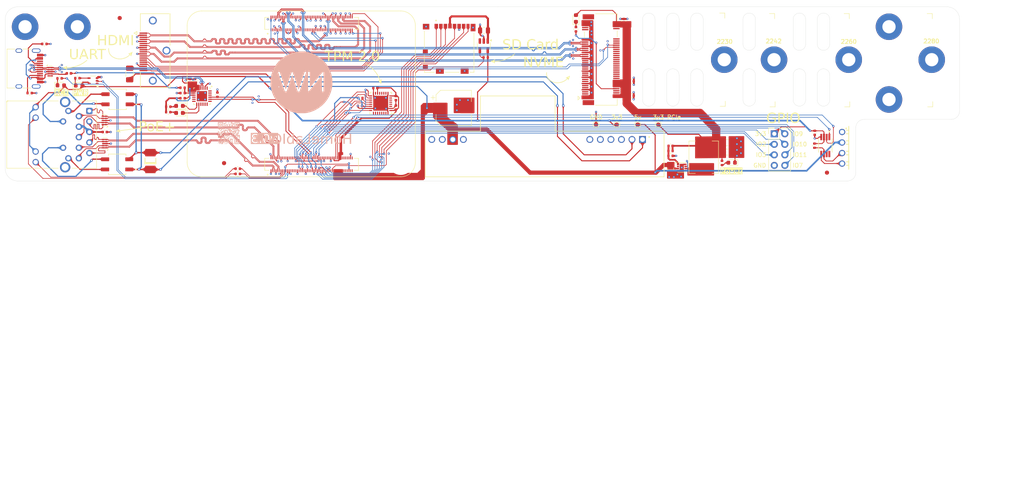
<source format=kicad_pcb>
(kicad_pcb (version 20241229) (generator "pcbnew") (generator_version "9.0")
  (title_block (title "HomeLabIO") (date "2024-11-28") (rev "v0.3"))
  (layers (0 "F.Cu" signal) (4 "In1.Cu" power) (6 "In2.Cu" power) (2 "B.Cu" signal) (13 "F.Paste" user) (15 "B.Paste" user) (5 "F.SilkS" user "F.Silkscreen") (7 "B.SilkS" user "B.Silkscreen") (1 "F.Mask" user) (3 "B.Mask" user) (25 "Edge.Cuts" user))
  (net 0 "")
  (net 53 "Net-(BR1--)")
  (net 54 "Net-(BR1-+)")
  (net 55 "Net-(C1-Pad1)")
  (net 56 "/Ethernet/ETH.TR1_TAP")
  (net 57 "/Ethernet/ETH.TR0_TAP")
  (net 58 "GND")
  (net 59 "Net-(U1-LEDY_K)")
  (net 60 "Net-(U1-LEDG_K)")
  (net 61 "+3.3V")
  (net 62 "/SDCard/SD_PWR")
  (net 64 "+5V")
  (net 65 "Net-(D1-K)")
  (net 66 "Net-(D2-K)")
  (net 67 "/CM4_GPIO/GPIO3")
  (net 68 "Net-(R5-Pad2)")
  (net 69 "/CM4_GPIO/SD.DAT2")
  (net 70 "/CM4_GPIO/SD.CMD")
  (net 71 "/CM4_GPIO/SD.DAT0")
  (net 72 "/CM4_GPIO/SD.CLK")
  (net 73 "/CM4_GPIO/SD.DAT1")
  (net 74 "/CM4_GPIO/SD.DAT3")
  (net 75 "/CM4_GPIO/ETH.TRD3_N")
  (net 76 "/CM4_GPIO/ETH.TRD2_N")
  (net 77 "/CM4_GPIO/ETH.TRD0_N")
  (net 78 "/CM4_GPIO/ETH.TRD3_P")
  (net 79 "/CM4_GPIO/ETH.TRD1_P")
  (net 80 "/CM4_GPIO/ETH.TRD0_P")
  (net 81 "/CM4_GPIO/ETH.LEDY")
  (net 82 "/CM4_GPIO/ETH.LRDG")
  (net 83 "/CM4_GPIO/nPWR_LED")
  (net 84 "/CM4_GPIO/SD.PWR_ON")
  (net 85 "/CM4_GPIO/ETH.TRD1_N")
  (net 86 "/CM4_GPIO/ETH.TRD2_P")
  (net 91 "/CM4_GPIO/TPM.CS")
  (net 95 "/CM4_GPIO/GPIO8")
  (net 112 "/CM4_GPIO/GPIO2")
  (net 116 "Net-(M2-PI_nLED_Activity)")
  (net 117 "/CM4_GPIO/TPM.MOSI")
  (net 128 "/CM4_GPIO/TPM.MISO")
  (net 130 "/CM4_GPIO/TPM.SCLK")
  (net 131 "/Ethernet/ETH.TR2_TAP")
  (net 132 "/Ethernet/ETH.TR3_TAP")
  (net 173 "+3.3V_PCIe")
  (net 174 "Net-(U8-FB)")
  (net 175 "Net-(U8-LX)")
  (net 178 "Net-(J2-+5V)")
  (net 179 "/CM4_HighSpeed/HDMI.D0_P")
  (net 180 "/CM4_HighSpeed/HDMI.D2_P")
  (net 181 "/CM4_HighSpeed/HDMI.D1_N")
  (net 182 "/CM4_HighSpeed/HDMI.CLK_P")
  (net 183 "/CM4_HighSpeed/HDMI.CEC")
  (net 184 "/CM4_HighSpeed/HDMI.SDA")
  (net 185 "/CM4_HighSpeed/HDMI.CLK_N")
  (net 188 "/CM4_HighSpeed/HDMI.SCL")
  (net 189 "/CM4_HighSpeed/HDMI.D0_N")
  (net 190 "/CM4_HighSpeed/HDMI.HPD")
  (net 191 "/CM4_HighSpeed/HDMI.D1_P")
  (net 192 "/CM4_HighSpeed/HDMI.D2_N")
  (net 193 "/CM4_HighSpeed/PCIe.~{RST}")
  (net 194 "/CM4_HighSpeed/PCIe.TX_N")
  (net 195 "/CM4_HighSpeed/PCIe.~{CLKREQ}")
  (net 196 "/CM4_HighSpeed/PCIe.RX_P")
  (net 197 "/CM4_HighSpeed/PCIe.CLK_P")
  (net 198 "/CM4_HighSpeed/PCIe.RX_N")
  (net 199 "/CM4_HighSpeed/PCIe.CLK_N")
  (net 200 "/CM4_HighSpeed/PCIe.TX_P")
  (net 201 "/CM4_GPIO/SCL")
  (net 202 "/CM4_GPIO/SDA")
  (net 205 "Net-(U11-PWM)")
  (net 206 "Net-(U11-TACH)")
  (net 207 "/USB/VBus_UART")
  (net 210 "/CM4_GPIO/UART.TX")
  (net 211 "/CM4_GPIO/UART.RX")
  (net 212 "/USB/VBUS")
  (net 213 "Net-(U6-~{RST})")
  (net 214 "Net-(U6-VBUS)")
  (net 220 "/USB/FTDI_USB_N")
  (net 221 "/USB/FTDI_USB_P")
  (net 222 "unconnected-(U13-D2--Pad5)")
  (net 223 "Net-(J6-CC1)")
  (net 224 "Net-(J6-CC2)")
  (net 227 "Net-(D5-A)")
  (net 231 "Net-(D5-K)")
  (net 232 "Net-(D6-A)")
  (net 233 "Net-(D6-K)")
  (net 234 "Net-(D7-K)")
  (net 235 "Net-(J3-DAS{slash}~{DSS}{slash}~{LED1})")
  (net 236 "Net-(D8-A)")
  (net 239 "/CM4_GPIO/TPM.RST")
  (net 241 "/CM4_GPIO/TPM.IRQ")
  (footprint "TestPoint:TestPoint_Pad_D1.0mm" (layer "F.Cu") (at 176.6 93)
    (property "Reference" "TP3" (hide yes))
    (property "Value" "5V")
  )
  (footprint "HomeLabIO:Cooling-Slot" (layer "F.Cu") (at 185.1 70.6)
    (property "Reference" "REF**1" (hide yes))
    (property "Value" "Cooling-Slot" (hide yes))
    (fp_line (start -1.49 3) (end -1.49 -3) (stroke (width 0.05)) (layer "Edge.Cuts"))
    (fp_line (start 1.51 -3) (end 1.51 3) (stroke (width 0.05)) (layer "Edge.Cuts"))
    (fp_arc (start -1.49 -3) (mid -1.05066 -4.06066) (end 0.01 -4.5) (stroke (width 0.05)) (layer "Edge.Cuts"))
    (fp_arc (start 0.01 -4.5) (mid 1.07066 -4.06066) (end 1.51 -3) (stroke (width 0.05)) (layer "Edge.Cuts"))
    (fp_arc (start 0.01 4.5) (mid -1.05066 4.06066) (end -1.49 3) (stroke (width 0.05)) (layer "Edge.Cuts"))
    (fp_arc (start 1.51 3) (mid 1.07066 4.06066) (end 0.01 4.5) (stroke (width 0.05)) (layer "Edge.Cuts"))
  )
  (footprint "HomeLabIO:MOLEX_47659-1100" (layer "F.Cu") (at 60.35 75.16 90)
    (property "Reference" "J2" (hide yes))
    (property "Value" "HDMI_A" (hide yes))
  )
  (footprint "HomeLabIO:QFN50P400X400X80-25N" (layer "F.Cu") (at 71.615 86.15 -90)
    (property "Reference" "U6" (hide yes))
    (property "Value" "CP2102N-A02-GQFN24R" (hide yes))
  )
  (footprint "HomeLabIO:Cooling-Slot" (layer "F.Cu") (at 179.3 70.6)
    (property "Reference" "REF**" (hide yes))
    (property "Value" "Cooling-Slot" (hide yes))
    (fp_line (start -1.49 3) (end -1.49 -3) (stroke (width 0.05)) (layer "Edge.Cuts"))
    (fp_line (start 1.51 -3) (end 1.51 3) (stroke (width 0.05)) (layer "Edge.Cuts"))
    (fp_arc (start -1.49 -3) (mid -1.05066 -4.06066) (end 0.01 -4.5) (stroke (width 0.05)) (layer "Edge.Cuts"))
    (fp_arc (start 0.01 -4.5) (mid 1.07066 -4.06066) (end 1.51 -3) (stroke (width 0.05)) (layer "Edge.Cuts"))
    (fp_arc (start 0.01 4.5) (mid -1.05066 4.06066) (end -1.49 3) (stroke (width 0.05)) (layer "Edge.Cuts"))
    (fp_arc (start 1.51 3) (mid 1.07066 4.06066) (end 0.01 4.5) (stroke (width 0.05)) (layer "Edge.Cuts"))
  )
  (footprint "HomeLabIO:R_0402_1005Metric" (layer "F.Cu") (at 41.6 81.8)
    (property "Reference" "R5" (hide yes))
    (property "Value" "1k" (hide yes))
  )
  (footprint "HomeLabIO:TE_1-2199230-3_Bus_M.2_M_H4.2mm_P0.5mm_2280_Horizontal" (layer "F.Cu") (at 167.75 77.35 90)
    (property "Reference" "J3" (hide yes))
    (property "Value" "Bus_M.2_Socket_M" (hide yes))
  )
  (footprint "HomeLabIO:AG5405_SLV" (layer "F.Cu") (at 177.799998 96.6 180)
    (property "Reference" "U7" (hide yes))
    (property "Value" "AG5405" (hide yes))
  )
  (footprint "HomeLabIO:Arrow-3" (layer "F.Cu") (at 53.8 94.25 -90)
    (property "Reference" "G***" (hide yes))
    (property "Value" "LOGO" (hide yes))
  )
  (footprint "Capacitor_SMD:C_0805_2012Metric" (layer "F.Cu") (at 139.6 70.3)
    (property "Reference" "C13" (hide yes))
    (property "Value" "10u" (hide yes))
  )
  (footprint "HomeLabIO:R_0402_1005Metric" (layer "F.Cu") (at 161.75 70 90)
    (property "Reference" "R6" (hide yes))
    (property "Value" "1k" (hide yes))
  )
  (footprint "HomeLabIO:Arrow-1" (layer "F.Cu") (at 113.2 80.7 110)
    (property "Reference" "G***" (hide yes))
    (property "Value" "LOGO" (hide yes))
  )
  (footprint "HomeLabIO:R_0402_1005Metric" (layer "F.Cu") (at 184.55 99.35 180)
    (property "Reference" "R12" (hide yes))
    (property "Value" "10k" (hide yes))
  )
  (footprint "LED_SMD:LED_0603_1608Metric" (layer "F.Cu") (at 66.2 88.5 180)
    (property "Reference" "D6" (hide yes))
    (property "Value" "LED" (hide yes))
  )
  (footprint "HomeLabIO:R_0402_1005Metric" (layer "F.Cu") (at 219.225 98.095 -90)
    (property "Reference" "R8" (hide yes))
    (property "Value" "36k" (hide yes))
  )
  (footprint "HomeLabIO:Cooling-Slot" (layer "F.Cu") (at 179.3 84.05)
    (property "Reference" "REF**3" (hide yes))
    (property "Value" "Cooling-Slot" (hide yes))
    (fp_line (start -1.49 3) (end -1.49 -3) (stroke (width 0.05)) (layer "Edge.Cuts"))
    (fp_line (start 1.51 -3) (end 1.51 3) (stroke (width 0.05)) (layer "Edge.Cuts"))
    (fp_arc (start -1.49 -3) (mid -1.05066 -4.06066) (end 0.01 -4.5) (stroke (width 0.05)) (layer "Edge.Cuts"))
    (fp_arc (start 0.01 -4.5) (mid 1.07066 -4.06066) (end 1.51 -3) (stroke (width 0.05)) (layer "Edge.Cuts"))
    (fp_arc (start 0.01 4.5) (mid -1.05066 4.06066) (end -1.49 3) (stroke (width 0.05)) (layer "Edge.Cuts"))
    (fp_arc (start 1.51 3) (mid 1.07066 4.06066) (end 0.01 4.5) (stroke (width 0.05)) (layer "Edge.Cuts"))
  )
  (footprint "Capacitor_SMD:C_0805_2012Metric" (layer "F.Cu") (at 198.25 97.35)
    (property "Reference" "C16" (hide yes))
    (property "Value" "22u" (hide yes))
  )
  (footprint "TestPoint:TestPoint_Pad_D1.0mm" (layer "F.Cu") (at 166.6 93)
    (property "Reference" "TP5" (hide yes))
    (property "Value" "GND")
  )
  (footprint "LED_SMD:LED_0603_1608Metric" (layer "F.Cu") (at 37.6 83.55)
    (property "Reference" "D1" (hide yes))
    (property "Value" "LED" (hide yes))
  )
  (footprint "HomeLabIO:R_0402_1005Metric" (layer "F.Cu") (at 80.25 104.9 180)
    (property "Reference" "R1" (hide yes))
    (property "Value" "470" (hide yes))
  )
  (footprint "TestPoint:TestPoint_Pad_D1.0mm" (layer "F.Cu") (at 181.6 93)
    (property "Reference" "TP4" (hide yes))
    (property "Value" "3v3 PCIe")
  )
  (footprint "Fiducial:Fiducial_1mm_Mask2mm" (layer "F.Cu") (at 222.25 104.6)
    (property "Reference" "FID1" (hide yes))
    (property "Value" "Fiducial" (hide yes))
  )
  (footprint "HomeLabIO:PG-UQFN-32-1_INF" (layer "F.Cu") (at 114.699999 87.85 180)
    (property "Reference" "U9" (hide yes))
    (property "Value" "SLB9672XU20FW1612XTMA1" (hide yes))
  )
  (footprint "HomeLabIO:C_0402_1005Metric" (layer "F.Cu") (at 69.95 82.5 -90)
    (property "Reference" "C3" (hide yes))
    (property "Value" "100n" (hide yes))
  )
  (footprint "HomeLabIO:Cooling-Slot" (layer "F.Cu") (at 185.1 84.05)
    (property "Reference" "REF**4" (hide yes))
    (property "Value" "Cooling-Slot" (hide yes))
    (fp_line (start -1.49 3) (end -1.49 -3) (stroke (width 0.05)) (layer "Edge.Cuts"))
    (fp_line (start 1.51 -3) (end 1.51 3) (stroke (width 0.05)) (layer "Edge.Cuts"))
    (fp_arc (start -1.49 -3) (mid -1.05066 -4.06066) (end 0.01 -4.5) (stroke (width 0.05)) (layer "Edge.Cuts"))
    (fp_arc (start 0.01 -4.5) (mid 1.07066 -4.06066) (end 1.51 -3) (stroke (width 0.05)) (layer "Edge.Cuts"))
    (fp_arc (start 0.01 4.5) (mid -1.05066 4.06066) (end -1.49 3) (stroke (width 0.05)) (layer "Edge.Cuts"))
    (fp_arc (start 1.51 3) (mid 1.07066 4.06066) (end 0.01 4.5) (stroke (width 0.05)) (layer "Edge.Cuts"))
  )
  (footprint "Fiducial:Fiducial_1mm_Mask2mm" (layer "F.Cu") (at 76.95 102.3)
    (property "Reference" "FID2" (hide yes))
    (property "Value" "Fiducial" (hide yes))
  )
  (footprint "HomeLabIO:SMAJ58A" (layer "F.Cu") (at 59.2 101.8 90)
    (property "Reference" "D3" (hide yes))
    (property "Value" "SMAJ58A" (hide yes))
  )
  (footprint "HomeLabIO:R_0402_1005Metric" (layer "F.Cu") (at 66.955 85.4 180)
    (property "Reference" "R17" (hide yes))
    (property "Value" "47.5k" (hide yes))
  )
  (footprint "MountingHole:MountingHole_3.2mm_M3_Pad" (layer "F.Cu") (at 237.2 86.95)
    (property "Reference" "H4" (hide yes))
    (property "Value" "MountingHole" (hide yes))
  )
  (footprint "MountingHole:MountingHole_3.2mm_M3_Pad" (layer "F.Cu") (at 29 69.4)
    (property "Reference" "H1" (hide yes))
    (property "Value" "MountingHole" (hide yes))
  )
  (footprint "Fiducial:Fiducial_1mm_Mask2mm" (layer "F.Cu") (at 51.8 67.3)
    (property "Reference" "FID3" (hide yes))
    (property "Value" "Fiducial" (hide yes))
  )
  (footprint "HomeLabIO:U-DFN2020-8" (layer "F.Cu") (at 187.25 103.3625)
    (property "Reference" "U8" (hide yes))
    (property "Value" "AP3441SHE-7B" (hide yes))
  )
  (footprint "HomeLabIO:Cooling-Slot" (layer "F.Cu") (at 215.6 70.6)
    (property "Reference" "REF**" (hide yes))
    (property "Value" "Cooling-Slot" (hide yes))
    (fp_line (start -1.49 3) (end -1.49 -3) (stroke (width 0.05)) (layer "Edge.Cuts"))
    (fp_line (start 1.51 -3) (end 1.51 3) (stroke (width 0.05)) (layer "Edge.Cuts"))
    (fp_arc (start -1.49 -3) (mid -1.05066 -4.06066) (end 0.01 -4.5) (stroke (width 0.05)) (layer "Edge.Cuts"))
    (fp_arc (start 0.01 -4.5) (mid 1.07066 -4.06066) (end 1.51 -3) (stroke (width 0.05)) (layer "Edge.Cuts"))
    (fp_arc (start 0.01 4.5) (mid -1.05066 4.06066) (end -1.49 3) (stroke (width 0.05)) (layer "Edge.Cuts"))
    (fp_arc (start 1.51 3) (mid 1.07066 4.06066) (end 0.01 4.5) (stroke (width 0.05)) (layer "Edge.Cuts"))
  )
  (footprint "HomeLabIO:Cooling-Slot" (layer "F.Cu") (at 215.6 84.05)
    (property "Reference" "REF**3" (hide yes))
    (property "Value" "Cooling-Slot" (hide yes))
    (fp_line (start -1.49 3) (end -1.49 -3) (stroke (width 0.05)) (layer "Edge.Cuts"))
    (fp_line (start 1.51 -3) (end 1.51 3) (stroke (width 0.05)) (layer "Edge.Cuts"))
    (fp_arc (start -1.49 -3) (mid -1.05066 -4.06066) (end 0.01 -4.5) (stroke (width 0.05)) (layer "Edge.Cuts"))
    (fp_arc (start 0.01 -4.5) (mid 1.07066 -4.06066) (end 1.51 -3) (stroke (width 0.05)) (layer "Edge.Cuts"))
    (fp_arc (start 0.01 4.5) (mid -1.05066 4.06066) (end -1.49 3) (stroke (width 0.05)) (layer "Edge.Cuts"))
    (fp_arc (start 1.51 3) (mid 1.07066 4.06066) (end 0.01 4.5) (stroke (width 0.05)) (layer "Edge.Cuts"))
  )
  (footprint "Package_TO_SOT_SMD:SOT-23-5" (layer "F.Cu") (at 139.55 73.9875 -90)
    (property "Reference" "U4" (hide yes))
    (property "Value" "RT9742GGJ5" (hide yes))
  )
  (footprint "HomeLabIO:C_0402_1005Metric" (layer "F.Cu") (at 175.2 82.55)
    (property "Reference" "C7" (hide yes))
    (property "Value" "100n" (hide yes))
  )
  (footprint "HomeLabIO:Cooling-Slot" (layer "F.Cu") (at 190.9 84.05)
    (property "Reference" "REF**5" (hide yes))
    (property "Value" "Cooling-Slot" (hide yes))
    (fp_line (start -1.49 3) (end -1.49 -3) (stroke (width 0.05)) (layer "Edge.Cuts"))
    (fp_line (start 1.51 -3) (end 1.51 3) (stroke (width 0.05)) (layer "Edge.Cuts"))
    (fp_arc (start -1.49 -3) (mid -1.05066 -4.06066) (end 0.01 -4.5) (stroke (width 0.05)) (layer "Edge.Cuts"))
    (fp_arc (start 0.01 -4.5) (mid 1.07066 -4.06066) (end 1.51 -3) (stroke (width 0.05)) (layer "Edge.Cuts"))
    (fp_arc (start 0.01 4.5) (mid -1.05066 4.06066) (end -1.49 3) (stroke (width 0.05)) (layer "Edge.Cuts"))
    (fp_arc (start 1.51 3) (mid 1.07066 4.06066) (end 0.01 4.5) (stroke (width 0.05)) (layer "Edge.Cuts"))
  )
  (footprint "MountingHole:MountingHole_3.2mm_M3_Pad" (layer "F.Cu") (at 237.2 69.4)
    (property "Reference" "H3" (hide yes))
    (property "Value" "MountingHole" (hide yes))
  )
  (footprint "LED_SMD:LED_0603_1608Metric" (layer "F.Cu") (at 42 83.6)
    (property "Reference" "D2" (hide yes))
    (property "Value" "LED" (hide yes))
  )
  (footprint "HomeLabIO:R_0402_1005Metric" (layer "F.Cu") (at 80.25 103.65 180)
    (property "Reference" "R2" (hide yes))
    (property "Value" "470" (hide yes))
  )
  (footprint "LED_SMD:LED_0603_1608Metric" (layer "F.Cu") (at 161.75 67.4 90)
    (property "Reference" "D7" (hide yes))
    (property "Value" "LED" (hide yes))
  )
  (footprint "HomeLabIO:Cooling-Slot" (layer "F.Cu") (at 221.4 84.05)
    (property "Reference" "REF**7" (hide yes))
    (property "Value" "Cooling-Slot" (hide yes))
    (fp_line (start -1.49 3) (end -1.49 -3) (stroke (width 0.05)) (layer "Edge.Cuts"))
    (fp_line (start 1.51 -3) (end 1.51 3) (stroke (width 0.05)) (layer "Edge.Cuts"))
    (fp_arc (start -1.49 -3) (mid -1.05066 -4.06066) (end 0.01 -4.5) (stroke (width 0.05)) (layer "Edge.Cuts"))
    (fp_arc (start 0.01 -4.5) (mid 1.07066 -4.06066) (end 1.51 -3) (stroke (width 0.05)) (layer "Edge.Cuts"))
    (fp_arc (start 0.01 4.5) (mid -1.05066 4.06066) (end -1.49 3) (stroke (width 0.05)) (layer "Edge.Cuts"))
    (fp_arc (start 1.51 3) (mid 1.07066 4.06066) (end 0.01 4.5) (stroke (width 0.05)) (layer "Edge.Cuts"))
  )
  (footprint "HomeLabIO:TE_640455-4" (layer "F.Cu") (at 229.25 98.6 90)
    (property "Reference" "J5" (hide yes))
    (property "Value" "61900419521" (hide yes))
  )
  (footprint "TestPoint:TestPoint_Pad_D1.0mm" (layer "F.Cu") (at 171.6 93)
    (property "Reference" "TP1" (hide yes))
    (property "Value" "3v3")
  )
  (footprint "Capacitor_SMD:C_0805_2012Metric" (layer "F.Cu") (at 198.25 99.65)
    (property "Reference" "C15" (hide yes))
    (property "Value" "22u" (hide yes))
  )
  (footprint "HomeLabIO:Arrow-1" (layer "F.Cu") (at 144.1 77.05)
    (property "Reference" "G***" (hide yes))
    (property "Value" "LOGO" (hide yes))
  )
  (footprint "HomeLabIO:Cooling-Slot" (layer "F.Cu") (at 190.9 70.6)
    (property "Reference" "REF**2" (hide yes))
    (property "Value" "Cooling-Slot" (hide yes))
    (fp_line (start -1.49 3) (end -1.49 -3) (stroke (width 0.05)) (layer "Edge.Cuts"))
    (fp_line (start 1.51 -3) (end 1.51 3) (stroke (width 0.05)) (layer "Edge.Cuts"))
    (fp_arc (start -1.49 -3) (mid -1.05066 -4.06066) (end 0.01 -4.5) (stroke (width 0.05)) (layer "Edge.Cuts"))
    (fp_arc (start 0.01 -4.5) (mid 1.07066 -4.06066) (end 1.51 -3) (stroke (width 0.05)) (layer "Edge.Cuts"))
    (fp_arc (start 0.01 4.5) (mid -1.05066 4.06066) (end -1.49 3) (stroke (width 0.05)) (layer "Edge.Cuts"))
    (fp_arc (start 1.51 3) (mid 1.07066 4.06066) (end 0.01 4.5) (stroke (width 0.05)) (layer "Edge.Cuts"))
  )
  (footprint "HomeLabIO:C_0402_1005Metric" (layer "F.Cu") (at 118.35 86.6 -90)
    (property "Reference" "C12" (hide yes))
    (property "Value" "4u7" (hide yes))
  )
  (footprint "Fuse:Fuse_1206_3216Metric" (layer "F.Cu") (at 54.2 80.8 90)
    (property "Reference" "F1" (hide yes))
    (property "Value" "Polyfuse_Small" (hide yes))
  )
  (footprint "HomeLabIO:C_0402_1005Metric" (layer "F.Cu") (at 48.2 94.8)
    (property "Reference" "C1" (hide yes))
    (property "Value" "100n" (hide yes))
  )
  (footprint "HomeLabIO:R_0402_1005Metric" (layer "F.Cu") (at 66.95 84.125)
    (property "Reference" "R16" (hide yes))
    (property "Value" "22.1k" (hide yes))
  )
  (footprint "HomeLabIO:R_0402_1005Metric" (layer "F.Cu") (at 33.65 73.55)
    (property "Reference" "R13" (hide yes))
    (property "Value" "5k1" (hide yes))
  )
  (footprint "HomeLabIO:C_0402_1005Metric" (layer "F.Cu") (at 113.4 84.15 180)
    (property "Reference" "C10" (hide yes))
    (property "Value" "100n" (hide yes))
  )
  (footprint "HomeLabIO:C_0402_1005Metric" (layer "F.Cu") (at 175.2 86.05)
    (property "Reference" "C8" (hide yes))
    (property "Value" "100n" (hide yes))
  )
  (footprint "HomeLabIO:R_0402_1005Metric" (layer "F.Cu") (at 184.55 100.55)
    (property "Reference" "R18" (hide yes))
    (property "Value" "2.2k" (hide yes))
  )
  (footprint "HomeLabIO:HIROSE_DF40C-100DS-0.4V_51_" (layer "F.Cu") (at 98.05 102.5975 180)
    (property "Reference" "M2" (hide yes))
    (property "Value" "CM4-GPIO" (hide yes))
  )
  (footprint "HomeLabIO:R_0402_1005Metric" (layer "F.Cu") (at 63.5 88.7 180)
    (property "Reference" "R11" (hide yes))
    (property "Value" "1k" (hide yes))
  )
  (footprint "HomeLabIO:R_0402_1005Metric" (layer "F.Cu") (at 140 76.8)
    (property "Reference" "R3" (hide yes))
    (property "Value" "12k" (hide yes))
  )
  (footprint "HomeLabIO:C_0402_1005Metric" (layer "F.Cu") (at 109.7 88.5 180)
    (property "Reference" "C9" (hide yes))
    (property "Value" "100n" (hide yes))
  )
  (footprint "HomeLabIO:HIROSE_DF40C-100DS-0.4V_51_" (layer "F.Cu") (at 98.05 68.5975 180)
    (property "Reference" "M1" (hide yes))
    (property "Value" "~" (hide yes))
  )
  (footprint "Package_SON:USON-10_2.5x1.0mm_P0.5mm" (layer "F.Cu") (at 48.1 92 180)
    (property "Reference" "U2" (hide yes))
    (property "Value" "TPD4EUSB30" (hide yes))
  )
  (footprint "Package_SON:USON-10_2.5x1.0mm_P0.5mm" (layer "F.Cu") (at 48.2 97.6 180)
    (property "Reference" "U3" (hide yes))
    (property "Value" "TPD4EUSB30" (hide yes))
  )
  (footprint "HomeLabIO:TRJG0926HENL" (layer "F.Cu") (at 35.6 95.425 -90)
    (property "Reference" "U1" (hide yes))
    (property "Value" "MagJack-A70-112-331N126" (hide yes))
  )
  (footprint "HomeLabIO:Arrow-2" (layer "F.Cu") (at 157.45 81.7 -90)
    (property "Reference" "G***" (hide yes))
    (property "Value" "LOGO" (hide yes))
  )
  (footprint "HomeLabIO:C_0402_1005Metric" (layer "F.Cu") (at 68.75 82.5 90)
    (property "Reference" "C4" (hide yes))
    (property "Value" "4u7" (hide yes))
  )
  (footprint "HomeLabIO:R_0402_1005Metric" (layer "F.Cu") (at 196.95 102.265 90)
    (property "Reference" "R7" (hide yes))
    (property "Value" "1k" (hide yes))
  )
  (footprint "Capacitor_SMD:CP_Elec_8x10" (layer "F.Cu") (at 132.3 89)
    (property "Reference" "C6" (hide yes))
    (property "Value" "470u" (hide yes))
  )
  (footprint "Connector_USB:USB_C_Receptacle_HRO_TYPE-C-31-M-12" (layer "F.Cu") (at 28.54375 79.4875 -90)
    (property "Reference" "J6" (hide yes))
    (property "Value" "USB_C_Receptacle_USB2.0_16P" (hide yes))
  )
  (footprint "HomeLabIO:R_0402_1005Metric" (layer "F.Cu") (at 75.35 85.8 90)
    (property "Reference" "R9" (hide yes))
    (property "Value" "10k" (hide yes))
  )
  (footprint "HomeLabIO:Raspberry-Pi-4-Compute-Module" (layer "F.Cu") (at 119.55 102.0975 90)
    (property "Reference" "Module1" (hide yes))
    (property "Value" "ComputeModule4-CM4")
  )
  (footprint "HomeLabIO:Cooling-Slot" (layer "F.Cu") (at 203.5 84.05)
    (property "Reference" "REF**3" (hide yes))
    (property "Value" "Cooling-Slot" (hide yes))
    (fp_line (start -1.49 3) (end -1.49 -3) (stroke (width 0.05)) (layer "Edge.Cuts"))
    (fp_line (start 1.51 -3) (end 1.51 3) (stroke (width 0.05)) (layer "Edge.Cuts"))
    (fp_arc (start -1.49 -3) (mid -1.05066 -4.06066) (end 0.01 -4.5) (stroke (width 0.05)) (layer "Edge.Cuts"))
    (fp_arc (start 0.01 -4.5) (mid 1.07066 -4.06066) (end 1.51 -3) (stroke (width 0.05)) (layer "Edge.Cuts"))
    (fp_arc (start 0.01 4.5) (mid -1.05066 4.06066) (end -1.49 3) (stroke (width 0.05)) (layer "Edge.Cuts"))
    (fp_arc (start 1.51 3) (mid 1.07066 4.06066) (end 0.01 4.5) (stroke (width 0.05)) (layer "Edge.Cuts"))
  )
  (footprint "HomeLabIO:C_0402_1005Metric" (layer "F.Cu") (at 219.3 94.9853 -90)
    (property "Reference" "C2" (hide yes))
    (property "Value" "100n" (hide yes))
  )
  (footprint "HomeLabIO:MSOP8_MC_MCH" (layer "F.Cu") (at 221.85 98.05 -90)
    (property "Reference" "U11" (hide yes))
    (property "Value" "EMC2301" (hide yes))
  )
  (footprint "Package_TO_SOT_SMD:SOT-353_SC-70-5" (layer "F.Cu") (at 45.4 82.45 180)
    (property "Reference" "U5" (hide yes))
    (property "Value" "74LVC1G07SE-7" (hide yes))
  )
  (footprint "HomeLabIO:CDBHM1100L-G" (layer "F.Cu") (at 51.2 102.6 180)
    (property "Reference" "BR2" (hide yes))
    (property "Value" "~" (hide yes))
  )
  (footprint "HomeLabIO:C_0402_1005Metric" (layer "F.Cu") (at 184.55 98.15 180)
    (property "Reference" "C17" (hide yes))
    (property "Value" "4.7n" (hide yes))
  )
  (footprint "HomeLabIO:CDBHM1100L-G" (layer "F.Cu") (at 51.3 86.9 180)
    (property "Reference" "BR1" (hide yes))
    (property "Value" "~" (hide yes))
  )
  (footprint "HomeLabIO:R_0402_1005Metric" (layer "F.Cu") (at 63.49 90 180)
    (property "Reference" "R10" (hide yes))
    (property "Value" "1k" (hide yes))
  )
  (footprint "HomeLabIO:R_0402_1005Metric" (layer "F.Cu") (at 109.8 86.6)
    (property "Reference" "R19" (hide yes))
    (property "Value" "10k" (hide yes))
  )
  (footprint "HomeLabIO:Arrow-4" (layer "F.Cu") (at 51.95 75.95 90)
    (property "Reference" "G***" (hide yes))
    (property "Value" "LOGO" (hide yes))
  )
  (footprint "Inductor_SMD:L_Chilisin_BMRx00060630" (layer "F.Cu") (at 192.55 100.875 90)
    (property "Reference" "L2" (hide yes))
    (property "Value" "2.2u" (hide yes))
  )
  (footprint "LED_SMD:LED_0603_1608Metric" (layer "F.Cu") (at 66.2 90.2 180)
    (property "Reference" "D5" (hide yes))
    (property "Value" "LED" (hide yes))
  )
  (footprint "HomeLabIO:MOLEX_104031-0811" (layer "F.Cu") (at 131.2 74.7 180)
    (property "Reference" "J1" (hide yes))
    (property "Value" "104031-0811" (hide yes))
  )
  (footprint "HomeLabIO:C_0402_1005Metric" (layer "F.Cu") (at 173.3 68 90)
    (property "Reference" "C5" (hide yes))
    (property "Value" "100n" (hide yes))
  )
  (footprint "HomeLabIO:Arrow-1" (layer "F.Cu") (at 41 78.6)
    (property "Reference" "G***" (hide yes))
    (property "Value" "LOGO" (hide yes))
  )
  (footprint "HomeLabIO:R_0402_1005Metric" (layer "F.Cu") (at 37.3 81.85 180)
    (property "Reference" "R4" (hide yes))
    (property "Value" "1k" (hide yes))
  )
  (footprint "MountingHole:MountingHole_3.2mm_M3_Pad" (layer "F.Cu") (at 41.6 69.4)
    (property "Reference" "H2" (hide yes))
    (property "Value" "MountingHole" (hide yes))
  )
  (footprint "Connector_PinHeader_2.54mm:PinHeader_2x04_P2.54mm_Vertical" (layer "F.Cu") (at 209.56 95.23)
    (property "Reference" "J4" (hide yes))
    (property "Value" "Conn_02x04_Odd_Even" (hide yes))
  )
  (footprint "Diode_SMD:D_0402_1005Metric" (layer "F.Cu") (at 39.55 80.65 180)
    (property "Reference" "D4" (hide yes))
    (property "Value" "D_Schottky_Small" (hide yes))
  )
  (footprint "Package_SON:USON-10_2.5x1.0mm_P0.5mm" (layer "F.Cu") (at 35.04375 80.25)
    (property "Reference" "U13" (hide yes))
    (property "Value" "TPD4EUSB30" (hide yes))
  )
  (footprint "HomeLabIO:R_0402_1005Metric" (layer "F.Cu") (at 66.95 86.65 180)
    (property "Reference" "R15" (hide yes))
    (property "Value" "1k" (hide yes))
  )
  (footprint "Capacitor_SMD:C_0805_2012Metric" (layer "F.Cu") (at 184.55 103.7 -90)
    (property "Reference" "C14" (hide yes))
    (property "Value" "22u" (hide yes))
  )
  (footprint "HomeLabIO:Cooling-Slot" (layer "F.Cu") (at 221.4 70.6)
    (property "Reference" "REF**6" (hide yes))
    (property "Value" "Cooling-Slot" (hide yes))
    (fp_line (start -1.49 3) (end -1.49 -3) (stroke (width 0.05)) (layer "Edge.Cuts"))
    (fp_line (start 1.51 -3) (end 1.51 3) (stroke (width 0.05)) (layer "Edge.Cuts"))
    (fp_arc (start -1.49 -3) (mid -1.05066 -4.06066) (end 0.01 -4.5) (stroke (width 0.05)) (layer "Edge.Cuts"))
    (fp_arc (start 0.01 -4.5) (mid 1.07066 -4.06066) (end 1.51 -3) (stroke (width 0.05)) (layer "Edge.Cuts"))
    (fp_arc (start 0.01 4.5) (mid -1.05066 4.06066) (end -1.49 3) (stroke (width 0.05)) (layer "Edge.Cuts"))
    (fp_arc (start 1.51 3) (mid 1.07066 4.06066) (end 0.01 4.5) (stroke (width 0.05)) (layer "Edge.Cuts"))
  )
  (footprint "HomeLabIO:Cooling-Slot" (layer "F.Cu") (at 203.5 70.6)
    (property "Reference" "REF**" (hide yes))
    (property "Value" "Cooling-Slot" (hide yes))
    (fp_line (start -1.49 3) (end -1.49 -3) (stroke (width 0.05)) (layer "Edge.Cuts"))
    (fp_line (start 1.51 -3) (end 1.51 3) (stroke (width 0.05)) (layer "Edge.Cuts"))
    (fp_arc (start -1.49 -3) (mid -1.05066 -4.06066) (end 0.01 -4.5) (stroke (width 0.05)) (layer "Edge.Cuts"))
    (fp_arc (start 0.01 -4.5) (mid 1.07066 -4.06066) (end 1.51 -3) (stroke (width 0.05)) (layer "Edge.Cuts"))
    (fp_arc (start 0.01 4.5) (mid -1.05066 4.06066) (end -1.49 3) (stroke (width 0.05)) (layer "Edge.Cuts"))
    (fp_arc (start 1.51 3) (mid 1.07066 4.06066) (end 0.01 4.5) (stroke (width 0.05)) (layer "Edge.Cuts"))
  )
  (footprint "HomeLabIO:R_0402_1005Metric" (layer "F.Cu") (at 30.09375 85.4)
    (property "Reference" "R14" (hide yes))
    (property "Value" "5k1" (hide yes))
  )
  (footprint "LED_SMD:LED_0603_1608Metric" (layer "F.Cu") (at 199.2875 102.2 180)
    (property "Reference" "D8" (hide yes))
    (property "Value" "LED" (hide yes))
  )
  (footprint "HomeLabIO:C_0402_1005Metric" (layer "F.Cu") (at 118.35 88.9 90)
    (property "Reference" "C11" (hide yes))
    (property "Value" "100n" (hide yes))
  )
  (footprint "HomeLabIO:QR-Code" (layer "B.Cu") (at 78.1 95.05 180)
    (property "Reference" "G***" (hide yes))
    (property "Value" "LOGO" (hide yes))
  )
  (footprint "HomeLabIO:Logo" (layer "B.Cu") (at 95.6 82.85 180)
    (property "Reference" "G***" (hide yes))
    (property "Value" "LOGO" (hide yes))
  )
  (gr_arc (start 251.2 64.6) (mid 253.32132 65.47868) (end 254.2 67.6) (stroke (width 0.05)) (layer "Edge.Cuts"))
  (gr_arc (start 229.2 104.6) (mid 228.614214 106.014214) (end 227.2 106.6) (stroke (width 0.05)) (layer "Edge.Cuts"))
  (gr_arc (start 229.2 93.75) (mid 229.785786 92.335786) (end 231.2 91.75) (stroke (width 0.05)) (layer "Edge.Cuts"))
  (gr_line (start 227.2 106.6) (end 27.2 106.6) (stroke (width 0.05)) (layer "Edge.Cuts"))
  (gr_line (start 231.2 91.75) (end 252.2 91.75) (stroke (width 0.05)) (layer "Edge.Cuts"))
  (gr_line (start 142.980004 64.6) (end 251.2 64.6) (stroke (width 0.05)) (layer "Edge.Cuts"))
  (gr_line (start 254.2 67.6) (end 254.2 89.75) (stroke (width 0.05)) (layer "Edge.Cuts"))
  (gr_arc (start 27.2 106.6) (mid 25.07868 105.72132) (end 24.2 103.6) (stroke (width 0.05)) (layer "Edge.Cuts"))
  (gr_arc (start 254.2 89.75) (mid 253.614214 91.164214) (end 252.2 91.75) (stroke (width 0.05)) (layer "Edge.Cuts"))
  (gr_line (start 229.2 104.6) (end 229.2 93.75) (stroke (width 0.05)) (layer "Edge.Cuts"))
  (gr_arc (start 24.2 67.6) (mid 25.07868 65.47868) (end 27.2 64.6) (stroke (width 0.05)) (layer "Edge.Cuts"))
  (gr_line (start 27.2 64.6) (end 142.980004 64.6) (stroke (width 0.05)) (layer "Edge.Cuts"))
  (gr_line (start 24.2 103.6) (end 24.2 67.6) (stroke (width 0.05)) (layer "Edge.Cuts"))
  (gr_text "3v3" (at 170.2 91.8 0) (layer "F.SilkS") (effects (font (size 1 1) (thickness 0.16)) (justify left bottom)))
  (gr_text "GND" (at 206.05 102.85 0) (layer "F.SilkS") (effects (font (size 1 1) (thickness 0.16))))
  (gr_text "PWR" (at 42.3 85.35 0) (layer "F.SilkS" knockout) (effects (font (size 1.2 1.2) (thickness 0.2) (bold yes))))
  (gr_text "IO9" (at 215.2 95.25 0) (layer "F.SilkS") (effects (font (size 1 1) (thickness 0.16))))
  (gr_text "UART" (at 44 76.2 0) (layer "F.SilkS") (effects (font (size 2.4 2.4) (thickness 0.1))))
  (gr_text "3v3" (at 206.25 95.23 0) (layer "F.SilkS") (effects (font (size 1 1) (thickness 0.16))))
  (gr_text "IO11" (at 215.7 100.3 0) (layer "F.SilkS") (effects (font (size 1 1) (thickness 0.16))))
  (gr_text "GND" (at 165 91.8 0) (layer "F.SilkS") (effects (font (size 1 1) (thickness 0.16)) (justify left bottom)))
  (gr_text "PoE+" (at 60.8 93.65 0) (layer "F.SilkS") (effects (font (size 2.4 2.4) (thickness 0.1))))
  (gr_text "NVME" (at 149 79.5 0) (layer "F.SilkS") (effects (font (size 2.4 2.4) (thickness 0.1)) (justify left bottom)))
  (gr_text "5v" (at 175.7 91.8 0) (layer "F.SilkS") (effects (font (size 1 1) (thickness 0.16)) (justify left bottom)))
  (gr_text "IO7" (at 215.2 102.85 0) (layer "F.SilkS") (effects (font (size 1 1) (thickness 0.16))))
  (gr_text "SD Card" (at 144 75.25 0) (layer "F.SilkS") (effects (font (size 2.4 2.4) (thickness 0.1)) (justify left bottom)))
  (gr_text "Power" (at 196.325 104.925 0) (layer "F.SilkS" knockout) (effects (font (size 1.2 1.2) (thickness 0.2) (bold yes)) (justify left bottom)))
  (gr_text "GPIO" (at 207.6 93 0) (layer "F.SilkS") (effects (font (size 2.4 2.4) (thickness 0.1)) (justify left bottom)))
  (gr_text "IO3" (at 206.35 100.3 0) (layer "F.SilkS") (effects (font (size 1 1) (thickness 0.16))))
  (gr_text "HDMI" (at 46.3 74.25 0) (layer "F.SilkS") (effects (font (size 2.4 2.4) (thickness 0.1)) (justify left bottom)))
  (gr_text "3v3 PCIe" (at 180.2 91.8 0) (layer "F.SilkS") (effects (font (size 1 1) (thickness 0.16)) (justify left bottom)))
  (gr_text "ACT" (at 37.75 85.35 0) (layer "F.SilkS" knockout) (effects (font (size 1.2 1.2) (thickness 0.2) (bold yes))))
  (gr_text "IO10" (at 215.7 97.75 0) (layer "F.SilkS") (effects (font (size 1 1) (thickness 0.16))))
  (gr_text "TPM 2.0" (at 101.15 78.1 0) (layer "F.SilkS") (effects (font (size 2.4 2.4) (thickness 0.1)) (justify left bottom)))
  (gr_text "IO2" (at 206.35 97.75 0) (layer "F.SilkS") (effects (font (size 1 1) (thickness 0.16))))
  (gr_text "v0.3" (at 86.6 96.55 0) (layer "B.SilkS" knockout) (effects (font (size 2.1 2.1) (thickness 0.16)) (justify mirror)))
  (gr_text "HomeLabIO" (at 98.1 96.65 0) (layer "B.SilkS") (effects (font (size 2.4 2.4) (thickness 0.2)) (justify mirror)))
  (segment (start 163.75 100.3) (end 173.8 100.3) (width 0.25) (layer "F.Cu") (net 53))
  (segment (start 59.225 99.8) (end 59.2 99.775) (width 0.3) (layer "F.Cu") (net 53))
  (segment (start 55.775 99.775) (end 59.2 99.775) (width 0.3) (layer "F.Cu") (net 53))
  (segment (start 55.675 99.8) (end 54.1 101.375) (width 0.3) (layer "F.Cu") (net 53))
  (segment (start 158.7 95.25) (end 163.75 100.3) (width 0.25) (layer "F.Cu") (net 53))
  (segment (start 55.620193 85.675) (end 55.794167 85.848974) (width 0.3) (layer "F.Cu") (net 53))
  (segment (start 54.2 85.675) (end 55.620193 85.675) (width 0.3) (layer "F.Cu") (net 53))
  (segment (start 55.75 99.8) (end 55.675 99.8) (width 0.3) (layer "F.Cu") (net 53))
  (segment (start 61.65 99.8) (end 59.225 99.8) (width 0.3) (layer "F.Cu") (net 53))
  (segment (start 158.7 88.45) (end 158.7 95.25) (width 0.25) (layer "F.Cu") (net 53))
  (segment (start 173.8 100.3) (end 175.259998 98.840002) (width 0.25) (layer "F.Cu") (net 53))
  (segment (start 175.259998 98.840002) (end 175.259998 96.6) (width 0.25) (layer "F.Cu") (net 53))
  (segment (start 55.75 99.8) (end 55.775 99.775) (width 0.3) (layer "F.Cu") (net 53))
  (via (at 158.7 88.45) (size 0.6) (drill 0.3) (layers "F.Cu" "B.Cu") (net 53))
  (via (at 55.75 99.8) (size 0.6) (drill 0.3) (layers "F.Cu" "B.Cu") (net 53))
  (via (at 55.794167 85.848974) (size 0.6) (drill 0.3) (layers "F.Cu" "B.Cu") (net 53))
  (via (at 61.65 99.8) (size 0.6) (drill 0.3) (layers "F.Cu" "B.Cu") (net 53))
  (segment (start 55.75 99.8) (end 55.75 85.893141) (width 0.3) (layer "B.Cu") (net 53))
  (segment (start 63.95 99.8) (end 61.65 99.8) (width 0.25) (layer "B.Cu") (net 53))
  (segment (start 82.25 81.5) (end 63.95 99.8) (width 0.25) (layer "B.Cu") (net 53))
  (segment (start 55.75 85.893141) (end 55.794167 85.848974) (width 0.3) (layer "B.Cu") (net 53))
  (segment (start 158.7 88.45) (end 158.65 88.4) (width 0.25) (layer "B.Cu") (net 53))
  (segment (start 158.65 88.4) (end 158.65 85.55) (width 0.25) (layer "B.Cu") (net 53))
  (segment (start 154.6 81.5) (end 82.25 81.5) (width 0.25) (layer "B.Cu") (net 53))
  (segment (start 158.65 85.55) (end 154.6 81.5) (width 0.25) (layer "B.Cu") (net 53))
  (segment (start 163.2 101.75) (end 174.65 101.75) (width 0.25) (layer "F.Cu") (net 54))
  (segment (start 56.475 103.825) (end 56.45 103.8) (width 0.3) (layer "F.Cu") (net 54))
  (segment (start 56.425 103.825) (end 56.45 103.8) (width 0.3) (layer "F.Cu") (net 54))
  (segment (start 56.925 88.125) (end 57 88.2) (width 0.3) (layer "F.Cu") (net 54))
  (segment (start 177.799998 98.600002) (end 177.799998 96.6) (width 0.25) (layer "F.Cu") (net 54))
  (segment (start 157.3 95.85) (end 163.2 101.75) (width 0.25) (layer "F.Cu") (net 54))
  (segment (start 59.225 103.85) (end 59.2 103.825) (width 0.3) (layer "F.Cu") (net 54))
  (segment (start 54.2 88.125) (end 56.925 88.125) (width 0.3) (layer "F.Cu") (net 54))
  (segment (start 61.65 103.85) (end 59.225 103.85) (width 0.3) (layer "F.Cu") (net 54))
  (segment (start 157.3 88.45) (end 157.3 95.85) (width 0.25) (layer "F.Cu") (net 54))
  (segment (start 59.2 103.825) (end 56.475 103.825) (width 0.3) (layer "F.Cu") (net 54))
  (segment (start 174.65 101.75) (end 177.799998 98.600002) (width 0.25) (layer "F.Cu") (net 54))
  (segment (start 54.1 103.825) (end 56.425 103.825) (width 0.3) (layer "F.Cu") (net 54))
  (via (at 157.3 88.45) (size 0.6) (drill 0.3) (layers "F.Cu" "B.Cu") (net 54))
  (via (at 56.45 103.8) (size 0.6) (drill 0.3) (layers "F.Cu" "B.Cu") (net 54))
  (via (at 57 88.2) (size 0.6) (drill 0.3) (layers "F.Cu" "B.Cu") (net 54))
  (via (at 61.65 103.85) (size 0.6) (drill 0.3) (layers "F.Cu" "B.Cu") (net 54))
  (segment (start 56.45 103.8) (end 57 103.25) (width 0.3) (layer "B.Cu") (net 54))
  (segment (start 157.3 88.45) (end 157.3 86.1) (width 0.25) (layer "B.Cu") (net 54))
  (segment (start 57 103.25) (end 57 88.2) (width 0.3) (layer "B.Cu") (net 54))
  (segment (start 82.8 82.7) (end 61.65 103.85) (width 0.25) (layer "B.Cu") (net 54))
  (segment (start 157.3 86.1) (end 153.9 82.7) (width 0.25) (layer "B.Cu") (net 54))
  (segment (start 153.9 82.7) (end 82.8 82.7) (width 0.25) (layer "B.Cu") (net 54))
  (segment (start 44.49 94.79) (end 47.68 94.79) (width 0.4) (layer "F.Cu") (net 55))
  (segment (start 47.68 94.79) (end 47.69 94.8) (width 0.4) (layer "F.Cu") (net 55))
  (segment (start 43.22 93.52) (end 44.49 94.79) (width 0.4) (layer "B.Cu") (net 55))
  (segment (start 41.95 93.52) (end 43.22 93.52) (width 0.4) (layer "B.Cu") (net 55))
  (segment (start 45.516562 87.961773) (end 48.236773 87.961773) (width 0.3) (layer "F.Cu") (net 56))
  (segment (start 48.236773 87.961773) (end 48.4 88.125) (width 0.3) (layer "F.Cu") (net 56))
  (via (at 45.516562 87.961773) (size 0.6) (drill 0.3) (layers "F.Cu" "B.Cu") (net 56))
  (segment (start 45.516562 87.961773) (end 45.478335 88) (width 0.3) (layer "B.Cu") (net 56))
  (segment (start 39.41127 85.2) (end 36.2 85.2) (width 0.3) (layer "B.Cu") (net 56))
  (segment (start 36.2 85.2) (end 33.35 88.05) (width 0.3) (layer "B.Cu") (net 56))
  (segment (start 45.478335 88) (end 42.2 88) (width 0.3) (layer "B.Cu") (net 56))
  (segment (start 40.85 86.65) (end 40.85 86.63873) (width 0.3) (layer "B.Cu") (net 56))
  (segment (start 33.35 88.05) (end 33.35 90.55) (width 0.3) (layer "B.Cu") (net 56))
  (segment (start 35.05 92.25) (end 38.16 92.25) (width 0.3) (layer "B.Cu") (net 56))
  (segment (start 40.85 86.63873) (end 39.41127 85.2) (width 0.3) (layer "B.Cu") (net 56))
  (segment (start 42.2 88) (end 40.85 86.65) (width 0.3) (layer "B.Cu") (net 56))
  (segment (start 33.35 90.55) (end 35.05 92.25) (width 0.3) (layer "B.Cu") (net 56))
  (segment (start 40.815836 89.71) (end 44.850836 85.675) (width 0.3) (layer "F.Cu") (net 57))
  (segment (start 39.43 89.71) (end 40.815836 89.71) (width 0.3) (layer "F.Cu") (net 57))
  (segment (start 44.850836 85.675) (end 48.4 85.675) (width 0.3) (layer "F.Cu") (net 57))
  (segment (start 93.4035 66.2) (end 93.05 66.5535) (width 0.2) (layer "F.Cu") (net 58))
  (segment (start 175.67 86.9) (end 175.67 86.06) (width 0.4) (layer "F.Cu") (net 58))
  (segment (start 57.475 78.95) (end 56.55 78.95) (width 0.2) (layer "F.Cu") (net 58))
  (segment (start 164 86.6) (end 165.45 86.6) (width 0.3) (layer "F.Cu") (net 58))
  (segment (start 88.1 100.15) (end 88.25 100.3) (width 0.2) (layer "F.Cu") (net 58))
  (segment (start 68.75 82.02) (end 68.03 82.02) (width 0.25) (layer "F.Cu") (net 58))
  (segment (start 165.5 71.3) (end 165.5 72.6) (width 0.25) (layer "F.Cu") (net 58))
  (segment (start 175.7 81.7) (end 175.7 82.53) (width 0.4) (layer "F.Cu") (net 58))
  (segment (start 91.85 70.7) (end 91.85 70.1375) (width 0.2) (layer "F.Cu") (net 58))
  (segment (start 99.05 70.1375) (end 99.05 69.25) (width 0.2) (layer "F.Cu") (net 58))
  (segment (start 101.45 69.5) (end 101.2 69.25) (width 0.2) (layer "F.Cu") (net 58))
  (segment (start 94.25 67.825) (end 94.25 67.0575) (width 0.2) (layer "F.Cu") (net 58))
  (segment (start 165.5 83.85) (end 165.5 84.6) (width 0.25) (layer "F.Cu") (net 58))
  (segment (start 175.68 85.21) (end 175.67 85.2) (width 0.254) (layer "F.Cu") (net 58))
  (segment (start 57.475 74.45) (end 56.025 74.45) (width 0.2) (layer "F.Cu") (net 58))
  (segment (start 139.25 71.6) (end 138.95 71.6) (width 0.3) (layer "F.Cu") (net 58))
  (segment (start 107.45 100.1) (end 107.45 101.0575) (width 0.2) (layer "F.Cu") (net 58))
  (segment (start 116.449998 85.45) (end 116.449998 85.900002) (width 0.25) (layer "F.Cu") (net 58))
  (segment (start 90.55 104.9) (end 90.65 104.8) (width 0.2) (layer "F.Cu") (net 58))
  (segment (start 94.25 70.55) (end 94.65 70.95) (width 0.2) (layer "F.Cu") (net 58))
  (segment (start 187.25 102.9625) (end 187.25 103.3625) (width 0.3) (layer "F.Cu") (net 58))
  (segment (start 164 72.6) (end 165.5 72.6) (width 0.3) (layer "F.Cu") (net 58))
  (segment (start 115.95 86.5) (end 115.95 86.55) (width 0.25) (layer "F.Cu") (net 58))
  (segment (start 109.55 89.1) (end 112.299999 89.1) (width 0.25) (layer "F.Cu") (net 58))
  (segment (start 102.25 104.1375) (end 102.25 103.5) (width 0.2) (layer "F.Cu") (net 58))
  (segment (start 72.365 83.795001) (end 72.365 84.215) (width 0.25) (layer "F.Cu") (net 58))
  (segment (start 90.65 67.0575) (end 90.65 67.6075) (width 0.2) (layer "F.Cu") (net 58))
  (segment (start 187.6 102.6125) (end 187.25 102.9625) (width 0.3) (layer "F.Cu") (net 58))
  (segment (start 35.15 73.55) (end 34.16 73.55) (width 0.25) (layer "F.Cu") (net 58))
  (segment (start 68.03 82.02) (end 67.7 82.35) (width 0.25) (layer "F.Cu") (net 58))
  (segment (start 96.65 67.5) (end 97.05 67.9) (width 0.2) (layer "F.Cu") (net 58))
  (segment (start 55.95 78.35) (end 55.95 78.25) (width 0.2) (layer "F.Cu") (net 58))
  (segment (start 94.25 101.0575) (end 94.25 101.8) (width 0.2) (layer "F.Cu") (net 58))
  (segment (start 116.449998 90.25) (end 116.449998 89.799998) (width 0.25) (layer "F.Cu") (net 58))
  (segment (start 164 81.6) (end 165.45 81.6) (width 0.3) (layer "F.Cu") (net 58))
  (segment (start 109.22 88.77) (end 109.55 89.1) (width 0.25) (layer "F.Cu") (net 58))
  (segment (start 113 86) (end 113 86.2) (width 0.25) (layer "F.Cu") (net 58))
  (segment (start 47.715 92) (end 48.485 92) (width 0.25) (layer "F.Cu") (net 58))
  (segment (start 164 84.6) (end 165.5 84.6) (width 0.3) (layer "F.Cu") (net 58))
  (segment (start 94.25 70.1375) (end 94.25 70.55) (width 0.2) (layer "F.Cu") (net 58))
  (segment (start 164 78.6) (end 165.45 78.6) (width 0.3) (layer "F.Cu") (net 58))
  (segment (start 103.85 70.1375) (end 103.85 71) (width 0.2) (layer "F.Cu") (net 58))
  (segment (start 165.5 74.85) (end 165.5 76.35) (width 0.25) (layer "F.Cu") (net 58))
  (segment (start 89.45 70.1375) (end 89.45 69.75) (width 0.2) (layer "F.Cu") (net 58))
  (segment (start 97.85 67.85) (end 97.8 67.9) (width 0.2) (layer "F.Cu") (net 58))
  (segment (start 115.95 86.55) (end 116.350001 86.149999) (width 0.2) (layer "F.Cu") (net 58))
  (segment (start 88.25 100.3) (end 88.25 101.0575) (width 0.2) (layer "F.Cu") (net 58))
  (segment (start 116.4 85.95) (end 116.4 86.05) (width 0.25) (layer "F.Cu") (net 58))
  (segment (start 165.5 76.35) (end 165.5 77.8) (width 0.25) (layer "F.Cu") (net 58))
  (segment (start 88.25 104.1375) (end 88.25 104.9) (width 0.2) (layer "F.Cu") (net 58))
  (segment (start 92.65 104.1375) (end 92.65 104.55) (width 0.2) (layer "F.Cu") (net 58))
  (segment (start 65.555 85.4) (end 66.445 85.4) (width 0.25) (layer "F.Cu") (net 58))
  (segment (start 90.65 69.7) (end 90.65 70.1375) (width 0.2) (layer "F.Cu") (net 58))
  (segment (start 164 77.1) (end 165.4 77.1) (width 0.3) (layer "F.Cu") (net 58))
  (segment (start 116.4 86.05) (end 115.95 86.5) (width 0.25) (layer "F.Cu") (net 58))
  (segment (start 73.010001 83.15) (end 72.365 83.795001) (width 0.25) (layer "F.Cu") (net 58))
  (segment (start 91.2 66.225) (end 91.5675 66.225) (width 0.2) (layer "F.Cu") (net 58))
  (segment (start 96.25 101.0575) (end 96.25 101.8) (width 0.2) (layer "F.Cu") (net 58))
  (segment (start 165.45 70.45) (end 165.5 70.5) (width 0.25) (layer "F.Cu") (net 58))
  (segment (start 55.9875 71.8875) (end 56.425 71.45) (width 0.2) (layer "F.Cu") (net 58))
  (segment (start 165.5 77.8) (end 165.5 79.35) (width 0.25) (layer "F.Cu") (net 58))
  (segment (start 175.7 82.53) (end 175.68 82.55) (width 0.254) (layer "F.Cu") (net 58))
  (segment (start 220.3447 96.0053) (end 220.875001 96.0053) (width 0.2) (layer "F.Cu") (net 58))
  (segment (start 165.5 73.35) (end 165.5 74.05) (width 0.25) (layer "F.Cu") (net 58))
  (segment (start 106.25 67.0575) (end 106.25 66.2) (width 0.2) (layer "F.Cu") (net 58))
  (segment (start 96.65 104.1375) (end 96.65 104.9) (width 0.2) (layer "F.Cu") (net 58))
  (segment (start 100.25 67.0575) (end 100.25 67.9) (width 0.2) (layer "F.Cu") (net 58))
  (segment (start 95.1665 69.35) (end 95.45 69.6335) (width 0.2) (layer "F.Cu") (net 58))
  (segment (start 219.3 96.35) (end 219.3 95.4653) (width 0.2) (layer "F.Cu") (net 58))
  (segment (start 101.05 101.0575) (end 101.05 101.8) (width 0.2) (layer "F.Cu") (net 58))
  (segment (start 112.95 85.95) (end 113 86) (width 0.25) (layer "F.Cu") (net 58))
  (segment (start 165.45 86.1) (end 165.5 86.15) (width 0.25) (layer "F.Cu") (net 58))
  (segment (start 112.95 84.18) (end 112.92 84.15) (width 0.2) (layer "F.Cu") (net 58))
  (segment (start 165.5 85.3) (end 165.5 86.15) (width 0.25) (layer "F.Cu") (net 58))
  (segment (start 107.45 70.75) (end 107.2 71) (width 0.2) (layer "F.Cu") (net 58))
  (segment (start 97.85 67.0575) (end 97.85 67.85) (width 0.2) (layer "F.Cu") (net 58))
  (segment (start 106.25 66.2) (end 106.25 66.15) (width 0.2) (layer "F.Cu") (net 58))
  (segment (start 93.575 66.2) (end 93.4035 66.2) (width 0.2) (layer "F.Cu") (net 58))
  (segment (start 117.72 89.1) (end 118.35 88.47) (width 0.25) (layer "F.Cu") (net 58))
  (segment (start 90.25 104.9) (end 90.55 104.9) (width 0.2) (layer "F.Cu") (net 58))
  (segment (start 91.85 66.5075) (end 91.85 67.0575) (width 0.2) (layer "F.Cu") (net 58))
  (segment (start 89.45 101.54) (end 89.45 101.0175) (width 0.2) (layer "F.Cu") (net 58))
  (segment (start 165.45 86.6) (end 165.5 86.55) (width 0.25) (layer "F.Cu") (net 58))
  (segment (start 164 83.1) (end 165.45 83.1) (width 0.3) (layer "F.Cu") (net 58))
  (segment (start 185.06 100.55) (end 185.9 100.55) (width 0.4) (layer "F.Cu") (net 58))
  (segment (start 57.475 75.95) (end 56.025 75.95) (width 0.2) (layer "F.Cu") (net 58))
  (segment (start 116.35 89.7) (end 116.35 89.5) (width 0.25) (layer "F.Cu") (net 58))
  (segment (start 138.65 71.3) (end 138.65 70.3) (width 0.3) (layer "F.Cu") (net 58))
  (segment (start 47.815 97.6) (end 48.585 97.6) (width 0.25) (layer "F.Cu") (net 58))
  (segment (start 172.45 67.5) (end 173.28 67.5) (width 0.4) (layer "F.Cu") (net 58))
  (segment (start 175.67 86.06) (end 175.68 86.05) (width 0.254) (layer "F.Cu") (net 58))
  (segment (start 90.65 101.0575) (end 90.65 101.75) (width 0.2) (layer "F.Cu") (net 58))
  (segment (start 90.65 67.6075) (end 90.4075 67.85) (width 0.2) (layer "F.Cu") (net 58))
  (segment (start 116.35 89.5) (end 116 89.15) (width 0.25) (layer "F.Cu") (net 58))
  (segment (start 56.55 78.95) (end 56.3 78.7) (width 0.2) (layer "F.Cu") (net 58))
  (segment (start 116.449998 85.900002) (end 116.4 85.95) (width 0.25) (layer "F.Cu") (net 58))
  (segment (start 165.45 68.3) (end 165.45 69.1) (width 0.25) (layer "F.Cu") (net 58))
  (segment (start 96.65 67.0575) (end 96.65 67.5) (width 0.2) (layer "F.Cu") (net 58))
  (segment (start 138.65 70.3) (end 138.65 68.9) (width 0.3) (layer "F.Cu") (net 58))
  (segment (start 165.5 80.8) (end 165.5 82.3) (width 0.25) (layer "F.Cu") (net 58))
  (segment (start 200.075 101.000146) (end 200.55 100.525146) (width 0.2) (layer "F.Cu") (net 58))
  (segment (start 90.65 104.8) (end 90.65 104.0975) (width 0.2) (layer "F.Cu") (net 58))
  (segment (start 32.58875 76.2375) (end 33.83125 76.2375) (width 0.25) (layer "F.Cu") (net 58))
  (segment (start 93.05 70.7) (end 93.05 70.1375) (width 0.2) (layer "F.Cu") (net 58))
  (segment (start 118.35 87.08) (end 118.35 88.42) (width 0.2) (layer "F.Cu") (net 58))
  (segment (start 92.1 70.95) (end 91.85 70.7) (width 0.2) (layer "F.Cu") (net 58))
  (segment (start 164 80.1) (end 165.45 80.1) (width 0.3) (layer "F.Cu") (net 58))
  (segment (start 98.25 101.8) (end 96.25 101.8) (width 0.2) (layer "F.Cu") (net 58))
  (segment (start 89.45 67.0575) (end 89.45 67.5) (width 0.2) (layer "F.Cu") (net 58))
  (segment (start 175.7 83.4) (end 175.7 82.57) (width 0.4) (layer "F.Cu") (net 58))
  (segment (start 56.425 71.45) (end 57.475 71.45) (width 0.2) (layer "F.Cu") (net 58))
  (segment (start 102.65 101.75) (end 102.65 101.0175) (width 0.2) (layer "F.Cu") (net 58))
  (segment (start 89.45 67.5) (end 89.1 67.85) (width 0.2) (layer "F.Cu") (net 58))
  (segment (start 165.5 84.6) (end 165.5 85.3) (width 0.25) (layer "F.Cu") (net 58))
  (segment (start 92.45 70.95) (end 92.8 70.95) (width 0.2) (layer "F.Cu") (net 58))
  (segment (start 165.5 72.6) (end 165.5 73.35) (width 0.25) (layer "F.Cu") (net 58))
  (segment (start 99.65 101.8) (end 98.25 101.8) (width 0.2) (layer "F.Cu") (net 58))
  (segment (start 69.95 82.02) (end 68.75 82.02) (width 0.25) (layer "F.Cu") (net 58))
  (segment (start 116.350001 86.149999) (end 116.4 86.149999) (width 0.2) (layer "F.Cu") (net 58))
  (segment (start 73.5 83.15) (end 73.010001 83.15) (width 0.25) (layer "F.Cu") (net 58))
  (segment (start 165.5 83.05) (end 165.5 83.85) (width 0.25) (layer "F.Cu") (net 58))
  (segment (start 113 86.2) (end 113.35 86.55) (width 0.25) (layer "F.Cu") (net 58))
  (segment (start 102.7 101.8) (end 102.65 101.75) (width 0.2) (layer "F.Cu") (net 58))
  (segment (start 105.05 70.1375) (end 105.05 71) (width 0.2) (layer "F.Cu") (net 58))
  (segment (start 92.45 70.95) (end 92.1 70.95) (width 0.2) (layer "F.Cu") (net 58))
  (segment (start 75.35 85.29) (end 75.35 84.55) (width 0.25) (layer "F.Cu") (net 58))
  (segment (start 101.05 104.1375) (end 101.05 103.75) (width 0.2) (layer "F.Cu") (net 58))
  (segment (start 99.65 101.8) (end 99.85 101.6) (width 0.2) (layer "F.Cu") (net 58))
  (segment (start 107.45 70.1375) (end 107.45 70.75) (width 0.2) (layer "F.Cu") (net 58))
  (segment (start 46.6 81.55) (end 46.35 81.8) (width 0.5) (layer "F.Cu") (net 58))
  (segment (start 174.13 67.52) (end 174.15 67.5) (width 0.254) (layer "F.Cu") (net 58))
  (segment (start 98.65 104.1375) (end 98.65 104.9) (width 0.2) (layer "F.Cu") (net 58))
  (segment (start 90.25 69.3) (end 90.65 69.7) (width 0.2) (layer "F.Cu") (net 58))
  (segment (start 133.595 70.112) (end 133.595 69.25) (width 0.5) (layer "F.Cu") (net 58))
  (segment (start 112.299999 89.1) (end 113.449999 89.1) (width 0.25) (layer "F.Cu") (net 58))
  (segment (start 219.3 96.35) (end 220 96.35) (width 0.2) (layer "F.Cu") (net 58))
  (segment (start 95.45 67.0575) (end 95.45 67.5) (width 0.2) (layer "F.Cu") (net 58))
  (segment (start 109.22 88.5) (end 109.22 88.77) (width 0.25) (layer "F.Cu") (net 58))
  (segment (start 94.65 104.1375) (end 94.65 104.9) (width 0.2) (layer "F.Cu") (net 58))
  (segment (start 101.45 66.6) (end 101.45 67.0575) (width 0.2) (layer "F.Cu") (net 58))
  (segment (start 175.7 82.57) (end 175.68 82.55) (width 0.254) (layer "F.Cu") (net 58))
  (segment (start 92.8 70.95) (end 93.05 70.7) (width 0.2) (layer "F.Cu") (net 58))
  (segment (start 164 69.1) (end 165.45 69.1) (width 0.3) (layer "F.Cu") (net 58))
  (segment (start 165.5 74.05) (end 165.45 74.1) (width 0.25) (layer "F.Cu") (net 58))
  (segment (start 94.95 69.35) (end 95.1665 69.35) (width 0.2) (layer "F.Cu") (net 58))
  (segment (start 165.5 79.35) (end 165.5 80.8) (width 0.25) (layer "F.Cu") (net 58))
  (segment (start 105.05 67.0575) (end 105.05 66.2) (width 0.2) (layer "F.Cu") (net 58))
  (segment (start 101.05 103.75) (end 100.75 103.45) (width 0.2) (layer "F.Cu") (net 58))
  (segment (start 89.45 104.1375) (end 89.45 104.9) (width 0.2) (layer "F.Cu") (net 58))
  (segment (start 173.3 67.52) (end 174.13 67.52) (width 0.4) (layer "F.Cu") (net 58))
  (segment (start 89.45 69.75) (end 89 69.3) (width 0.2) (layer "F.Cu") (net 58))
  (segment (start 48.485 92) (end 49.6 92) (width 0.25) (layer "F.Cu") (net 58))
  (segment (start 36.325 80.25) (end 35.42875 80.25) (width 0.25) (layer "F.Cu") (net 58))
  (segment (start 92.25 101.75) (end 92.3 101.8) (width 0.2) (layer "F.Cu") (net 58))
  (segment (start 165.5 74.15) (end 165.45 74.1) (width 0.25) (layer "F.Cu") (net 58))
  (segment (start 165.5 86.15) (end 165.5 86.55) (width 0.25) (layer "F.Cu") (net 58))
  (segment (start 164 75.6) (end 165.45 75.6) (width 0.3) (layer "F.Cu") (net 58))
  (segment (start 139.55 71.9) (end 139.25 71.6) (width 0.3) (layer "F.Cu") (net 58))
  (segment (start 112.95 85.45) (end 112.95 85.95) (width 0.25) (layer "F.Cu") (net 58))
  (segment (start 102.65 70.1375) (end 102.65 71) (width 0.2) (layer "F.Cu") (net 58))
  (segment (start 175.68 86.05) (end 175.68 85.21) (width 0.4) (layer "F.Cu") (net 58))
  (segment (start 96.25 101.8) (end 94.25 101.8) (width 0.2) (layer "F.Cu") (net 58))
  (segment (start 117.099999 89.1) (end 116.05 89.1) (width 0.2) (layer "F.Cu") (net 58))
  (segment (start 107.45 67.0575) (end 107.45 66.45) (width 0.2) (layer "F.Cu") (net 58))
  (segment (start 99.05 67.0575) (end 99.05 67.9) (width 0.2) (layer "F.Cu") (net 58))
  (segment (start 138.95 71.6) (end 138.65 71.3) (width 0.3) (layer "F.Cu") (net 58))
  (segment (start 116.05 89.1) (end 116 89.15) (width 0.2) (layer "F.Cu") (net 58))
  (segment (start 100.75 103.45) (end 99.85 103.45) (width 0.2) (layer "F.Cu") (net 58))
  (segment (start 100.85 66.2) (end 101.05 66.2) (width 0.2) (layer "F.Cu") (net 58))
  (segment (start 56.3 78.7) (end 55.95 78.35) (width 0.2) (layer "F.Cu") (net 58))
  (segment (start 173.28 67.5) (end 173.3 67.52) (width 0.254) (layer "F.Cu") (net 58))
  (segment (start 103.85 67.0575) (end 103.85 66.2) (width 0.2) (layer "F.Cu") (net 58))
  (segment (start 101.05 66.2) (end 101.45 66.6) (width 0.2) (layer "F.Cu") (net 58))
  (segment (start 165.5 82.3) (end 165.5 83.05) (width 0.25) (layer "F.Cu") (net 58))
  (segment (start 48.585 97.6) (end 49.7 97.6) (width 0.25) (layer "F.Cu") (net 58))
  (segment (start 32.3625 82.7375) (end 33.85625 82.7375) (width 0.2) (layer "F.Cu") (net 58))
  (segment (start 164 86.1) (end 165.45 86.1) (width 0.3) (layer "F.Cu") (net 58))
  (segment (start 103.15 66.175) (end 102.65 66.675) (width 0.2) (layer "F.Cu") (net 58))
  (segment (start 57.475 72.95) (end 56.025 72.95) (width 0.2) (layer "F.Cu") (net 58))
  (segment (start 93.05 66.5535) (end 93.05 67.0575) (width 0.2) (layer "F.Cu") (net 58))
  (segment (start 100.25 70.1375) (end 100.25 69.25) (width 0.2) (layer "F.Cu") (net 58))
  (segment (start 90.4075 67.85) (end 90.2 67.85) (width 0.2) (layer "F.Cu") (net 58))
  (segment (start 118.35 88.47) (end 118.35 88.42) (width 0.25) (layer "F.Cu") (net 58))
  (segment (start 34.65875 80.25) (end 33.85 80.25) (width 0.25) (layer "F.Cu") (net 58))
  (segment (start 95.45 69.6335) (end 95.45 70.1375) (width 0.2) (layer "F.Cu") (net 58))
  (segment (start 99.85 103.45) (end 99.85 104.1375) (width 0.2) (layer "F.Cu") (net 58))
  (segment (start 116.449998 89.799998) (end 116.35 89.7) (width 0.25) (layer "F.Cu") (net 58))
  (segment (start 92.65 104.55) (end 93 104.9) (width 0.2) (layer "F.Cu") (net 58))
  (segment (start 117.099999 89.1) (end 117.72 89.1) (width 0.25) (layer "F.Cu") (net 58))
  (segment (start 164 74.1) (end 165.45 74.1) (width 0.3) (layer "F.Cu") (net 58))
  (segment (start 220 96.35) (end 220.3447 96.0053) (width 0.2) (layer "F.Cu") (net 58))
  (segment (start 89.81 101.9) (end 89.45 101.54) (width 0.2) (layer "F.Cu") (net 58))
  (segment (start 47.4 81.55) (end 46.6 81.55) (width 0.5) (layer "F.Cu") (net 58))
  (segment (start 166.6 89.95) (end 166.6 93) (width 0.254) (layer "F.Cu") (net 58))
  (segment (start 91.5675 66.225) (end 91.85 66.5075) (width 0.2) (layer "F.Cu") (net 58))
  (segment (start 106.25 70.1375) (end 106.25 71) (width 0.2) (layer "F.Cu") (net 58))
  (segment (start 165.5 74.85) (end 165.5 74.15) (width 0.25) (layer "F.Cu") (net 58))
  (segment (start 49.65 94.8) (end 48.71 94.8) (width 0.25) (layer "F.Cu") (net 58))
  (segment (start 102.25 103.5) (end 102.4 103.35) (width 0.2) (layer "F.Cu") (net 58))
  (segment (start 30.60375 85.4) (end 31.7 85.4) (width 0.25) (layer "F.Cu") (net 58))
  (segment (start 32.58875 82.7375) (end 33.85625 82.7375) (width 0.25) (layer "F.Cu") (net 58))
  (segment (start 102.65 66.675) (end 102.65 67.0575) (width 0.2) (layer "F.Cu") (net 58))
  (segment (start 90.65 101.75) (end 90.75 101.85) (width 0.2) (layer "F.Cu") (net 58))
  (segment (start 98.25 101.0575) (end 98.25 101.8) (width 0.2) (layer "F.Cu") (net 58))
  (segment (start 107.45 66.45) (end 107.2 66.2) (width 0.2) (layer "F.Cu") (net 58))
  (segment (start 89.95 101.9) (end 89.81 101.9) (width 0.2) (layer "F.Cu") (net 58))
  (segment (start 95.45 67.5) (end 95.075 67.875) (width 0.2) (layer "F.Cu") (net 58))
  (segment (start 35.42875 80.25) (end 34.65875 80.25) (width 0.25) (layer "F.Cu") (net 58))
  (segment (start 165.45 69.1) (end 165.45 70.45) (width 0.25) (layer "F.Cu") (net 58))
  (segment (start 101.45 70.1375) (end 101.45 69.5) (width 0.2) (layer "F.Cu") (net 58))
  (segment (start 165.5 70.5) (end 165.5 71.3) (width 0.25) (layer "F.Cu") (net 58))
  (segment (start 99.85 101.6) (end 99.85 101.0575) (width 0.2) (layer "F.Cu") (net 58))
  (segment (start 139.55 72.85) (end 139.55 71.9) (width 0.3) (layer "F.Cu") (net 58))
  (segment (start 112.95 85.45) (end 112.95 84.18) (width 0.2) (layer "F.Cu") (net 58))
  (segment (start 92.25 101.0575) (end 92.25 101.75) (width 0.2) (layer "F.Cu") (net 58))
  (segment (start 165.45 83.1) (end 165.5 83.05) (width 0.25) (layer "F.Cu") (net 58))
  (segment (start 200.075 102.2) (end 200.075 101.000146) (width 0.2) (layer "F.Cu") (net 58))
  (via (at 165.45 69.1) (size 0.5) (drill 0.2) (layers "F.Cu" "B.Cu") (net 58))
  (via (at 89 69.3) (size 0.5) (drill 0.2) (layers "F.Cu" "B.Cu") (net 58))
  (via (at 128.959293 80.075707) (size 0.5) (drill 0.2) (layers "F.Cu" "B.Cu") (net 58))
  (via (at 101.2 69.25) (size 0.5) (drill 0.2) (layers "F.Cu" "B.Cu") (net 58))
  (via (at 83.8 87.75) (size 0.5) (drill 0.2) (layers "F.Cu" "B.Cu") (net 58))
  (via (at 200.55 99.121812) (size 0.5) (drill 0.2) (layers "F.Cu" "B.Cu") (net 58))
  (via (at 175.7 81.7) (size 0.5) (drill 0.2) (layers "F.Cu" "B.Cu") (net 58))
  (via (at 105.05 66.2) (size 0.5) (drill 0.2) (layers "F.Cu" "B.Cu") (net 58))
  (via (at 201.52 98.475) (size 0.5) (drill 0.2) (layers "F.Cu" "B.Cu") (net 58))
  (via (at 201.52 99.9) (size 0.5) (drill 0.2) (layers "F.Cu" "B.Cu") (net 58))
  (via (at 172.45 67.5) (size 0.5) (drill 0.2) (layers "F.Cu" "B.Cu") (net 58))
  (via (at 92.45 70.95) (size 0.5) (drill 0.2) (layers "F.Cu" "B.Cu") (net 58))
  (via (at 169.4 72.9) (size 0.5) (drill 0.2) (layers "F.Cu" "B.Cu") (net 58))
  (via (at 219.3 96.35) (size 0.5) (drill 0.2) (layers "F.Cu" "B.Cu") (net 58))
  (via (at 138.65 68.9) (size 0.5) (drill 0.2) (layers "F.Cu" "B.Cu") (net 58))
  (via (at 125.635 69.376) (size 0.5) (drill 0.2) (layers "F.Cu" "B.Cu") (net 58))
  (via (at 113.4 89.1) (size 0.5) (drill 0.2) (layers "F.Cu" "B.Cu") (net 58))
  (via (at 187.25 103.3625) (size 0.5) (drill 0.2) (layers "F.Cu" "B.Cu") (net 58))
  (via (at 55.9875 71.8875) (size 0.5) (drill 0.2) (layers "F.Cu" "B.Cu") (net 58))
  (via (at 165.5 71.3) (size 0.5) (drill 0.2) (layers "F.Cu" "B.Cu") (net 58))
  (via (at 161.05 75.625) (size 0.5) (drill 0.2) (layers "F.Cu" "B.Cu") (net 58))
  (via (at 165.5 77.8) (size 0.5) (drill 0.2) (layers "F.Cu" "B.Cu") (net 58))
  (via (at 56.025 74.45) (size 0.5) (drill 0.2) (layers "F.Cu" "B.Cu") (net 58))
  (via (at 174.15 67.5) (size 0.5) (drill 0.2) (layers "F.Cu" "B.Cu") (net 58))
  (via (at 175.67 86.9) (size 0.5) (drill 0.2) (layers "F.Cu" "B.Cu") (net 58))
  (via (at 116.65 100) (size 0.5) (drill 0.2) (layers "F.Cu" "B.Cu") (net 58))
  (via (at 100.25 69.25) (size 0.5) (drill 0.2) (layers "F.Cu" "B.Cu") (net 58))
  (via (at 165.45 68.3) (size 0.5) (drill 0.2) (layers "F.Cu" "B.Cu") (net 58))
  (via (at 94.25 101.8) (size 0.5) (drill 0.2) (layers "F.Cu" "B.Cu") (net 58))
  (via (at 184.225 105.65) (size 0.5) (drill 0.2) (layers "F.Cu" "B.Cu") (net 58))
  (via (at 185.9 100.55) (size 0.5) (drill 0.2) (layers "F.Cu" "B.Cu") (net 58))
  (via (at 165.5 82.3) (size 0.5) (drill 0.2) (layers "F.Cu" "B.Cu") (net 58))
  (via (at 103.85 71) (size 0.5) (drill 0.2) (layers "F.Cu" "B.Cu") (net 58))
  (via (at 133.595 70.112) (size 0.5) (drill 0.2) (layers "F.Cu" "B.Cu") (net 58))
  (via (at 97.8 67.9) (size 0.5) (drill 0.2) (layers "F.Cu" "B.Cu") (net 58))
  (via (at 165.5 80.8) (size 0.5) (drill 0.2) (layers "F.Cu" "B.Cu") (net 58))
  (via (at 166.6 89.95) (size 0.5) (drill 0.2) (layers "F.Cu" "B.Cu") (net 58))
  (via (at 165.5 73.35) (size 0.5) (drill 0.2) (layers "F.Cu" "B.Cu") (net 58))
  (via (at 65.555 85.4) (size 0.5) (drill 0.2) (layers "F.Cu" "B.Cu") (net 58))
  (via (at 36.325 80.25) (size 0.5) (drill 0.2) (layers "F.Cu" "B.Cu") (net 58))
  (via (at 105.05 71) (size 0.5) (drill 0.2) (layers "F.Cu" "B.Cu") (net 58))
  (via (at 99.05 67.9) (size 0.5) (drill 0.2) (layers "F.Cu" "B.Cu") (net 58))
  (via (at 201.52 97.05) (size 0.5) (drill 0.2) (layers "F.Cu" "B.Cu") (net 58))
  (via (at 187.1 105.55) (size 0.5) (drill 0.2) (layers "F.Cu" "B.Cu") (net 58))
  (via (at 91.2 66.225) (size 0.5) (drill 0.2) (layers "F.Cu" "B.Cu") (net 58))
  (via (at 98.65 104.9) (size 0.5) (drill 0.2) (layers "F.Cu" "B.Cu") (net 58))
  (via (at 90.25 69.3) (size 0.5) (drill 0.2) (layers "F.Cu" "B.Cu") (net 58))
  (via (at 70.75 85.4) (size 0.5) (drill 0.2) (layers "F.Cu" "B.Cu") (net 58))
  (via (at 100.85 66.2) (size 0.5) (drill 0.2) (layers "F.Cu" "B.Cu") (net 58))
  (via (at 175.67 85.2) (size 0.5) (drill 0.2) (layers "F.Cu" "B.Cu") (net 58))
  (via (at 97.05 67.9) (size 0.5) (drill 0.2) (layers "F.Cu" "B.Cu") (net 58))
  (via (at 186.2 105.05) (size 0.5) (drill 0.2) (layers "F.Cu" "B.Cu") (net 58))
  (via (at 135.741668 87.1) (size 0.5) (drill 0.2) (layers "F.Cu" "B.Cu") (net 58))
  (via (at 55.95 78.25) (size 0.5) (drill 0.2) (layers "F.Cu" "B.Cu") (net 58))
  (via (at 115.95 86.55) (size 0.5) (drill 0.2) (layers "F.Cu" "B.Cu") (net 58))
  (via (at 93 104.9) (size 0.5) (drill 0.2) (layers "F.Cu" "B.Cu") (net 58))
  (via (at 161.1 77.075) (size 0.5) (drill 0.2) (layers "F.Cu" "B.Cu") (net 58))
  (via (at 94.65 70.95) (size 0.5) (drill 0.2) (layers "F.Cu" "B.Cu") (net 58))
  (via (at 33.85 80.25) (size 0.5) (drill 0.2) (layers "F.Cu" "B.Cu") (net 58))
  (via (at 94.65 104.9) (size 0.5) (drill 0.2) (layers "F.Cu" "B.Cu") (net 58))
  (via (at 106.25 71) (size 0.5) (drill 0.2) (layers "F.Cu" "B.Cu") (net 58))
  (via (at 175.7 83.4) (size 0.5) (drill 0.2) (layers "F.Cu" "B.Cu") (net 58))
  (via (at 103.85 66.2) (size 0.5) (drill 0.2) (layers "F.Cu" "B.Cu") (net 58))
  (via (at 56.025 75.95) (size 0.5) (drill 0.2) (layers "F.Cu" "B.Cu") (net 58))
  (via (at 72.35 86.95) (size 0.5) (drill 0.2) (layers "F.Cu" "B.Cu") (net 58))
  (via (at 165.5 74.85) (size 0.5) (drill 0.2) (layers "F.Cu" "B.Cu") (net 58))
  (via (at 133.8 87.1) (size 0.5) (drill 0.2) (layers "F.Cu" "B.Cu") (net 58))
  (via (at 165.5 76.35) (size 0.5) (drill 0.2) (layers "F.Cu" "B.Cu") (net 58))
  (via (at 37.85 80.325) (size 0.5) (drill 0.2) (layers "F.Cu" "B.Cu") (net 58))
  (via (at 49.65 94.8) (size 0.5) (drill 0.2) (layers "F.Cu" "B.Cu") (net 58))
  (via (at 93.575 66.2) (size 0.5) (drill 0.2) (layers "F.Cu" "B.Cu") (net 58))
  (via (at 107.2 71) (size 0.5) (drill 0.2) (layers "F.Cu" "B.Cu") (net 58))
  (via (at 102.7 101.8) (size 0.5) (drill 0.2) (layers "F.Cu" "B.Cu") (net 58))
  (via (at 161.05 72.6) (size 0.5) (drill 0.2) (layers "F.Cu" "B.Cu") (net 58))
  (via (at 99.85 103.45) (size 0.5) (drill 0.2) (layers "F.Cu" "B.Cu") (net 58))
  (via (at 47.4 81.55) (size 0.5) (drill 0.2) (layers "F.Cu" "B.Cu") (net 58))
  (via (at 90.75 101.85) (size 0.5) (drill 0.2) (layers "F.Cu" "B.Cu") (net 58))
  (via (at 100.25 67.9) (size 0.5) (drill 0.2) (layers "F.Cu" "B.Cu") (net 58))
  (via (at 67.7 82.35) (size 0.5) (drill 0.2) (layers "F.Cu" "B.Cu") (net 58))
  (via (at 90.25 104.9) (size 0.5) (drill 0.2) (layers "F.Cu" "B.Cu") (net 58))
  (via (at 139.25 71.6) (size 0.5) (drill 0.2) (layers "F.Cu" "B.Cu") (net 58))
  (via (at 75.35 84.55) (size 0.5) (drill 0.2) (layers "F.Cu" "B.Cu") (net 58))
  (via (at 94.25 67.825) (size 0.5) (drill 0.2) (layers "F.Cu" "B.Cu") (net 58))
  (via (at 35.15 73.55) (size 0.5) (drill 0.2) (layers "F.Cu" "B.Cu") (net 58))
  (via (at 136.955 69.601) (size 0.5) (drill 0.2) (layers "F.Cu" "B.Cu") (net 58))
  (via (at 165.5 70.5) (size 0.5) (drill 0.2) (layers "F.Cu" "B.Cu") (net 58))
  (via (at 49.6 92) (size 0.5) (drill 0.2) (layers "F.Cu" "B.Cu") (net 58))
  (via (at 101.05 101.8) (size 0.5) (drill 0.2) (layers "F.Cu" "B.Cu") (net 58))
  (via (at 133.05 88.2) (size 0.5) (drill 0.2) (layers "F.Cu" "B.Cu") (net 58))
  (via (at 116 89.15) (size 0.5) (drill 0.2) (layers "F.Cu" "B.Cu") (net 58))
  (via (at 200.55 96.315146) (size 0.5) (drill 0.2) (layers "F.Cu" "B.Cu") (net 58))
  (via (at 89.2 71.05) (size 0.5) (drill 0.2) (layers "F.Cu" "B.Cu") (net 58))
  (via (at 134.930707 80.075707) (size 0.5) (drill 0.2) (layers "F.Cu" "B.Cu") (net 58))
  (via (at 167.65 75.1) (size 0.5) (drill 0.2) (layers "F.Cu" "B.Cu") (net 58))
  (via (at 102.4 103.35) (size 0.5) (drill 0.2) (layers "F.Cu" "B.Cu") (net 58))
  (via (at 89.1 67.85) (size 0.5) (drill 0.2) (layers "F.Cu" "B.Cu") (net 58))
  (via (at 165.5 85.3) (size 0.5) (drill 0.2) (layers "F.Cu" "B.Cu") (net 58))
  (via (at 161.05 74.05) (size 0.5) (drill 0.2) (layers "F.Cu" "B.Cu") (net 58))
  (via (at 200.55 100.525146) (size 0.5) (drill 0.2) (layers "F.Cu" "B.Cu") (net 58))
  (via (at 102.65 71) (size 0.5) (drill 0.2) (layers "F.Cu" "B.Cu") (net 58))
  (via (at 89.95 101.9) (size 0.5) (drill 0.2) (layers "F.Cu" "B.Cu") (net 58))
  (via (at 88.1 100.15) (size 0.5) (drill 0.2) (layers "F.Cu" "B.Cu") (net 58))
  (via (at 165.5 79.35) (size 0.5) (drill 0.2) (layers "F.Cu" "B.Cu") (net 58))
  (via (at 85.3 86.2) (size 0.5) (drill 0.2) (layers "F.Cu" "B.Cu") (net 58))
  (via (at 56.025 72.95) (size 0.5) (drill 0.2) (layers "F.Cu" "B.Cu") (net 58))
  (via (at 133.05 89.55) (size 0.5) (drill 0.2) (layers "F.Cu" "B.Cu") (net 58))
  (via (at 89.45 104.9) (size 0.5) (drill 0.2) (layers "F.Cu" "B.Cu") (net 58))
  (via (at 113.35 86.55) (size 0.5) (drill 0.2) (layers "F.Cu" "B.Cu") (net 58))
  (via (at 200.55 97.718479) (size 0.5) (drill 0.2) (layers "F.Cu" "B.Cu") (net 58))
  (via (at 72.4 85.35) (size 0.5) (drill 0.2) (layers "F.Cu" "B.Cu") (net 58))
  (via (at 103.15 66.175) (size 0.5) (drill 0.2) (layers "F.Cu" "B.Cu") (net 58))
  (via (at 87.5 67.6) (size 0.5) (drill 0.2) (layers "F.Cu" "B.Cu") (net 58))
  (via (at 73.5 83.15) (size 0.5) (drill 0.2) (layers "F.Cu" "B.Cu") (net 58))
  (via (at 109.22 88.5) (size 0.5) (drill 0.2) (layers "F.Cu" "B.Cu") (net 58))
  (via (at 165.5 83.85) (size 0.5) (drill 0.2) (layers "F.Cu" "B.Cu") (net 58))
  (via (at 107.2 66.2) (size 0.5) (drill 0.2) (layers "F.Cu" "B.Cu") (net 58))
  (via (at 95.075 67.875) (size 0.5) (drill 0.2) (layers "F.Cu" "B.Cu") (net 58))
  (via (at 31.7 85.4) (size 0.5) (drill 0.2) (layers "F.Cu" "B.Cu") (net 58))
  (via (at 33.84375 76.25) (size 0.5) (drill 0.2) (layers "F.Cu" "B.Cu") (net 58))
  (via (at 92.3 101.8) (size 0.5) (drill 0.2) (layers "F.Cu" "B.Cu") (net 58))
  (via (at 185.35 105.65) (size 0.5) (drill 0.2) (layers "F.Cu" "B.Cu") (net 58))
  (via (at 33.85625 82.7375) (size 0.5) (drill 0.2) (layers "F.Cu" "B.Cu") (net 58))
  (via (at 88.25 104.9) (size 0.5) (drill 0.2) (layers "F.Cu" "B.Cu") (net 58))
  (via (at 107.45 100.1) (size 0.5) (drill 0.2) (layers "F.Cu" "B.Cu") (net 58))
  (via (at 106.25 66.2) (size 0.5) (drill 0.2) (layers "F.Cu" "B.Cu") (net 58))
  (via (at 99.65 101.8) (size 0.5) (drill 0.2) (layers "F.Cu" "B.Cu") (net 58))
  (via (at 112.2 100.8) (size 0.5) (drill 0.2) (layers "F.Cu" "B.Cu") (net 58))
  (via (at 96.65 104.9) (size 0.5) (drill 0.2) (layers "F.Cu" "B.Cu") (net 58))
  (via (at 37.85 78.65) (size 0.5) (drill 0.2) (layers "F.Cu" "B.Cu") (net 58))
  (via (at 94.95 69.35) (size 0.5) (drill 0.2) (layers "F.Cu" "B.Cu") (net 58))
  (via (at 99.05 69.25) (size 0.5) (drill 0.2) (layers "F.Cu" "B.Cu") (net 58))
  (via (at 70.8 86.95) (size 0.5) (drill 0.2) (layers "F.Cu" "B.Cu") (net 58))
  (via (at 49.7 97.6) (size 0.5) (drill 0.2) (layers "F.Cu" "B.Cu") (net 58))
  (via (at 90.2 67.85) (size 0.5) (drill 0.2) (layers "F.Cu" "B.Cu") (net 58))
  (segment (start 35.185 105.7) (end 77.1 105.7) (width 0.15) (layer "F.Cu") (net 59))
  (segment (start 31.54 102.055) (end 35.185 105.7) (width 0.15) (layer "F.Cu") (net 59))
  (segment (start 77.1 105.7) (end 79.15 103.65) (width 0.15) (layer "F.Cu") (net 59))
  (segment (start 79.15 103.65) (end 79.77 103.65) (width 0.15) (layer "F.Cu") (net 59))
  (segment (start 77.353554 106) (end 33.3 106) (width 0.15) (layer "F.Cu") (net 60))
  (segment (start 33.3 106) (end 29.8 102.5) (width 0.15) (layer "F.Cu") (net 60))
  (segment (start 29.8 102.5) (end 29.8 93.075) (width 0.15) (layer "F.Cu") (net 60))
  (segment (start 79.77 104.9) (end 78.453554 104.9) (width 0.15) (layer "F.Cu") (net 60))
  (segment (start 29.8 93.075) (end 31.54 91.335) (width 0.15) (layer "F.Cu") (net 60))
  (segment (start 78.453554 104.9) (end 77.353554 106) (width 0.15) (layer "F.Cu") (net 60))
  (segment (start 118.330001 86.100001) (end 118.35 86.12) (width 0.25) (layer "F.Cu") (net 61))
  (segment (start 221.524999 97.144999) (end 221.525 97.145) (width 0.2) (layer "F.Cu") (net 61))
  (segment (start 118.35 89.43) (end 118.35 89.38) (width 0.25) (layer "F.Cu") (net 61))
  (segment (start 62.98 88.71) (end 62.99 88.7) (width 0.4) (layer "F.Cu") (net 61))
  (segment (start 118.57 89.38) (end 119 88.95) (width 0.25) (layer "F.Cu") (net 61))
  (segment (start 66.95 82.55) (end 67.38 82.98) (width 0.25) (layer "F.Cu") (net 61))
  (segment (start 113.949998 84.219998) (end 113.949998 85.45) (width 0.2) (layer "F.Cu") (net 61))
  (segment (start 62.99 87.41) (end 63.75 86.65) (width 0.4) (layer "F.Cu") (net 61))
  (segment (start 62.98 90) (end 62.98 88.71) (width 0.4) (layer "F.Cu") (net 61))
  (segment (start 42.05 84.55) (end 39.3875 84.55) (width 0.25) (layer "F.Cu") (net 61))
  (segment (start 65.55 86.65) (end 66.44 86.65) (width 0.25) (layer "F.Cu") (net 61))
  (segment (start 119 86.45) (end 118.67 86.12) (width 0.25) (layer "F.Cu") (net 61))
  (segment (start 140.51 82.69) (end 138.05 85.15) (width 0.254) (layer "F.Cu") (net 61))
  (segment (start 63.75 86.65) (end 65.55 86.65) (width 0.4) (layer "F.Cu") (net 61))
  (segment (start 39.3875 84.55) (end 38.3875 83.55) (width 0.25) (layer "F.Cu") (net 61))
  (segment (start 221.524999 96.0053) (end 221.524999 94.805298) (width 0.2) (layer "F.Cu") (net 61))
  (segment (start 42.7875 83.8125) (end 42.05 84.55) (width 0.25) (layer "F.Cu") (net 61))
  (segment (start 109.4 92.05) (end 105.1 96.35) (width 0.6) (layer "F.Cu") (net 61))
  (segment (start 118.4 89.85) (end 118.4 89.43) (width 0.25) (layer "F.Cu") (net 61))
  (segment (start 34.65 85.3) (end 37.05 85.3) (width 0.25) (layer "F.Cu") (net 61))
  (segment (start 109.45 92.05) (end 110 91.5) (width 0.4) (layer "F.Cu") (net 61))
  (segment (start 221.525 97.145) (end 221.085 97.585) (width 0.2) (layer "F.Cu") (net 61))
  (segment (start 110.295 88.615) (end 110.19 88.51) (width 0.25) (layer "F.Cu") (net 61))
  (segment (start 65.65 81.4) (end 66.95 81.4) (width 0.25) (layer "F.Cu") (net 61))
  (segment (start 105.1 96.35) (end 105.1 99.7) (width 0.6) (layer "F.Cu") (net 61))
  (segment (start 112.299999 88.600001) (end 110.280001 88.600001) (width 0.2) (layer "F.Cu") (net 61))
  (segment (start 140.51 76.8) (end 140.51 82.69) (width 0.254) (layer "F.Cu") (net 61))
  (segment (start 109.45 92.05) (end 109.4 92.05) (width 0.6) (layer "F.Cu") (net 61))
  (segment (start 104.65 101.6115) (end 104.65 101.0575) (width 0.25) (layer "F.Cu") (net 61))
  (segment (start 63.2 83.85) (end 65.65 81.4) (width 0.25) (layer "F.Cu") (net 61))
  (segment (start 42.7875 83.6) (end 43.0375 83.85) (width 0.25) (layer "F.Cu") (net 61))
  (segment (start 118.67 86.12) (end 118.35 86.12) (width 0.25) (layer "F.Cu") (net 61))
  (segment (start 42.8 83.5875) (end 42.8 82.9) (width 0.3) (layer "F.Cu") (net 61))
  (segment (start 118.35 89.38) (end 118.57 89.38) (width 0.25) (layer "F.Cu") (net 61))
  (segment (start 67.38 82.98) (end 68.75 82.98) (width 0.25) (layer "F.Cu") (net 61))
  (segment (start 43.0375 83.85) (end 63.2 83.85) (width 0.25) (layer "F.Cu") (net 61))
  (segment (start 117.099999 86.100001) (end 118.330001 86.100001) (width 0.25) (layer "F.Cu") (net 61))
  (segment (start 140.51 76.8) (end 140.5 76.79) (width 0.254) (layer "F.Cu") (net 61))
  (segment (start 31.54 88.795) (end 31.54 88.41) (width 0.25) (layer "F.Cu") (net 61))
  (segment (start 118.35 85.3) (end 117.2 84.15) (width 0.25) (layer "F.Cu") (net 61))
  (segment (start 42.7875 83.6) (end 42.7875 83.8125) (width 0.25) (layer "F.Cu") (net 61))
  (segment (start 103.45 101.6115) (end 103.5385 101.7) (width 0.25) (layer "F.Cu") (net 61))
  (segment (start 211.24 93.55) (end 209.56 95.23) (width 0.2) (layer "F.Cu") (net 61))
  (segment (start 66.95 81.4) (end 66.95 82.55) (width 0.25) (layer "F.Cu") (net 61))
  (segment (start 37.05 85.3) (end 38.3875 83.9625) (width 0.25) (layer "F.Cu") (net 61))
  (segment (start 169.85 92.15) (end 170.7 93) (width 0.25) (layer "F.Cu") (net 61))
  (segment (start 117.099999 89.599999) (end 118.180001 89.599999) (width 0.25) (layer "F.Cu") (net 61))
  (segment (start 110.280001 88.600001) (end 110.19 88.51) (width 0.2) (layer "F.Cu") (net 61))
  (segment (start 118.180001 89.599999) (end 118.35 89.43) (width 0.25) (layer "F.Cu") (net 61))
  (segment (start 221.085 97.585) (end 219.225 97.585) (width 0.2) (layer "F.Cu") (net 61))
  (segment (start 66.95 81.4) (end 85.2 81.4) (width 0.3) (layer "F.Cu") (net 61))
  (segment (start 110 91.5) (end 116.75 91.5) (width 0.25) (layer "F.Cu") (net 61))
  (segment (start 104.5615 101.7) (end 104.65 101.6115) (width 0.25) (layer "F.Cu") (net 61))
  (segment (start 140.5 76.79) (end 140.5 75.125) (width 0.254) (layer "F.Cu") (net 61))
  (segment (start 85.2 81.4) (end 87.9 84.1) (width 0.3) (layer "F.Cu") (net 61))
  (segment (start 221.524999 94.805298) (end 221.225001 94.5053) (width 0.2) (layer "F.Cu") (net 61))
  (segment (start 103.5385 101.7) (end 104.5615 101.7) (width 0.25) (layer "F.Cu") (net 61))
  (segment (start 170.7 93) (end 171.6 93) (width 0.25) (layer "F.Cu") (net 61))
  (segment (start 117.2 84.15) (end 113.88 84.15) (width 0.25) (layer "F.Cu") (net 61))
  (segment (start 169.85 92.1) (end 169.85 92.15) (width 0.25) (layer "F.Cu") (net 61))
  (segment (start 116.75 91.5) (end 118.4 89.85) (width 0.25) (layer "F.Cu") (net 61))
  (segment (start 44.15 82.8) (end 44.45 83.1) (width 0.3) (layer "F.Cu") (net 61))
  (segment (start 103.45 101.0575) (end 103.45 101.6115) (width 0.25) (layer "F.Cu") (net 61))
  (segment (start 31.54 88.41) (end 34.65 85.3) (width 0.25) (layer "F.Cu") (net 61))
  (segment (start 38.3875 83.9625) (end 38.3875 83.55) (width 0.25) (layer "F.Cu") (net 61))
  (segment (start 218.2053 94.5053) (end 219.3 94.5053) (width 0.2) (layer "F.Cu") (net 61))
  (segment (start 113.88 84.15) (end 113.949998 84.219998) (width 0.2) (layer "F.Cu") (net 61))
  (segment (start 42.9 82.8) (end 44.15 82.8) (width 0.3) (layer "F.Cu") (net 61))
  (segment (start 62.99 88.7) (end 62.99 87.41) (width 0.4) (layer "F.Cu") (net 61))
  (segment (start 217.25 93.55) (end 211.24 93.55) (width 0.2) (layer "F.Cu") (net 61))
  (segment (start 42.8 82.9) (end 42.9 82.8) (width 0.3) (layer "F.Cu") (net 61))
  (segment (start 110.19 88.51) (end 110.18 88.5) (width 0.25) (layer "F.Cu") (net 61))
  (segment (start 118.35 86.12) (end 118.35 85.3) (width 0.25) (layer "F.Cu") (net 61))
  (segment (start 119 88.95) (end 119 86.45) (width 0.25) (layer "F.Cu") (net 61))
  (segment (start 221.225001 94.5053) (end 219.3 94.5053) (width 0.2) (layer "F.Cu") (net 61))
  (segment (start 218.2 94.5) (end 217.25 93.55) (width 0.2) (layer "F.Cu") (net 61))
  (segment (start 218.2 94.5) (end 218.2053 94.5053) (width 0.2) (layer "F.Cu") (net 61))
  (segment (start 221.524999 96.0053) (end 221.524999 97.144999) (width 0.2) (layer "F.Cu") (net 61))
  (segment (start 118.4 89.43) (end 118.35 89.38) (width 0.25) (layer "F.Cu") (net 61))
  (segment (start 169.8 92.05) (end 169.85 92.1) (width 0.25) (layer "F.Cu") (net 61))
  (segment (start 138.05 85.15) (end 138.05 92.05) (width 0.254) (layer "F.Cu") (net 61))
  (via (at 65.55 86.65) (size 0.5) (drill 0.2) (layers "F.Cu" "B.Cu") (net 61))
  (via (at 109.45 92.05) (size 0.5) (drill 0.2) (layers "F.Cu" "B.Cu") (net 61))
  (via (at 109.29 86.6) (size 0.5) (drill 0.2) (layers "F.Cu" "B.Cu") (net 61))
  (via (at 138.05 92.05) (size 0.5) (drill 0.2) (layers "F.Cu" "B.Cu") (net 61))
  (via (at 169.8 92.05) (size 0.5) (drill 0.2) (layers "F.Cu" "B.Cu") (net 61))
  (via (at 68.7 84.35) (size 0.5) (drill 0.2) (layers "F.Cu" "B.Cu") (net 61))
  (via (at 110.19 88.51) (size 0.5) (drill 0.2) (layers "F.Cu" "B.Cu") (net 61))
  (via (at 87.9 84.1) (size 0.5) (drill 0.2) (layers "F.Cu" "B.Cu") (net 61))
  (via (at 218.2 94.5) (size 0.5) (drill 0.2) (layers "F.Cu" "B.Cu") (net 61))
  (segment (start 68.2 87.25) (end 68.7 86.75) (width 0.25) (layer "B.Cu") (net 61))
  (segment (start 65.55 86.65) (end 65.55 87) (width 0.25) (layer "B.Cu") (net 61))
  (segment (start 103.6 92.05) (end 95.85 92.05) (width 0.4) (layer "B.Cu") (net 61))
  (segment (start 109.19 86.5) (end 105 86.5) (width 0.25) (layer "B.Cu") (net 61))
  (segment (start 109.29 86.6) (end 109.19 86.5) (width 0.25) (layer "B.Cu") (net 61))
  (segment (start 109.45 92.05) (end 103.6 92.05) (width 0.4) (layer "B.Cu") (net 61))
  (segment (start 169.8 92.05) (end 138.05 92.05) (width 0.4) (layer "B.Cu") (net 61))
  (segment (start 65.8 87.25) (end 68.2 87.25) (width 0.25) (layer "B.Cu") (net 61))
  (segment (start 105 86.5) (end 103.6 87.9) (width 0.25) (layer "B.Cu") (net 61))
  (segment (start 215.75 92.05) (end 218.2 94.5) (width 0.4) (layer "B.Cu") (net 61))
  (segment (start 110.2 88.5) (end 110.2 87.55) (width 0.25) (layer "B.Cu") (net 61))
  (segment (start 109.29 86.64) (end 109.29 86.6) (width 0.25) (layer "B.Cu") (net 61))
  (segment (start 31.54 99.515) (end 30.1 98.075) (width 0.25) (layer "B.Cu") (net 61))
  (segment (start 110.19 88.51) (end 110.2 88.5) (width 0.25) (layer "B.Cu") (net 61))
  (segment (start 103.6 87.9) (end 103.6 92.05) (width 0.25) (layer "B.Cu") (net 61))
  (segment (start 30.1 90.235) (end 31.54 88.795) (width 0.25) (layer "B.Cu") (net 61))
  (segment (start 68.7 86.75) (end 68.7 84.35) (width 0.25) (layer "B.Cu") (net 61))
  (segment (start 110.2 87.55) (end 109.29 86.64) (width 0.25) (layer "B.Cu") (net 61))
  (segment (start 95.85 92.05) (end 87.9 84.1) (width 0.4) (layer "B.Cu") (net 61))
  (segment (start 169.8 92.05) (end 215.75 92.05) (width 0.4) (layer "B.Cu") (net 61))
  (segment (start 65.55 87) (end 65.8 87.25) (width 0.25) (layer "B.Cu") (net 61))
  (segment (start 138.05 92.05) (end 109.45 92.05) (width 0.4) (layer "B.Cu") (net 61))
  (segment (start 30.1 98.075) (end 30.1 90.235) (width 0.25) (layer "B.Cu") (net 61))
  (segment (start 131.8 66.9) (end 131.395 67.305) (width 0.5) (layer "F.Cu") (net 62))
  (segment (start 131.395 67.305) (end 131.395 69.25) (width 0.5) (layer "F.Cu") (net 62))
  (segment (start 140.55 72.8) (end 140.55 70.3) (width 0.5) (layer "F.Cu") (net 62))
  (segment (start 140 66.9) (end 131.8 66.9) (width 0.5) (layer "F.Cu") (net 62))
  (segment (start 140.5 72.85) (end 140.55 72.8) (width 0.5) (layer "F.Cu") (net 62))
  (segment (start 140.55 67.45) (end 140 66.9) (width 0.5) (layer "F.Cu") (net 62))
  (segment (start 140.55 70.3) (end 140.55 67.45) (width 0.5) (layer "F.Cu") (net 62))
  (segment (start 132.5 94.15) (end 140.25 94.15) (width 1) (layer "F.Cu") (net 64))
  (segment (start 186.35 103.6125) (end 185.6725 103.6125) (width 0.35) (layer "F.Cu") (net 64))
  (segment (start 181.05 104.6) (end 182.9 102.75) (width 1) (layer "F.Cu") (net 64))
  (segment (start 188.15 103.1125) (end 188.6075 103.1125) (width 0.15) (layer "F.Cu") (net 64))
  (segment (start 87.05 80.8) (end 55.6 80.8) (width 0.25) (layer "F.Cu") (net 64))
  (segment (start 90.15 83.9) (end 87.05 80.8) (width 0.25) (layer "F.Cu") (net 64))
  (segment (start 188.68 103.04) (end 188.68 101.99) (width 0.15) (layer "F.Cu") (net 64))
  (segment (start 185.4125 103.6125) (end 184.55 102.75) (width 0.35) (layer "F.Cu") (net 64))
  (segment (start 140.25 94.15) (end 150.7 104.6) (width 1) (layer "F.Cu") (net 64))
  (segment (start 178.35 93) (end 176.6 93) (width 0.254) (layer "F.Cu") (net 64))
  (segment (start 188.68 101.99) (end 188.51 101.82) (width 0.15) (layer "F.Cu") (net 64))
  (segment (start 150.7 104.6) (end 181.05 104.6) (width 1) (layer "F.Cu") (net 64))
  (segment (start 55.6 80.8) (end 54.2 82.2) (width 0.25) (layer "F.Cu") (net 64))
  (segment (start 180.85 95.5) (end 178.35 93) (width 0.254) (layer "F.Cu") (net 64))
  (segment (start 180.85 104.55) (end 180.85 95.5) (width 0.254) (layer "F.Cu") (net 64))
  (segment (start 182.9 102.75) (end 184.55 102.75) (width 1) (layer "F.Cu") (net 64))
  (segment (start 188.6075 103.1125) (end 188.68 103.04) (width 0.15) (layer "F.Cu") (net 64))
  (segment (start 185.6725 103.6125) (end 185.4125 103.6125) (width 0.35) (layer "F.Cu") (net 64))
  (via (at 188.51 101.82) (size 0.5) (drill 0.2) (layers "F.Cu" "B.Cu") (net 64))
  (via (at 125.85 89.05) (size 0.5) (drill 0.2) (layers "F.Cu" "B.Cu") (net 64))
  (via (at 180.85 104.55) (size 0.5) (drill 0.2) (layers "F.Cu" "B.Cu") (net 64))
  (via (at 90.15 83.9) (size 0.5) (drill 0.2) (layers "F.Cu" "B.Cu") (net 64))
  (segment (start 123.55 83.8) (end 125.85 86.1) (width 0.25) (layer "B.Cu") (net 64))
  (segment (start 217.35 104.15) (end 224.17 97.33) (width 0.4) (layer "B.Cu") (net 64))
  (segment (start 90.15 83.9) (end 90.25 83.8) (width 0.25) (layer "B.Cu") (net 64))
  (segment (start 224.17 97.33) (end 225.9 97.33) (width 0.4) (layer "B.Cu") (net 64))
  (segment (start 125.85 86.1) (end 125.85 89.05) (width 0.25) (layer "B.Cu") (net 64))
  (segment (start 90.25 83.8) (end 123.55 83.8) (width 0.25) (layer "B.Cu") (net 64))
  (segment (start 180.85 104.55) (end 181.25 104.15) (width 0.4) (layer "B.Cu") (net 64))
  (segment (start 188.51 101.82) (end 188.66 101.97) (width 0.15) (layer "B.Cu") (net 64))
  (segment (start 188.66 101.97) (end 188.66 104.15) (width 0.15) (layer "B.Cu") (net 64))
  (segment (start 181.25 104.15) (end 188.66 104.15) (width 0.4) (layer "B.Cu") (net 64))
  (segment (start 188.66 104.15) (end 217.35 104.15) (width 0.4) (layer "B.Cu") (net 64))
  (segment (start 36.8125 81.8725) (end 36.79 81.85) (width 0.2) (layer "F.Cu") (net 65))
  (segment (start 36.8125 83.55) (end 36.8125 81.8725) (width 0.2) (layer "F.Cu") (net 65))
  (segment (start 41.2125 83.6) (end 41.09 83.4775) (width 0.2) (layer "F.Cu") (net 66))
  (segment (start 41.09 83.4775) (end 41.09 81.8) (width 0.2) (layer "F.Cu") (net 66))
  (segment (start 99.15 100.35) (end 99.05 100.45) (width 0.15) (layer "F.Cu") (net 67))
  (segment (start 99.05 100.45) (end 99.05 101.0575) (width 0.15) (layer "F.Cu") (net 67))
  (segment (start 99.15 99.75) (end 99.15 100.35) (width 0.15) (layer "F.Cu") (net 67))
  (via (at 99.15 99.75) (size 0.5) (drill 0.2) (layers "F.Cu" "B.Cu") (net 67))
  (segment (start 99.15 98.95) (end 103.4 94.7) (width 0.15) (layer "B.Cu") (net 67))
  (segment (start 103.4 94.7) (end 202.4 94.7) (width 0.15) (layer "B.Cu") (net 67))
  (segment (start 202.4 94.7) (end 205.47 97.77) (width 0.15) (layer "B.Cu") (net 67))
  (segment (start 205.47 97.77) (end 209.56 97.77) (width 0.15) (layer "B.Cu") (net 67))
  (segment (start 99.15 99.75) (end 99.15 98.95) (width 0.15) (layer "B.Cu") (net 67))
  (segment (start 42.11 81.8) (end 44.45 81.8) (width 0.2) (layer "F.Cu") (net 68))
  (segment (start 119.75 79.450002) (end 123.050002 76.15) (width 0.15) (layer "F.Cu") (net 69))
  (segment (start 101.85 103.6) (end 101.6 103.35) (width 0.15) (layer "F.Cu") (net 69))
  (segment (start 128.095 74.505) (end 128.095 69.25) (width 0.15) (layer "F.Cu") (net 69))
  (segment (start 101.85 104.1375) (end 101.85 103.6) (width 0.15) (layer "F.Cu") (net 69))
  (segment (start 119.75 89.95) (end 119.75 79.450002) (width 0.15) (layer "F.Cu") (net 69))
  (segment (start 112.75 96.95) (end 119.75 89.95) (width 0.15) (layer "F.Cu") (net 69))
  (segment (start 126.45 76.15) (end 128.095 74.505) (width 0.15) (layer "F.Cu") (net 69))
  (segment (start 112.75 101.4) (end 112.75 96.95) (width 0.15) (layer "F.Cu") (net 69))
  (segment (start 123.050002 76.15) (end 126.45 76.15) (width 0.15) (layer "F.Cu") (net 69))
  (via (at 101.6 103.35) (size 0.5) (drill 0.2) (layers "F.Cu" "B.Cu") (net 69))
  (via (at 112.75 101.4) (size 0.5) (drill 0.2) (layers "F.Cu" "B.Cu") (net 69))
  (segment (start 102.95 104.7) (end 101.6 103.35) (width 0.15) (layer "B.Cu") (net 69))
  (segment (start 112.75 104) (end 112.05 104.7) (width 0.15) (layer "B.Cu") (net 69))
  (segment (start 112.75 101.4) (end 112.75 104) (width 0.15) (layer "B.Cu") (net 69))
  (segment (start 112.05 104.7) (end 102.95 104.7) (width 0.15) (layer "B.Cu") (net 69))
  (segment (start 130.3 73.7) (end 130.3 69.9) (width 0.15) (layer "F.Cu") (net 70))
  (segment (start 130.295 69.895) (end 130.295 69.25) (width 0.15) (layer "F.Cu") (net 70))
  (segment (start 120.85 79.8) (end 123.62 77.03) (width 0.15) (layer "F.Cu") (net 70))
  (segment (start 113.85 99.6) (end 113.85 97.7) (width 0.15) (layer "F.Cu") (net 70))
  (segment (start 120.85 90.7) (end 120.85 79.8) (width 0.15) (layer "F.Cu") (net 70))
  (segment (start 100.25 101.7) (end 100.35 101.8) (width 0.15) (layer "F.Cu") (net 70))
  (segment (start 126.97 77.03) (end 130.3 73.7) (width 0.15) (layer "F.Cu") (net 70))
  (segment (start 113.85 97.7) (end 120.85 90.7) (width 0.15) (layer "F.Cu") (net 70))
  (segment (start 130.3 69.9) (end 130.295 69.895) (width 0.15) (layer "F.Cu") (net 70))
  (segment (start 100.25 101.0575) (end 100.25 101.7) (width 0.15) (layer "F.Cu") (net 70))
  (segment (start 123.62 77.03) (end 126.97 77.03) (width 0.15) (layer "F.Cu") (net 70))
  (via (at 113.85 99.6) (size 0.5) (drill 0.2) (layers "F.Cu" "B.Cu") (net 70))
  (via (at 100.35 101.8) (size 0.5) (drill 0.2) (layers "F.Cu" "B.Cu") (net 70))
  (segment (start 112.15 105) (end 102.45 105) (width 0.15) (layer "B.Cu") (net 70))
  (segment (start 102.45 105) (end 100.35 102.9) (width 0.15) (layer "B.Cu") (net 70))
  (segment (start 100.35 102.9) (end 100.35 101.8) (width 0.15) (layer "B.Cu") (net 70))
  (segment (start 113.85 99.6) (end 113.3 100.15) (width 0.15) (layer "B.Cu") (net 70))
  (segment (start 113.3 103.85) (end 112.15 105) (width 0.15) (layer "B.Cu") (net 70))
  (segment (start 113.3 100.15) (end 113.3 103.85) (width 0.15) (layer "B.Cu") (net 70))
  (segment (start 100.65 104.7) (end 100.65 104.1375) (width 0.15) (layer "F.Cu") (net 71))
  (segment (start 134.695 70.805) (end 134.695 69.25) (width 0.15) (layer "F.Cu") (net 71))
  (segment (start 114.95 98.550002) (end 121.95 91.550002) (width 0.15) (layer "F.Cu") (net 71))
  (segment (start 114.95 101.3) (end 114.95 98.550002) (width 0.15) (layer "F.Cu") (net 71))
  (segment (start 121.95 80.15) (end 124.19 77.91) (width 0.15) (layer "F.Cu") (net 71))
  (segment (start 127.59 77.91) (end 134.695 70.805) (width 0.15) (layer "F.Cu") (net 71))
  (segment (start 100.85 104.9) (end 100.65 104.7) (width 0.15) (layer "F.Cu") (net 71))
  (segment (start 121.95 91.550002) (end 121.95 80.15) (width 0.15) (layer "F.Cu") (net 71))
  (segment (start 124.19 77.91) (end 127.59 77.91) (width 0.15) (layer "F.Cu") (net 71))
  (via (at 114.95 101.3) (size 0.5) (drill 0.2) (layers "F.Cu" "B.Cu") (net 71))
  (via (at 100.85 104.9) (size 0.5) (drill 0.2) (layers "F.Cu" "B.Cu") (net 71))
  (segment (start 114.4 103.55) (end 112.35 105.6) (width 0.15) (layer "B.Cu") (net 71))
  (segment (start 114.95 101.3) (end 114.4 101.85) (width 0.15) (layer "B.Cu") (net 71))
  (segment (start 101.45 105.6) (end 100.85 105) (width 0.15) (layer "B.Cu") (net 71))
  (segment (start 100.85 105) (end 100.85 104.9) (width 0.15) (layer "B.Cu") (net 71))
  (segment (start 114.4 101.85) (end 114.4 103.55) (width 0.15) (layer "B.Cu") (net 71))
  (segment (start 112.35 105.6) (end 101.45 105.6) (width 0.15) (layer "B.Cu") (net 71))
  (segment (start 132.495 69.895) (end 132.495 69.25) (width 0.15) (layer "F.Cu") (net 72))
  (segment (start 114.4 100.75) (end 114.4 98.15) (width 0.15) (layer "F.Cu") (net 72))
  (segment (start 123.930002 77.47) (end 127.23 77.47) (width 0.15) (layer "F.Cu") (net 72))
  (segment (start 121.4 91.15) (end 121.4 80.000002) (width 0.15) (layer "F.Cu") (net 72))
  (segment (start 127.23 77.47) (end 132.5 72.2) (width 0.15) (layer "F.Cu") (net 72))
  (segment (start 114.4 98.15) (end 121.4 91.15) (width 0.15) (layer "F.Cu") (net 72))
  (segment (start 99.45 104.1375) (end 99.45 104.9) (width 0.15) (layer "F.Cu") (net 72))
  (segment (start 121.4 80.000002) (end 123.930002 77.47) (width 0.15) (layer "F.Cu") (net 72))
  (segment (start 132.5 72.2) (end 132.5 69.9) (width 0.15) (layer "F.Cu") (net 72))
  (segment (start 132.5 69.9) (end 132.495 69.895) (width 0.15) (layer "F.Cu") (net 72))
  (via (at 99.45 104.9) (size 0.5) (drill 0.2) (layers "F.Cu" "B.Cu") (net 72))
  (via (at 114.4 100.75) (size 0.5) (drill 0.2) (layers "F.Cu" "B.Cu") (net 72))
  (segment (start 99.45 104.95) (end 99.45 104.9) (width 0.15) (layer "B.Cu") (net 72))
  (segment (start 114.4 100.75) (end 115.2 100.75) (width 0.15) (layer "B.Cu") (net 72))
  (segment (start 100.7 106.2) (end 99.45 104.95) (width 0.15) (layer "B.Cu") (net 72))
  (segment (start 115.2 100.75) (end 115.5 101.05) (width 0.15) (layer "B.Cu") (net 72))
  (segment (start 115.5 103.25) (end 112.55 106.2) (width 0.15) (layer "B.Cu") (net 72))
  (segment (start 112.55 106.2) (end 100.7 106.2) (width 0.15) (layer "B.Cu") (net 72))
  (segment (start 115.5 101.05) (end 115.5 103.25) (width 0.15) (layer "B.Cu") (net 72))
  (segment (start 115.5 100.1) (end 115.5 99) (width 0.15) (layer "F.Cu") (net 73))
  (segment (start 122.5 92) (end 122.5 80.35) (width 0.15) (layer "F.Cu") (net 73))
  (segment (start 101.5 104.9) (end 101.45 104.85) (width 0.15) (layer "F.Cu") (net 73))
  (segment (start 124.5 78.35) (end 127.95 78.35) (width 0.15) (layer "F.Cu") (net 73))
  (segment (start 101.45 104.85) (end 101.45 104.1375) (width 0.15) (layer "F.Cu") (net 73))
  (segment (start 122.5 80.35) (end 124.5 78.35) (width 0.15) (layer "F.Cu") (net 73))
  (segment (start 101.55 104.9) (end 101.5 104.9) (width 0.15) (layer "F.Cu") (net 73))
  (segment (start 115.5 99) (end 122.5 92) (width 0.15) (layer "F.Cu") (net 73))
  (segment (start 135.772732 70.527268) (end 135.772732 69.277732) (width 0.15) (layer "F.Cu") (net 73))
  (segment (start 127.95 78.35) (end 135.772732 70.527268) (width 0.15) (layer "F.Cu") (net 73))
  (segment (start 135.772732 69.277732) (end 135.745 69.25) (width 0.15) (layer "F.Cu") (net 73))
  (via (at 115.5 100.1) (size 0.5) (drill 0.2) (layers "F.Cu" "B.Cu") (net 73))
  (via (at 101.55 104.9) (size 0.5) (drill 0.2) (layers "F.Cu" "B.Cu") (net 73))
  (segment (start 114.05 100.1) (end 113.85 100.3) (width 0.15) (layer "B.Cu") (net 73))
  (segment (start 113.85 100.3) (end 113.85 103.7) (width 0.15) (layer "B.Cu") (net 73))
  (segment (start 101.9 105.3) (end 101.55 104.95) (width 0.15) (layer "B.Cu") (net 73))
  (segment (start 113.85 103.7) (end 112.25 105.3) (width 0.15) (layer "B.Cu") (net 73))
  (segment (start 115.5 100.1) (end 114.05 100.1) (width 0.15) (layer "B.Cu") (net 73))
  (segment (start 101.55 104.95) (end 101.55 104.9) (width 0.15) (layer "B.Cu") (net 73))
  (segment (start 112.25 105.3) (end 101.9 105.3) (width 0.15) (layer "B.Cu") (net 73))
  (segment (start 100.25 104.75) (end 100.25 104.1375) (width 0.15) (layer "F.Cu") (net 74))
  (segment (start 100.15 104.85) (end 100.25 104.75) (width 0.15) (layer "F.Cu") (net 74))
  (segment (start 114.25 102.05) (end 113.3 101.1) (width 0.15) (layer "F.Cu") (net 74))
  (segment (start 114.95 102.05) (end 114.25 102.05) (width 0.15) (layer "F.Cu") (net 74))
  (segment (start 100.15 104.9) (end 100.15 104.85) (width 0.15) (layer "F.Cu") (net 74))
  (segment (start 123.360002 76.59) (end 126.71 76.59) (width 0.15) (layer "F.Cu") (net 74))
  (segment (start 113.3 97.3) (end 120.3 90.3) (width 0.15) (layer "F.Cu") (net 74))
  (segment (start 126.71 76.59) (end 129.2 74.1) (width 0.15) (layer "F.Cu") (net 74))
  (segment (start 113.3 101.1) (end 113.3 97.3) (width 0.15) (layer "F.Cu") (net 74))
  (segment (start 120.3 90.3) (end 120.3 79.650002) (width 0.15) (layer "F.Cu") (net 74))
  (segment (start 120.3 79.650002) (end 123.360002 76.59) (width 0.15) (layer "F.Cu") (net 74))
  (segment (start 129.2 74.1) (end 129.2 69.255) (width 0.15) (layer "F.Cu") (net 74))
  (segment (start 129.2 69.255) (end 129.195 69.25) (width 0.15) (layer "F.Cu") (net 74))
  (via (at 100.15 104.9) (size 0.5) (drill 0.2) (layers "F.Cu" "B.Cu") (net 74))
  (via (at 114.95 102.05) (size 0.5) (drill 0.2) (layers "F.Cu" "B.Cu") (net 74))
  (segment (start 101.1 105.9) (end 112.45 105.9) (width 0.15) (layer "B.Cu") (net 74))
  (segment (start 100.15 104.95) (end 101.1 105.9) (width 0.15) (layer "B.Cu") (net 74))
  (segment (start 100.15 104.9) (end 100.15 104.95) (width 0.15) (layer "B.Cu") (net 74))
  (segment (start 112.45 105.9) (end 114.95 103.4) (width 0.15) (layer "B.Cu") (net 74))
  (segment (start 114.95 103.4) (end 114.95 102.05) (width 0.15) (layer "B.Cu") (net 74))
  (segment (start 46.75 98.1) (end 47.815 98.1) (width 0.18) (layer "F.Cu") (net 75))
  (segment (start 73.194394 97.312644) (end 72.842394 97.312644) (width 0.149) (layer "F.Cu") (net 75))
  (segment (start 47.815 98.1) (end 48.585 98.1) (width 0.18) (layer "F.Cu") (net 75))
  (segment (start 88.988 103.092838) (end 88.657162 102.762) (width 0.149) (layer "F.Cu") (net 75))
  (segment (start 72.194394 96.016644) (end 71.842394 96.016644) (width 0.149) (layer "F.Cu") (net 75))
  (segment (start 55.590194 96.664644) (end 70.194394 96.664644) (width 0.149) (layer "F.Cu") (net 75))
  (segment (start 55.590194 96.664644) (end 54.042838 98.212) (width 0.149) (layer "F.Cu") (net 75))
  (segment (start 72.656394 97.126644) (end 72.656394 96.478644) (width 0.149) (layer "F.Cu") (net 75))
  (segment (start 83.907162 102.762) (end 77.809806 96.664644) (width 0.149) (layer "F.Cu") (net 75))
  (segment (start 77.809806 96.664644) (end 73.842394 96.664644) (width 0.149) (layer "F.Cu") (net 75))
  (segment (start 89.05 103.572499) (end 88.988 103.510499) (width 0.149) (layer "F.Cu") (net 75))
  (segment (start 88.988 103.510499) (end 88.988 103.092838) (width 0.149) (layer "F.Cu") (net 75))
  (segment (start 41.95 101.14) (end 41.95 100.55) (width 0.2) (layer "F.Cu") (net 75))
  (segment (start 46.05 98.8) (end 46.75 98.1) (width 0.18) (layer "F.Cu") (net 75))
  (segment (start 48.997501 98.1) (end 48.585 98.1) (width 0.149) (layer "F.Cu") (net 75))
  (segment (start 88.657162 102.762) (end 83.907162 102.762) (width 0.149) (layer "F.Cu") (net 75))
  (segment (start 71.194394 97.312644) (end 70.842394 97.312644) (width 0.149) (layer "F.Cu") (net 75))
  (segment (start 41.95 100.55) (end 43.7 98.8) (width 0.18) (layer "F.Cu") (net 75))
  (segment (start 49.109501 98.212) (end 48.997501 98.1) (width 0.149) (layer "F.Cu") (net 75))
  (segment (start 71.380394 96.478644) (end 71.380394 97.126644) (width 0.149) (layer "F.Cu") (net 75))
  (segment (start 54.042838 98.212) (end 49.109501 98.212) (width 0.149) (layer "F.Cu") (net 75))
  (segment (start 43.7 98.8) (end 46.05 98.8) (width 0.18) (layer "F.Cu") (net 75))
  (segment (start 89.05 104.1375) (end 89.05 103.572499) (width 0.149) (layer "F.Cu") (net 75))
  (arc (start 70.842394 97.312644) (mid 70.710872 97.258166) (end 70.656394 97.126644) (width 0.149) (layer "F.Cu") (net 75))
  (arc (start 73.380394 97.126644) (mid 73.325916 97.258166) (end 73.194394 97.312644) (width 0.149) (layer "F.Cu") (net 75))
  (arc (start 72.656394 96.478644) (mid 72.521077 96.151961) (end 72.194394 96.016644) (width 0.149) (layer "F.Cu") (net 75))
  (arc (start 71.380394 97.126644) (mid 71.325916 97.258166) (end 71.194394 97.312644) (width 0.149) (layer "F.Cu") (net 75))
  (arc (start 71.842394 96.016644) (mid 71.515711 96.151961) (end 71.380394 96.478644) (width 0.149) (layer "F.Cu") (net 75))
  (arc (start 73.842394 96.664644) (mid 73.515711 96.799961) (end 73.380394 97.126644) (width 0.149) (layer "F.Cu") (net 75))
  (arc (start 70.656394 97.126644) (mid 70.521077 96.799961) (end 70.194394 96.664644) (width 0.149) (layer "F.Cu") (net 75))
  (arc (start 72.842394 97.312644) (mid 72.710872 97.258166) (end 72.656394 97.126644) (width 0.149) (layer "F.Cu") (net 75))
  (segment (start 42.245 98.305) (end 42.34 98.4) (width 0.18) (layer "F.Cu") (net 76))
  (segment (start 55.113248 95.381914) (end 75.313046 95.381914) (width 0.149) (layer "F.Cu") (net 76))
  (segment (start 48.997501 97.1) (end 48.585 97.1) (width 0.149) (layer "F.Cu") (net 76))
  (segment (start 83.610028 100.30519) (end 78.686752 95.381914) (width 0.149) (layer "F.Cu") (net 76))
  (segment (start 83.751071 101.012677) (end 83.610028 100.871634) (width 0.149) (layer "F.Cu") (net 76))
  (segment (start 45.25 98.4) (end 46.55 97.1) (width 0.18) (layer "F.Cu") (net 76))
  (segment (start 89.85 103.572499) (end 89.912 103.510499) (width 0.149) (layer "F.Cu") (net 76))
  (segment (start 46.55 97.1) (end 47.815 97.1) (width 0.18) (layer "F.Cu") (net 76))
  (segment (start 49.109501 96.988) (end 48.997501 97.1) (width 0.149) (layer "F.Cu") (net 76))
  (segment (start 89.912 103.207162) (end 88.842838 102.138) (width 0.149) (layer "F.Cu") (net 76))
  (segment (start 78.686752 95.381914) (end 77.051046 95.381914) (width 0.149) (layer "F.Cu") (net 76))
  (segment (start 55.113248 95.381914) (end 53.507162 96.988) (width 0.149) (layer "F.Cu") (net 76))
  (segment (start 89.912 103.510499) (end 89.912 103.207162) (width 0.149) (layer "F.Cu") (net 76))
  (segment (start 85.442838 102.138) (end 84.317515 101.012677) (width 0.149) (layer "F.Cu") (net 76))
  (segment (start 89.85 104.0975) (end 89.85 103.572499) (width 0.149) (layer "F.Cu") (net 76))
  (segment (start 88.842838 102.138) (end 85.442838 102.138) (width 0.149) (layer "F.Cu") (net 76))
  (segment (start 53.507162 96.988) (end 49.109501 96.988) (width 0.149) (layer "F.Cu") (net 76))
  (segment (start 42.34 98.4) (end 45.25 98.4) (width 0.18) (layer "F.Cu") (net 76))
  (segment (start 76.313046 96.119914) (end 76.051046 96.119914) (width 0.149) (layer "F.Cu") (net 76))
  (segment (start 41.95 98.6) (end 42.245 98.305) (width 0.2) (layer "F.Cu") (net 76))
  (segment (start 47.815 97.1) (end 48.585 97.1) (width 0.18) (layer "F.Cu") (net 76))
  (arc (start 84.317515 101.012677) (mid 84.175904 100.95402) (end 84.034293 101.012677) (width 0.149) (layer "F.Cu") (net 76))
  (arc (start 77.051046 95.381914) (mid 76.887704 95.449572) (end 76.820046 95.612914) (width 0.149) (layer "F.Cu") (net 76))
  (arc (start 83.610028 100.871634) (mid 83.551371 100.730023) (end 83.610028 100.588412) (width 0.149) (layer "F.Cu") (net 76))
  (arc (start 76.820046 95.612914) (mid 76.671549 95.971417) (end 76.313046 96.119914) (width 0.149) (layer "F.Cu") (net 76))
  (arc (start 83.610028 100.588412) (mid 83.668685 100.446801) (end 83.610028 100.30519) (width 0.149) (layer "F.Cu") (net 76))
  (arc (start 84.034293 101.012677) (mid 83.892682 101.071334) (end 83.751071 101.012677) (width 0.149) (layer "F.Cu") (net 76))
  (arc (start 75.544046 95.612914) (mid 75.476388 95.449572) (end 75.313046 95.381914) (width 0.149) (layer "F.Cu") (net 76))
  (arc (start 76.051046 96.119914) (mid 75.692543 95.971417) (end 75.544046 95.612914) (width 0.149) (layer "F.Cu") (net 76))
  (segment (start 41.95 90.98) (end 42.245 90.685) (width 0.149) (layer "F.Cu") (net 77))
  (segment (start 85.042838 92.238) (end 88.918678 96.11384) (width 0.149) (layer "F.Cu") (net 77))
  (segment (start 46.142879 90.75) (end 46.892879 91.5) (width 0.149) (layer "F.Cu") (net 77))
  (segment (start 47.715 91.5) (end 48.485 91.5) (width 0.149) (layer "F.Cu") (net 77))
  (segment (start 49.009501 91.388) (end 48.897501 91.5) (width 0.149) (layer "F.Cu") (net 77))
  (segment (start 89.912 100.430499) (end 89.912 97.107162) (width 0.149) (layer "F.Cu") (net 77))
  (segment (start 46.892879 91.5) (end 47.715 91.5) (width 0.149) (layer "F.Cu") (net 77))
  (segment (start 89.85 100.492499) (end 89.912 100.430499) (width 0.149) (layer "F.Cu") (net 77))
  (segment (start 42.245 90.685) (end 42.31 90.75) (width 0.149) (layer "F.Cu") (net 77))
  (segment (start 55.042838 91.388) (end 49.009501 91.388) (width 0.149) (layer "F.Cu") (net 77))
  (segment (start 42.31 90.75) (end 46.142879 90.75) (width 0.149) (layer "F.Cu") (net 77))
  (segment (start 55.892838 92.238) (end 55.042838 91.388) (width 0.149) (layer "F.Cu") (net 77))
  (segment (start 89.059687 96.821361) (end 88.918678 96.680352) (width 0.149) (layer "F.Cu") (net 77))
  (segment (start 89.912 97.107162) (end 89.626199 96.821361) (width 0.149) (layer "F.Cu") (net 77))
  (segment (start 85.042838 92.238) (end 55.892838 92.238) (width 0.149) (layer "F.Cu") (net 77))
  (segment (start 89.85 101.0575) (end 89.85 100.492499) (width 0.149) (layer "F.Cu") (net 77))
  (segment (start 48.897501 91.5) (end 48.485 91.5) (width 0.149) (layer "F.Cu") (net 77))
  (arc (start 89.626199 96.821361) (mid 89.484571 96.762697) (end 89.342943 96.821361) (width 0.149) (layer "F.Cu") (net 77))
  (arc (start 88.918678 96.397096) (mid 88.977342 96.255468) (end 88.918678 96.11384) (width 0.149) (layer "F.Cu") (net 77))
  (arc (start 88.918678 96.680352) (mid 88.860014 96.538724) (end 88.918678 96.397096) (width 0.149) (layer "F.Cu") (net 77))
  (arc (start 89.342943 96.821361) (mid 89.201315 96.880025) (end 89.059687 96.821361) (width 0.149) (layer "F.Cu") (net 77))
  (segment (start 54.157162 98.488) (end 49.109501 98.488) (width 0.149) (layer "F.Cu") (net 78))
  (segment (start 49.109501 98.488) (end 48.997501 98.6) (width 0.149) (layer "F.Cu") (net 78))
  (segment (start 82.06947 101.881076) (end 81.928427 101.740033) (width 0.149) (layer "F.Cu") (net 78))
  (segment (start 71.194394 97.588644) (end 70.842394 97.588644) (width 0.149) (layer "F.Cu") (net 78))
  (segment (start 48.25 99.8) (end 48.25 99.35) (width 0.18) (layer "F.Cu") (net 78))
  (segment (start 77.695482 96.940644) (end 73.842394 96.940644) (width 0.149) (layer "F.Cu") (net 78))
  (segment (start 88.542838 103.038) (end 83.792838 103.038) (width 0.149) (layer "F.Cu") (net 78))
  (segment (start 48.25 99.35) (end 46.8 99.35) (width 0.18) (layer "F.Cu") (net 78))
  (segment (start 46.7 99.25) (end 46.7 98.8) (width 0.18) (layer "F.Cu") (net 78))
  (segment (start 81.928427 101.173589) (end 77.695482 96.940644) (width 0.149) (layer "F.Cu") (net 78))
  (segment (start 46.8 99.35) (end 46.7 99.25) (width 0.18) (layer "F.Cu") (net 78))
  (segment (start 88.712 103.207162) (end 88.542838 103.038) (width 0.149) (layer "F.Cu") (net 78))
  (segment (start 46.9 98.6) (end 47.815 98.6) (width 0.18) (layer "F.Cu") (net 78))
  (segment (start 48.997501 98.6) (end 48.585 98.6) (width 0.149) (layer "F.Cu") (net 78))
  (segment (start 83.792838 103.038) (end 82.635914 101.881076) (width 0.149) (layer "F.Cu") (net 78))
  (segment (start 88.65 104.1375) (end 88.65 103.572499) (width 0.149) (layer "F.Cu") (net 78))
  (segment (start 71.656394 96.478644) (end 71.656394 97.126644) (width 0.149) (layer "F.Cu") (net 78))
  (segment (start 73.194394 97.588644) (end 72.842394 97.588644) (width 0.149) (layer "F.Cu") (net 78))
  (segment (start 88.65 103.572499) (end 88.712 103.510499) (width 0.149) (layer "F.Cu") (net 78))
  (segment (start 55.704518 96.940644) (end 54.157162 98.488) (width 0.149) (layer "F.Cu") (net 78))
  (segment (start 44.49 99.87) (end 48.18 99.87) (width 0.18) (layer "F.Cu") (net 78))
  (segment (start 55.704518 96.940644) (end 70.194394 96.940644) (width 0.149) (layer "F.Cu") (net 78))
  (segment (start 88.712 103.510499) (end 88.712 103.207162) (width 0.149) (layer "F.Cu") (net 78))
  (segment (start 48.18 99.87) (end 48.25 99.8) (width 0.18) (layer "F.Cu") (net 78))
  (segment (start 47.815 98.6) (end 48.585 98.6) (width 0.18) (layer "F.Cu") (net 78))
  (segment (start 72.194394 96.292644) (end 71.842394 96.292644) (width 0.149) (layer "F.Cu") (net 78))
  (segment (start 46.7 98.8) (end 46.9 98.6) (width 0.18) (layer "F.Cu") (net 78))
  (segment (start 72.380394 97.126644) (end 72.380394 96.478644) (width 0.149) (layer "F.Cu") (net 78))
  (arc (start 81.928427 101.456811) (mid 81.987084 101.3152) (end 81.928427 101.173589) (width 0.149) (layer "F.Cu") (net 78))
  (arc (start 71.842394 96.292644) (mid 71.710872 96.347122) (end 71.656394 96.478644) (width 0.149) (layer "F.Cu") (net 78))
  (arc (start 73.842394 96.940644) (mid 73.710872 96.995122) (end 73.656394 97.126644) (width 0.149) (layer "F.Cu") (net 78))
  (arc (start 70.380394 97.126644) (mid 70.325916 96.995122) (end 70.194394 96.940644) (width 0.149) (layer "F.Cu") (net 78))
  (arc (start 71.656394 97.126644) (mid 71.521077 97.453327) (end 71.194394 97.588644) (width 0.149) (layer "F.Cu") (net 78))
  (arc (start 82.635914 101.881076) (mid 82.494303 101.822419) (end 82.352692 101.881076) (width 0.149) (layer "F.Cu") (net 78))
  (arc (start 81.928427 101.740033) (mid 81.86977 101.598422) (end 81.928427 101.456811) (width 0.149) (layer "F.Cu") (net 78))
  (arc (start 73.656394 97.126644) (mid 73.521077 97.453327) (end 73.194394 97.588644) (width 0.149) (layer "F.Cu") (net 78))
  (arc (start 72.380394 96.478644) (mid 72.325916 96.347122) (end 72.194394 96.292644) (width 0.149) (layer "F.Cu") (net 78))
  (arc (start 82.352692 101.881076) (mid 82.211081 101.939733) (end 82.06947 101.881076) (width 0.149) (layer "F.Cu") (net 78))
  (arc (start 70.842394 97.588644) (mid 70.515711 97.453327) (end 70.380394 97.126644) (width 0.149) (layer "F.Cu") (net 78))
  (arc (start 72.842394 97.588644) (mid 72.515711 97.453327) (end 72.380394 97.126644) (width 0.149) (layer "F.Cu") (net 78))
  (segment (start 88.65 100.492499) (end 88.712 100.430499) (width 0.149) (layer "F.Cu") (net 79))
  (segment (start 46.825 94) (end 47.4 94) (width 0.18) (layer "F.Cu") (net 79))
  (segment (start 46 94) (end 46.05 94.05) (width 0.18) (layer "F.Cu") (net 79))
  (segment (start 87.146923 97.308597) (end 87.005914 97.167588) (width 0.149) (layer "F.Cu") (net 79))
  (segment (start 46 93) (end 46 94) (width 0.18) (layer "F.Cu") (net 79))
  (segment (start 47.715 93.685) (end 47.715 93) (width 0.18) (layer "F.Cu") (net 79))
  (segment (start 48.485 92.962501) (end 48.497501 92.95) (width 0.15) (layer "F.Cu") (net 79))
  (segment (start 79.8 93.838) (end 55.142838 93.838) (width 0.149) (layer "F.Cu") (net 79))
  (segment (start 45.6 94) (end 45.6 93) (width 0.18) (layer "F.Cu") (net 79))
  (segment (start 43.95 92.5625) (end 45.3875 94) (width 0.18) (layer "F.Cu") (net 79))
  (segment (start 47.715 93) (end 48.485 93) (width 0.18) (layer "F.Cu") (net 79))
  (segment (start 46.8 93.975) (end 46.825 94) (width 0.18) (layer "F.Cu") (net 79))
  (segment (start 80.155522 93.838) (end 79.813522 93.838) (width 0.149) (layer "F.Cu") (net 79))
  (segment (start 46.35 94.05) (end 46.4 94) (width 0.18) (layer "F.Cu") (net 79))
  (segment (start 54.192838 92.888) (end 49.009501 92.888) (width 0.149) (layer "F.Cu") (net 79))
  (segment (start 79.813522 93.838) (end 79.8 93.838) (width 0.149) (layer "F.Cu") (net 79))
  (segment (start 84.242838 93.838) (end 87.005914 96.601076) (width 0.149) (layer "F.Cu") (net 79))
  (segment (start 45.3875 94) (end 45.6 94) (width 0.18) (layer "F.Cu") (net 79))
  (segment (start 44.1 92.25) (end 43.95 92.4) (width 0.2) (layer "F.Cu") (net 79))
  (segment (start 44.49 92.25) (end 44.1 92.25) (width 0.2) (layer "F.Cu") (net 79))
  (segment (start 88.712 98.307162) (end 87.713435 97.308597) (width 0.149) (layer "F.Cu") (net 79))
  (segment (start 45.6 93) (end 46 93) (width 0.18) (layer "F.Cu") (net 79))
  (segment (start 81.346522 94.029) (end 81.346522 93.371) (width 0.149) (layer "F.Cu") (net 79))
  (segment (start 47.4 94) (end 47.715 93.685) (width 0.18) (layer "F.Cu") (net 79))
  (segment (start 46.8 92.9) (end 46.8 93.975) (width 0.18) (layer "F.Cu") (net 79))
  (segment (start 48.897501 93) (end 48.485 93) (width 0.149) (layer "F.Cu") (net 79))
  (segment (start 88.65 101.0575) (end 88.65 100.492499) (width 0.149) (layer "F.Cu") (net 79))
  (segment (start 46.4 94) (end 46.4 92.9) (width 0.18) (layer "F.Cu") (net 79))
  (segment (start 81.155522 93.18) (end 80.813522 93.18) (width 0.149) (layer "F.Cu") (net 79))
  (segment (start 55.142838 93.838) (end 54.192838 92.888) (width 0.149) (layer "F.Cu") (net 79))
  (segment (start 84.242838 93.838) (end 82.813522 93.838) (width 0.149) (layer "F.Cu") (net 79))
  (segment (start 49.009501 92.888) (end 48.897501 93) (width 0.149) (layer "F.Cu") (net 79))
  (segment (start 46.05 94.05) (end 46.35 94.05) (width 0.18) (layer "F.Cu") (net 79))
  (segment (start 88.712 100.430499) (end 88.712 98.307162) (width 0.149) (layer "F.Cu") (net 79))
  (segment (start 43.95 92.4) (end 43.95 92.5625) (width 0.18) (layer "F.Cu") (net 79))
  (segment (start 46.4 92.9) (end 46.8 92.9) (width 0.18) (layer "F.Cu") (net 79))
  (segment (start 82.155522 94.496) (end 81.813522 94.496) (width 0.149) (layer "F.Cu") (net 79))
  (arc (start 81.346522 93.371) (mid 81.290579 93.235943) (end 81.155522 93.18) (width 0.149) (layer "F.Cu") (net 79))
  (arc (start 87.005914 97.167588) (mid 86.94725 97.02596) (end 87.005914 96.884332) (width 0.149) (layer "F.Cu") (net 79))
  (arc (start 81.813522 94.496) (mid 81.483303 94.359219) (end 81.346522 94.029) (width 0.149) (layer "F.Cu") (net 79))
  (arc (start 87.713435 97.308597) (mid 87.571807 97.249933) (end 87.430179 97.308597) (width 0.149) (layer "F.Cu") (net 79))
  (arc (start 80.813522 93.18) (mid 80.678465 93.235943) (end 80.622522 93.371) (width 0.149) (layer "F.Cu") (net 79))
  (arc (start 87.005914 96.884332) (mid 87.064578 96.742704) (end 87.005914 96.601076) (width 0.149) (layer "F.Cu") (net 79))
  (arc (start 82.813522 93.838) (mid 82.678465 93.893943) (end 82.622522 94.029) (width 0.149) (layer "F.Cu") (net 79))
  (arc (start 82.622522 94.029) (mid 82.485741 94.359219) (end 82.155522 94.496) (width 0.149) (layer "F.Cu") (net 79))
  (arc (start 80.622522 93.371) (mid 80.485741 93.701219) (end 80.155522 93.838) (width 0.149) (layer "F.Cu") (net 79))
  (arc (start 87.430179 97.308597) (mid 87.288551 97.367261) (end 87.146923 97.308597) (width 0.149) (layer "F.Cu") (net 79))
  (segment (start 47.715 91) (end 47.715 89.865) (width 0.149) (layer "F.Cu") (net 80))
  (segment (start 48.485 91) (end 48.897501 91) (width 0.149) (layer "F.Cu") (net 80))
  (segment (start 46.968 89.702) (end 46.968 89.941415) (width 0.149) (layer "F.Cu") (net 80))
  (segment (start 46.388 89.47) (end 46.388 89.306722) (width 0.149) (layer "F.Cu") (net 80))
  (segment (start 46.388 89.941415) (end 46.388 89.702) (width 0.149) (layer "F.Cu") (net 80))
  (segment (start 90.25 100.492499) (end 90.25 101.0575) (width 0.149) (layer "F.Cu") (net 80))
  (segment (start 45.644722 89.47) (end 45.433 89.47) (width 0.149) (layer "F.Cu") (net 80))
  (segment (start 46.736 90.173415) (end 46.62 90.173415) (width 0.149) (layer "F.Cu") (net 80))
  (segment (start 56.007162 91.962) (end 85.157162 91.962) (width 0.149) (layer "F.Cu") (net 80))
  (segment (start 85.157162 91.962) (end 90.188 96.992838) (width 0.149) (layer "F.Cu") (net 80))
  (segment (start 90.188 96.992838) (end 90.188 100.430499) (width 0.149) (layer "F.Cu") (net 80))
  (segment (start 46.388 89.702) (end 46.388 89.47) (width 0.149) (layer "F.Cu") (net 80))
  (segment (start 47.715 89.865) (end 47.32 89.47) (width 0.149) (layer "F.Cu") (net 80))
  (segment (start 46.224722 89.143444) (end 45.971278 89.143444) (width 0.149) (layer "F.Cu") (net 80))
  (segment (start 47.32 89.47) (end 47.2 89.47) (width 0.149) (layer "F.Cu") (net 80))
  (segment (start 90.188 100.430499) (end 90.25 100.492499) (width 0.149) (layer "F.Cu") (net 80))
  (segment (start 45.433 89.47) (end 45.45 89.47) (width 0.149) (layer "F.Cu") (net 80))
  (segment (start 44.73 89.47) (end 44.49 89.71) (width 0.149) (layer "F.Cu") (net 80))
  (segment (start 45.45 89.47) (end 44.73 89.47) (width 0.149) (layer "F.Cu") (net 80))
  (segment (start 55.157162 91.112) (end 56.007162 91.962) (width 0.149) (layer "F.Cu") (net 80))
  (segment (start 49.009501 91.112) (end 55.157162 91.112) (width 0.149) (layer "F.Cu") (net 80))
  (segment (start 47.715 91) (end 48.485 91) (width 0.149) (layer "F.Cu") (net 80))
  (segment (start 48.897501 91) (end 49.009501 91.112) (width 0.149) (layer "F.Cu") (net 80))
  (arc (start 46.968 89.941415) (mid 46.900049 90.105464) (end 46.736 90.173415) (width 0.149) (layer "F.Cu") (net 80))
  (arc (start 45.971278 89.143444) (mid 45.855823 89.191267) (end 45.808 89.306722) (width 0.149) (layer "F.Cu") (net 80))
  (arc (start 47.2 89.47) (mid 47.035951 89.537951) (end 46.968 89.702) (width 0.149) (layer "F.Cu") (net 80))
  (arc (start 46.62 90.173415) (mid 46.455951 90.105464) (end 46.388 89.941415) (width 0.149) (layer "F.Cu") (net 80))
  (arc (start 45.808 89.306722) (mid 45.760177 89.422177) (end 45.644722 89.47) (width 0.149) (layer "F.Cu") (net 80))
  (arc (start 46.388 89.306722) (mid 46.340177 89.191267) (end 46.224722 89.143444) (width 0.149) (layer "F.Cu") (net 80))
  (segment (start 81.25 103.65) (end 80.73 103.65) (width 0.15) (layer "F.Cu") (net 81))
  (segment (start 83.15 105.55) (end 81.25 103.65) (width 0.15) (layer "F.Cu") (net 81))
  (segment (start 90.35 105.55) (end 83.15 105.55) (width 0.15) (layer "F.Cu") (net 81))
  (segment (start 91.05 104.85) (end 90.35 105.55) (width 0.15) (layer "F.Cu") (net 81))
  (segment (start 91.05 104.1375) (end 91.05 104.85) (width 0.15) (layer "F.Cu") (net 81))
  (segment (start 82.996446 105.9) (end 81.996446 104.9) (width 0.15) (layer "F.Cu") (net 82))
  (segment (start 91.45 104.0975) (end 91.45 104.9) (width 0.15) (layer "F.Cu") (net 82))
  (segment (start 91.45 104.9) (end 90.45 105.9) (width 0.15) (layer "F.Cu") (net 82))
  (segment (start 90.45 105.9) (end 82.996446 105.9) (width 0.15) (layer "F.Cu") (net 82))
  (segment (start 81.996446 104.9) (end 80.73 104.9) (width 0.15) (layer "F.Cu") (net 82))
  (segment (start 46.5 82.6) (end 46.35 82.45) (width 0.15) (layer "F.Cu") (net 83))
  (segment (start 47.75 82.6) (end 46.5 82.6) (width 0.15) (layer "F.Cu") (net 83))
  (segment (start 92.25 102.55) (end 106.85 102.55) (width 0.15) (layer "F.Cu") (net 83))
  (segment (start 91.7 103.1) (end 92.25 102.55) (width 0.15) (layer "F.Cu") (net 83))
  (segment (start 91.7 103.2) (end 91.7 103.1) (width 0.15) (layer "F.Cu") (net 83))
  (segment (start 106.85 102.55) (end 107.05 102.35) (width 0.15) (layer "F.Cu") (net 83))
  (segment (start 107.05 102.35) (end 107.1 102.4) (width 0.15) (layer "F.Cu") (net 83))
  (segment (start 107.05 104.1375) (end 107.05 103.45) (width 0.15) (layer "F.Cu") (net 83))
  (segment (start 107.1 102.4) (end 107.1 102.45) (width 0.15) (layer "F.Cu") (net 83))
  (via (at 47.75 82.6) (size 0.5) (drill 0.2) (layers "F.Cu" "B.Cu") (net 83))
  (via (at 107.05 103.45) (size 0.5) (drill 0.2) (layers "F.Cu" "B.Cu") (net 83))
  (via (at 91.7 103.2) (size 0.5) (drill 0.2) (layers "F.Cu" "B.Cu") (net 83))
  (via (at 107.05 102.35) (size 0.5) (drill 0.2) (layers "F.Cu" "B.Cu") (net 83))
  (segment (start 53.25 105.7) (end 51.45 103.9) (width 0.15) (layer "B.Cu") (net 83))
  (segment (start 91.7 105.45) (end 91.45 105.7) (width 0.15) (layer "B.Cu") (net 83))
  (segment (start 91.45 105.7) (end 53.25 105.7) (width 0.15) (layer "B.Cu") (net 83))
  (segment (start 51.45 86.3) (end 47.75 82.6) (width 0.15) (layer "B.Cu") (net 83))
  (segment (start 51.45 103.9) (end 51.45 86.3) (width 0.15) (layer "B.Cu") (net 83))
  (segment (start 91.7 103.2) (end 91.7 105.45) (width 0.15) (layer "B.Cu") (net 83))
  (segment (start 107.05 103.45) (end 107.05 102.35) (width 0.15) (layer "B.Cu") (net 83))
  (segment (start 139 76.8) (end 138.6 76.4) (width 0.15) (layer "F.Cu") (net 84))
  (segment (start 116.05 99.35) (end 123.05 92.35) (width 0.15) (layer "F.Cu") (net 84))
  (segment (start 127.45 79.1) (end 138.15 79.1) (width 0.15) (layer "F.Cu") (net 84))
  (segment (start 103.8 102.9) (end 115.8 102.9) (width 0.15) (layer "F.Cu") (net 84))
  (segment (start 123.05 80.55) (end 123.75 79.85) (width 0.15) (layer "F.Cu") (net 84))
  (segment (start 103.05 104.1375) (end 103.05 103.65) (width 0.15) (layer "F.Cu") (net 84))
  (segment (start 103.05 103.65) (end 103.8 102.9) (width 0.15) (layer "F.Cu") (net 84))
  (segment (start 116.05 102.65) (end 116.05 99.35) (width 0.15) (layer "F.Cu") (net 84))
  (segment (start 126.7 79.85) (end 127.45 79.1) (width 0.15) (layer "F.Cu") (net 84))
  (segment (start 138.15 79.1) (end 139.49 77.76) (width 0.15) (layer "F.Cu") (net 84))
  (segment (start 139.49 76.8) (end 139 76.8) (width 0.15) (layer "F.Cu") (net 84))
  (segment (start 123.05 92.35) (end 123.05 80.55) (width 0.15) (layer "F.Cu") (net 84))
  (segment (start 115.8 102.9) (end 116.05 102.65) (width 0.15) (layer "F.Cu") (net 84))
  (segment (start 123.75 79.85) (end 126.7 79.85) (width 0.15) (layer "F.Cu") (net 84))
  (segment (start 139.49 77.76) (end 139.49 76.8) (width 0.15) (layer "F.Cu") (net 84))
  (segment (start 138.6 76.4) (end 138.6 75.125) (width 0.15) (layer "F.Cu") (net 84))
  (segment (start 81.155522 92.904) (end 80.813522 92.904) (width 0.149) (layer "F.Cu") (net 85))
  (segment (start 88.988 100.430499) (end 88.988 98.192838) (width 0.149) (layer "F.Cu") (net 85))
  (segment (start 55.257162 93.562) (end 54.307162 92.612) (width 0.149) (layer "F.Cu") (net 85))
  (segment (start 43.95 91.1) (end 44.95 91.1) (width 0.18) (layer "F.Cu") (net 85))
  (segment (start 84.357162 93.562) (end 82.813522 93.562) (width 0.149) (layer "F.Cu") (net 85))
  (segment (start 43.2 94.81) (end 43.2 91.85) (width 0.18) (layer "F.Cu") (net 85))
  (segment (start 43.2 91.85) (end 43.95 91.1) (width 0.18) (layer "F.Cu") (net 85))
  (segment (start 82.155522 94.22) (end 81.813522 94.22) (width 0.149) (layer "F.Cu") (net 85))
  (segment (start 48.897501 92.5) (end 48.485 92.5) (width 0.149) (layer "F.Cu") (net 85))
  (segment (start 79.8 93.562) (end 55.257162 93.562) (width 0.149) (layer "F.Cu") (net 85))
  (segment (start 80.155522 93.562) (end 79.813522 93.562) (width 0.149) (layer "F.Cu") (net 85))
  (segment (start 47.715 92.5) (end 48.485 92.5) (width 0.18) (layer "F.Cu") (net 85))
  (segment (start 49.009501 92.612) (end 48.897501 92.5) (width 0.149) (layer "F.Cu") (net 85))
  (segment (start 54.307162 92.612) (end 49.009501 92.612) (width 0.149) (layer "F.Cu") (net 85))
  (segment (start 41.95 96.06) (end 43.2 94.81) (width 0.18) (layer "F.Cu") (net 85))
  (segment (start 88.988 98.192838) (end 84.357162 93.562) (width 0.149) (layer "F.Cu") (net 85))
  (segment (start 79.813522 93.562) (end 79.8 93.562) (width 0.149) (layer "F.Cu") (net 85))
  (segment (start 46.35 92.5) (end 47.715 92.5) (width 0.18) (layer "F.Cu") (net 85))
  (segment (start 89.05 100.492499) (end 88.988 100.430499) (width 0.149) (layer "F.Cu") (net 85))
  (segment (start 81.622522 94.029) (end 81.622522 93.371) (width 0.149) (layer "F.Cu") (net 85))
  (segment (start 44.95 91.1) (end 46.35 92.5) (width 0.18) (layer "F.Cu") (net 85))
  (segment (start 89.05 101.0575) (end 89.05 100.492499) (width 0.149) (layer "F.Cu") (net 85))
  (arc (start 82.346522 94.029) (mid 82.290579 94.164057) (end 82.155522 94.22) (width 0.149) (layer "F.Cu") (net 85))
  (arc (start 82.813522 93.562) (mid 82.483303 93.698781) (end 82.346522 94.029) (width 0.149) (layer "F.Cu") (net 85))
  (arc (start 80.346522 93.371) (mid 80.290579 93.506057) (end 80.155522 93.562) (width 0.149) (layer "F.Cu") (net 85))
  (arc (start 81.813522 94.22) (mid 81.678465 94.164057) (end 81.622522 94.029) (width 0.149) (layer "F.Cu") (net 85))
  (arc (start 80.813522 92.904) (mid 80.483303 93.040781) (end 80.346522 93.371) (width 0.149) (layer "F.Cu") (net 85))
  (arc (start 81.622522 93.371) (mid 81.485741 93.040781) (end 81.155522 92.904) (width 0.149) (layer "F.Cu") (net 85))
  (segment (start 45.75 96.45) (end 45.9 96.6) (width 0.18) (layer "F.Cu") (net 86))
  (segment (start 45.75 95.5) (end 45.75 96.45) (width 0.18) (layer "F.Cu") (net 86))
  (segment (start 48.997501 96.6) (end 48.585 96.6) (width 0.149) (layer "F.Cu") (net 86))
  (segment (start 78.801076 95.105914) (end 77.051046 95.105914) (width 0.149) (layer "F.Cu") (net 86))
  (segment (start 45.35 95.45) (end 45.7 95.45) (width 0.18) (layer "F.Cu") (net 86))
  (segment (start 76.313046 95.843914) (end 76.051046 95.843914) (width 0.149) (layer "F.Cu") (net 86))
  (segment (start 90.25 104.1375) (end 90.25 103.572499) (width 0.149) (layer "F.Cu") (net 86))
  (segment (start 45.9 96.6) (end 46.1 96.6) (width 0.18) (layer "F.Cu") (net 86))
  (segment (start 46.82 96.6) (end 46.9 96.6) (width 0.18) (layer "F.Cu") (net 86))
  (segment (start 85.557162 101.862) (end 78.801076 95.105914) (width 0.149) (layer "F.Cu") (net 86))
  (segment (start 90.25 103.572499) (end 90.188 103.510499) (width 0.149) (layer "F.Cu") (net 86))
  (segment (start 46.95 96.6) (end 47.815 96.6) (width 0.18) (layer "F.Cu") (net 86))
  (segment (start 46.26 96.44) (end 46.26 96.246524) (width 0.18) (layer "F.Cu") (net 86))
  (segment (start 47.815 96.6) (end 48.585 96.6) (width 0.18) (layer "F.Cu") (net 86))
  (segment (start 45.3 95.5) (end 45.35 95.45) (width 0.18) (layer "F.Cu") (net 86))
  (segment (start 45.3 96.52) (end 45.3 95.5) (width 0.18) (layer "F.Cu") (net 86))
  (segment (start 46.42 96.086524) (end 46.5 96.086524) (width 0.18) (layer "F.Cu") (net 86))
  (segment (start 45.7 95.45) (end 45.75 95.5) (width 0.18) (layer "F.Cu") (net 86))
  (segment (start 90.188 103.510499) (end 90.188 103.092838) (width 0.149) (layer "F.Cu") (net 86))
  (segment (start 46.9 96.6) (end 46.95 96.6) (width 0.18) (layer "F.Cu") (net 86))
  (segment (start 53.392838 96.712) (end 49.109501 96.712) (width 0.149) (layer "F.Cu") (net 86))
  (segment (start 54.998924 95.105914) (end 53.392838 96.712) (width 0.149) (layer "F.Cu") (net 86))
  (segment (start 54.998924 95.105914) (end 75.313046 95.105914) (width 0.149) (layer "F.Cu") (net 86))
  (segment (start 49.109501 96.712) (end 48.997501 96.6) (width 0.149) (layer "F.Cu") (net 86))
  (segment (start 90.188 103.092838) (end 88.957162 101.862) (width 0.149) (layer "F.Cu") (net 86))
  (segment (start 46.66 96.246524) (end 46.66 96.44) (width 0.18) (layer "F.Cu") (net 86))
  (segment (start 44.49 97.33) (end 45.3 96.52) (width 0.18) (layer "F.Cu") (net 86))
  (segment (start 88.957162 101.862) (end 85.557162 101.862) (width 0.149) (layer "F.Cu") (net 86))
  (arc (start 46.66 96.44) (mid 46.706863 96.553137) (end 46.82 96.6) (width 0.18) (layer "F.Cu") (net 86))
  (arc (start 75.820046 95.612914) (mid 75.671549 95.254411) (end 75.313046 95.105914) (width 0.149) (layer "F.Cu") (net 86))
  (arc (start 46.5 96.086524) (mid 46.613137 96.133387) (end 46.66 96.246524) (width 0.18) (layer "F.Cu") (net 86))
  (arc (start 76.544046 95.612914) (mid 76.476388 95.776256) (end 76.313046 95.843914) (width 0.149) (layer "F.Cu") (net 86))
  (arc (start 77.051046 95.105914) (mid 76.692543 95.254411) (end 76.544046 95.612914) (width 0.149) (layer "F.Cu") (net 86))
  (arc (start 46.26 96.246524) (mid 46.306863 96.133387) (end 46.42 96.086524) (width 0.18) (layer "F.Cu") (net 86))
  (arc (start 46.1 96.6) (mid 46.213137 96.553137) (end 46.26 96.44) (width 0.18) (layer "F.Cu") (net 86))
  (arc (start 76.051046 95.843914) (mid 75.887704 95.776256) (end 75.820046 95.612914) (width 0.149) (layer "F.Cu") (net 86))
  (segment (start 105.85 87.55) (end 105.1 87.55) (width 0.15) (layer "F.Cu") (net 91))
  (segment (start 105.1 87.55) (end 99.25 93.4) (width 0.15) (layer "F.Cu") (net 91))
  (segment (start 110.31 86.86) (end 111.05 87.6) (width 0.15) (layer "F.Cu") (net 91))
  (segment (start 95.45 103.7) (end 95.45 104.1375) (width 0.15) (layer "F.Cu") (net 91))
  (segment (start 111.05 87.6) (end 112.299999 87.6) (width 0.15) (layer "F.Cu") (net 91))
  (segment (start 95 103.25) (end 95.45 103.7) (width 0.15) (layer "F.Cu") (net 91))
  (segment (start 108.45 87.35) (end 109.82 87.35) (width 0.15) (layer "F.Cu") (net 91))
  (segment (start 110.31 86.6) (end 110.31 86.86) (width 0.15) (layer "F.Cu") (net 91))
  (segment (start 109.82 87.35) (end 110.31 86.86) (width 0.15) (layer "F.Cu") (net 91))
  (segment (start 107.55 88.25) (end 108.45 87.35) (width 0.15) (layer "F.Cu") (net 91))
  (via (at 105.85 87.55) (size 0.5) (drill 0.2) (layers "F.Cu" "B.Cu") (net 91))
  (via (at 95 103.25) (size 0.5) (drill 0.2) (layers "F.Cu" "B.Cu") (net 91))
  (via (at 107.55 88.25) (size 0.5) (drill 0.2) (layers "F.Cu" "B.Cu") (net 91))
  (via (at 99.25 93.4) (size 0.5) (drill 0.2) (layers "F.Cu" "B.Cu") (net 91))
  (segment (start 93.95 98.7) (end 99.25 93.4) (width 0.15) (layer "B.Cu") (net 91))
  (segment (start 107.55 88.25) (end 106.85 87.55) (width 0.15) (layer "B.Cu") (net 91))
  (segment (start 95 101.8) (end 93.95 100.75) (width 0.15) (layer "B.Cu") (net 91))
  (segment (start 95 103.25) (end 95 101.8) (width 0.15) (layer "B.Cu") (net 91))
  (segment (start 93.95 100.75) (end 93.95 98.7) (width 0.15) (layer "B.Cu") (net 91))
  (segment (start 106.85 87.55) (end 105.85 87.55) (width 0.15) (layer "B.Cu") (net 91))
  (segment (start 95.85 103.25) (end 95.85 104.1375) (width 0.15) (layer "F.Cu") (net 95))
  (via (at 95.85 103.25) (size 0.5) (drill 0.2) (layers "F.Cu" "B.Cu") (net 95))
  (segment (start 100.4 93) (end 94.35 99.05) (width 0.15) (layer "B.Cu") (net 95))
  (segment (start 214.25 94.7) (end 212.55 93) (width 0.15) (layer "B.Cu") (net 95))
  (segment (start 94.35 100.75) (end 95.85 102.25) (width 0.15) (layer "B.Cu") (net 95))
  (segment (start 94.35 99.05) (end 94.35 100.75) (width 0.15) (layer "B.Cu") (net 95))
  (segment (start 212.55 93) (end 100.4 93) (width 0.15) (layer "B.Cu") (net 95))
  (segment (start 95.85 102.25) (end 95.85 103.25) (width 0.15) (layer "B.Cu") (net 95))
  (segment (start 212.1 102.85) (end 214.25 100.7) (width 0.15) (layer "B.Cu") (net 95))
  (segment (start 214.25 100.7) (end 214.25 94.7) (width 0.15) (layer "B.Cu") (net 95))
  (segment (start 99.45 100.7) (end 99.45 101.0575) (width 0.15) (layer "F.Cu") (net 112))
  (segment (start 99.825 100.325) (end 99.45 100.7) (width 0.15) (layer "F.Cu") (net 112))
  (segment (start 99.825 100.25) (end 99.825 100.325) (width 0.15) (layer "F.Cu") (net 112))
  (via (at 99.825 100.25) (size 0.5) (drill 0.2) (layers "F.Cu" "B.Cu") (net 112))
  (segment (start 99.825 100.25) (end 99.825 98.975) (width 0.15) (layer "B.Cu") (net 112))
  (segment (start 207.46 100.31) (end 209.56 100.31) (width 0.15) (layer "B.Cu") (net 112))
  (segment (start 103.7 95.1) (end 202.25 95.1) (width 0.15) (layer "B.Cu") (net 112))
  (segment (start 99.825 98.975) (end 103.7 95.1) (width 0.15) (layer "B.Cu") (net 112))
  (segment (start 202.25 95.1) (end 207.46 100.31) (width 0.15) (layer "B.Cu") (net 112))
  (segment (start 39.05 81.85) (end 37.81 81.85) (width 0.15) (layer "F.Cu") (net 116))
  (segment (start 92.25 104.1375) (end 92.25 104.9) (width 0.15) (layer "F.Cu") (net 116))
  (via (at 92.25 104.9) (size 0.5) (drill 0.2) (layers "F.Cu" "B.Cu") (net 116))
  (via (at 39.05 81.85) (size 0.5) (drill 0.2) (layers "F.Cu" "B.Cu") (net 116))
  (segment (start 40.45 83.25) (end 39.05 81.85) (width 0.15) (layer "B.Cu") (net 116))
  (segment (start 91.95 106.05) (end 53.1 106.05) (width 0.15) (layer "B.Cu") (net 116))
  (segment (start 53.1 106.05) (end 51.1 104.05) (width 0.15) (layer "B.Cu") (net 116))
  (segment (start 47.8 83.25) (end 40.45 83.25) (width 0.15) (layer "B.Cu") (net 116))
  (segment (start 92.25 105.75) (end 91.95 106.05) (width 0.15) (layer "B.Cu") (net 116))
  (segment (start 51.1 86.55) (end 47.8 83.25) (width 0.15) (layer "B.Cu") (net 116))
  (segment (start 92.25 104.9) (end 92.25 105.75) (width 0.15) (layer "B.Cu") (net 116))
  (segment (start 51.1 104.05) (end 51.1 86.55) (width 0.15) (layer "B.Cu") (net 116))
  (segment (start 96.65 101.0575) (end 96.65 100.25) (width 0.15) (layer "F.Cu") (net 117))
  (segment (start 108.85 87.75) (end 110.6 87.75) (width 0.15) (layer "F.Cu") (net 117))
  (segment (start 107.45 89.05) (end 107.55 89.05) (width 0.15) (layer "F.Cu") (net 117))
  (segment (start 107.55 89.05) (end 108.85 87.75) (width 0.15) (layer "F.Cu") (net 117))
  (segment (start 110.95 88.1) (end 112.299999 88.1) (width 0.15) (layer "F.Cu") (net 117))
  (segment (start 110.6 87.75) (end 110.95 88.1) (width 0.15) (layer "F.Cu") (net 117))
  (segment (start 106.25 90.25) (end 102.075 94.425) (width 0.15) (layer "F.Cu") (net 117))
  (via (at 106.25 90.25) (size 0.5) (drill 0.2) (layers "F.Cu" "B.Cu") (net 117))
  (via (at 107.45 89.05) (size 0.5) (drill 0.2) (layers "F.Cu" "B.Cu") (net 117))
  (via (at 96.65 100.25) (size 0.5) (drill 0.2) (layers "F.Cu" "B.Cu") (net 117))
  (via (at 102.075 94.425) (size 0.5) (drill 0.2) (layers "F.Cu" "B.Cu") (net 117))
  (segment (start 210.88 96.55) (end 212.1 97.77) (width 0.15) (layer "B.Cu") (net 117))
  (segment (start 96.65 100.25) (end 96.65 99.85) (width 0.15) (layer "B.Cu") (net 117))
  (segment (start 205.3 94.3) (end 207.55 96.55) (width 0.15) (layer "B.Cu") (net 117))
  (segment (start 102.2 94.3) (end 205.3 94.3) (width 0.15) (layer "B.Cu") (net 117))
  (segment (start 207.55 96.55) (end 210.88 96.55) (width 0.15) (layer "B.Cu") (net 117))
  (segment (start 107.45 89.05) (end 106.25 90.25) (width 0.15) (layer "B.Cu") (net 117))
  (segment (start 102.075 94.425) (end 102.2 94.3) (width 0.15) (layer "B.Cu") (net 117))
  (segment (start 96.65 99.85) (end 102.075 94.425) (width 0.15) (layer "B.Cu") (net 117))
  (segment (start 95.95 100.3) (end 95.85 100.4) (width 0.15) (layer "F.Cu") (net 128))
  (segment (start 106.150001 89.599999) (end 112.299999 89.599999) (width 0.15) (layer "F.Cu") (net 128))
  (segment (start 95.95 99.8) (end 95.95 100.3) (width 0.15) (layer "F.Cu") (net 128))
  (segment (start 95.85 100.4) (end 95.85 101.0575) (width 0.15) (layer "F.Cu") (net 128))
  (segment (start 101.3 94.45) (end 106.150001 89.599999) (width 0.15) (layer "F.Cu") (net 128))
  (via (at 101.3 94.45) (size 0.5) (drill 0.2) (layers "F.Cu" "B.Cu") (net 128))
  (via (at 95.95 99.8) (size 0.5) (drill 0.2) (layers "F.Cu" "B.Cu") (net 128))
  (segment (start 95.95 99.8) (end 101.3 94.45) (width 0.15) (layer "B.Cu") (net 128))
  (segment (start 101.3 94.45) (end 101.9 93.85) (width 0.15) (layer "B.Cu") (net 128))
  (segment (start 210.72 93.85) (end 212.1 95.23) (width 0.15) (layer "B.Cu") (net 128))
  (segment (start 101.9 93.85) (end 210.72 93.85) (width 0.15) (layer "B.Cu") (net 128))
  (segment (start 95.45 100.45) (end 95.45 101.0575) (width 0.15) (layer "F.Cu") (net 130))
  (segment (start 111.149999 87.099999) (end 112.299999 87.099999) (width 0.15) (layer "F.Cu") (net 130))
  (segment (start 95.3 100.25) (end 95.3 100.3) (width 0.15) (layer "F.Cu") (net 130))
  (segment (start 110.95 86.9) (end 111.149999 87.099999) (width 0.15) (layer "F.Cu") (net 130))
  (segment (start 95.3 100.3) (end 95.45 100.45) (width 0.15) (layer "F.Cu") (net 130))
  (segment (start 109.25 85.75) (end 101.25 93.75) (width 0.15) (layer "F.Cu") (net 130))
  (segment (start 110.95 86.9) (end 110.95 85.95) (width 0.15) (layer "F.Cu") (net 130))
  (segment (start 110.95 85.95) (end 110.75 85.75) (width 0.15) (layer "F.Cu") (net 130))
  (segment (start 110.75 85.75) (end 109.25 85.75) (width 0.15) (layer "F.Cu") (net 130))
  (via (at 95.3 100.25) (size 0.5) (drill 0.2) (layers "F.Cu" "B.Cu") (net 130))
  (via (at 101.25 93.75) (size 0.5) (drill 0.2) (layers "F.Cu" "B.Cu") (net 130))
  (segment (start 95.3 99.7) (end 95.3 100.3) (width 0.15) (layer "B.Cu") (net 130))
  (segment (start 101.6 93.45) (end 212.35 93.45) (width 0.15) (layer "B.Cu") (net 130))
  (segment (start 101.25 93.75) (end 101.3 93.75) (width 0.15) (layer "B.Cu") (net 130))
  (segment (start 213.85 94.95) (end 213.85 98.56) (width 0.15) (layer "B.Cu") (net 130))
  (segment (start 101.3 93.75) (end 101.6 93.45) (width 0.15) (layer "B.Cu") (net 130))
  (segment (start 212.35 93.45) (end 213.85 94.95) (width 0.15) (layer "B.Cu") (net 130))
  (segment (start 101.25 93.75) (end 95.3 99.7) (width 0.15) (layer "B.Cu") (net 130))
  (segment (start 213.85 98.56) (end 212.1 100.31) (width 0.15) (layer "B.Cu") (net 130))
  (segment (start 48.275 101.35) (end 48.3 101.375) (width 0.3) (layer "F.Cu") (net 131))
  (segment (start 45.013119 101.644502) (end 45.307621 101.35) (width 0.3) (layer "F.Cu") (net 131))
  (segment (start 45.307621 101.35) (end 48.275 101.35) (width 0.3) (layer "F.Cu") (net 131))
  (via (at 45.013119 101.644502) (size 0.6) (drill 0.3) (layers "F.Cu" "B.Cu") (net 131))
  (segment (start 45.013119 101.686881) (end 41.2 105.5) (width 0.3) (layer "B.Cu") (net 131))
  (segment (start 33.2 100.05) (end 34.65 98.6) (width 0.3) (layer "B.Cu") (net 131))
  (segment (start 41.2 105.5) (end 36.95 105.5) (width 0.3) (layer "B.Cu") (net 131))
  (segment (start 45.013119 101.644502) (end 45.013119 101.686881) (width 0.3) (layer "B.Cu") (net 131))
  (segment (start 36.95 105.5) (end 33.2 101.75) (width 0.3) (layer "B.Cu") (net 131))
  (segment (start 33.2 101.75) (end 33.2 100.05) (width 0.3) (layer "B.Cu") (net 131))
  (segment (start 34.65 98.6) (end 38.16 98.6) (width 0.3) (layer "B.Cu") (net 131))
  (segment (start 42.250915 103.825) (end 39.550915 101.125) (width 0.25) (layer "F.Cu") (net 132))
  (segment (start 48.3 103.825) (end 42.250915 103.825) (width 0.25) (layer "F.Cu") (net 132))
  (segment (start 183.95 95.35) (end 181.6 93) (width 0.25) (layer "F.Cu") (net 173))
  (segment (start 185.06 98.18) (end 185.03 98.15) (width 0.25) (layer "F.Cu") (net 173))
  (segment (start 185.03 98.15) (end 185.05 98.13) (width 0.4) (layer "F.Cu") (net 173))
  (segment (start 161.75 66.6125) (end 162.9125 65.45) (width 0.2) (layer "F.Cu") (net 173))
  (segment (start 191.35 95.35) (end 183.95 95.35) (width 0.25) (layer "F.Cu") (net 173))
  (segment (start 192.55 96.55) (end 192.55 97.85) (width 0.25) (layer "F.Cu") (net 173))
  (segment (start 185.05 98.13) (end 192.27 98.13) (width 0.4) (layer "F.Cu") (net 173))
  (segment (start 170.6 65.45) (end 171.5 66.35) (width 0.2) (layer "F.Cu") (net 173))
  (segment (start 195.55 94.1) (end 195.55 98) (width 2) (layer "F.Cu") (net 173))
  (segment (start 196.95 101.755) (end 196.95 100.8) (width 0.2) (layer "F.Cu") (net 173))
  (segment (start 162.9125 65.45) (end 170.6 65.45) (width 0.2) (layer "F.Cu") (net 173))
  (segment (start 174 69.8) (end 174 87.9) (width 2) (layer "F.Cu") (net 173))
  (segment (start 191.65 90.2) (end 195.55 94.1) (width 2) (layer "F.Cu") (net 173))
  (segment (start 192.27 98.13) (end 192.55 97.85) (width 0.4) (layer "F.Cu") (net 173))
  (segment (start 191.35 95.35) (end 192.55 96.55) (width 0.25) (layer "F.Cu") (net 173))
  (segment (start 174 87.9) (end 176.3 90.2) (width 2) (layer "F.Cu") (net 173))
  (segment (start 171.5 66.35) (end 171.5 68.35) (width 0.2) (layer "F.Cu") (net 173))
  (segment (start 176.3 90.2) (end 191.65 90.2) (width 2) (layer "F.Cu") (net 173))
  (segment (start 185.06 99.35) (end 185.06 98.18) (width 0.4) (layer "F.Cu") (net 173))
  (segment (start 184.04 99.35) (end 184.04 98.18) (width 0.4) (layer "F.Cu") (net 174))
  (segment (start 185.6 101.5) (end 184.35 101.5) (width 0.4) (layer "F.Cu") (net 174))
  (segment (start 184.04 101.19) (end 184.04 100.55) (width 0.4) (layer "F.Cu") (net 174))
  (segment (start 184.35 101.5) (end 184.04 101.19) (width 0.4) (layer "F.Cu") (net 174))
  (segment (start 184.04 98.18) (end 184.07 98.15) (width 0.4) (layer "F.Cu") (net 174))
  (segment (start 186.35 102.25) (end 185.6 101.5) (width 0.4) (layer "F.Cu") (net 174))
  (segment (start 184.04 100.55) (end 184.04 99.35) (width 0.4) (layer "F.Cu") (net 174))
  (segment (start 188.15 103.6125) (end 188.7225 103.6125) (width 0.35) (layer "F.Cu") (net 175))
  (segment (start 54.2 79.4) (end 54.3 79.5) (width 0.25) (layer "F.Cu") (net 178))
  (segment (start 55 79.5) (end 55.05 79.45) (width 0.25) (layer "F.Cu") (net 178))
  (segment (start 54.25 79.45) (end 54.2 79.4) (width 0.25) (layer "F.Cu") (net 178))
  (segment (start 57.475 79.45) (end 54.25 79.45) (width 0.25) (layer "F.Cu") (net 178))
  (segment (start 54.3 79.5) (end 55 79.5) (width 0.25) (layer "F.Cu") (net 178))
  (segment (start 77.304681 75.5) (end 77.304681 75.718068) (width 0.149) (layer "F.Cu") (net 179))
  (segment (start 59.187001 74.312) (end 60.457162 74.312) (width 0.149) (layer "F.Cu") (net 179))
  (segment (start 104.312 68.028985) (end 104.312 67.644501) (width 0.149) (layer "F.Cu") (net 179))
  (segment (start 76.028681 75.5) (end 76.028681 75.413003) (width 0.149) (layer "F.Cu") (net 179))
  (segment (start 110.574 69.824) (end 109.538 68.788) (width 0.149) (layer "F.Cu") (net 179))
  (segment (start 74.333783 75.063898) (end 74.94863 75.063898) (width 0.149) (layer "F.Cu") (net 179))
  (segment (start 110.574 74.526) (end 110.574 69.824) (width 0.149) (layer "F.Cu") (net 179))
  (segment (start 62.607162 76.462) (end 63.892838 76.462) (width 0.149) (layer "F.Cu") (net 179))
  (segment (start 60.457162 74.312) (end 62.607162 76.462) (width 0.149) (layer "F.Cu") (net 179))
  (segment (start 77.304681 75.718068) (end 77.304681 75.856068) (width 0.149) (layer "F.Cu") (net 179))
  (segment (start 75.304681 75.419949) (end 75.304681 75.5) (width 0.149) (layer "F.Cu") (net 179))
  (segment (start 109.538 68.788) (end 105.071015 68.788) (width 0.149) (layer "F.Cu") (net 179))
  (segment (start 75.391677 75.949993) (end 75.941685 75.949993) (width 0.149) (layer "F.Cu") (net 179))
  (segment (start 73.062905 75.5) (end 73.897681 75.5) (width 0.149) (layer "F.Cu") (net 179))
  (segment (start 72.982671 75.5) (end 73.062905 75.5) (width 0.149) (layer "F.Cu") (net 179))
  (segment (start 109.6 75.5) (end 110.574 74.526) (width 0.149) (layer "F.Cu") (net 179))
  (segment (start 72.183249 75.099422) (end 72.382671 75.099422) (width 0.149) (layer "F.Cu") (net 179))
  (segment (start 63.892838 76.462) (end 64.854838 75.5) (width 0.149) (layer "F.Cu") (net 179))
  (segment (start 72.783249 75.5) (end 72.982671 75.5) (width 0.149) (layer "F.Cu") (net 179))
  (segment (start 78.897681 75.5) (end 79.6 75.5) (width 0.149) (layer "F.Cu") (net 179))
  (segment (start 77.304681 75.413003) (end 77.304681 75.5) (width 0.149) (layer "F.Cu") (net 179))
  (segment (start 76.028681 75.862997) (end 76.028681 75.776) (width 0.149) (layer "F.Cu") (net 179))
  (segment (start 76.028681 75.776) (end 76.028681 75.5) (width 0.149) (layer "F.Cu") (net 179))
  (segment (start 64.854838 75.5) (end 71.782671 75.5) (width 0.149) (layer "F.Cu") (net 179))
  (segment (start 57.475 73.95) (end 58.825001 73.95) (width 0.149) (layer "F.Cu") (net 179))
  (segment (start 58.825001 73.95) (end 59.187001 74.312) (width 0.149) (layer "F.Cu") (net 179))
  (segment (start 75.304681 75.5) (end 75.304681 75.776) (width 0.149) (layer "F.Cu") (net 179))
  (segment (start 76.391677 75.050007) (end 76.941685 75.050007) (width 0.149) (layer "F.Cu") (net 179))
  (segment (start 78.384749 75.5) (end 78.897681 75.5) (width 0.149) (layer "F.Cu") (net 179))
  (segment (start 77.384749 75.936136) (end 77.948613 75.936136) (width 0.149) (layer "F.Cu") (net 179))
  (segment (start 104.25 67.582501) (end 104.25 67.0575) (width 0.149) (layer "F.Cu") (net 179))
  (segment (start 105.071015 68.788) (end 104.312 68.028985) (width 0.149) (layer "F.Cu") (net 179))
  (segment (start 79.6 75.5) (end 109.6 75.5) (width 0.149) (layer "F.Cu") (net 179))
  (segment (start 75.304681 75.776) (end 75.304681 75.862997) (width 0.149) (layer "F.Cu") (net 179))
  (segment (start 104.312 67.644501) (end 104.25 67.582501) (width 0.149) (layer "F.Cu") (net 179))
  (arc (start 77.304681 75.856068) (mid 77.328132 75.912685) (end 77.384749 75.936136) (width 0.149) (layer "F.Cu") (net 179))
  (arc (start 71.98296 75.299711) (mid 72.041623 75.158085) (end 72.183249 75.099422) (width 0.149) (layer "F.Cu") (net 179))
  (arc (start 78.028681 75.856068) (mid 78.132971 75.60429) (end 78.384749 75.5) (width 0.149) (layer "F.Cu") (net 179))
  (arc (start 74.94863 75.063898) (mid 75.200396 75.168183) (end 75.304681 75.419949) (width 0.149) (layer "F.Cu") (net 179))
  (arc (start 77.948613 75.936136) (mid 78.00523 75.912685) (end 78.028681 75.856068) (width 0.149) (layer "F.Cu") (net 179))
  (arc (start 72.58296 75.299711) (mid 72.641623 75.441337) (end 72.783249 75.5) (width 0.149) (layer "F.Cu") (net 179))
  (arc (start 73.897681 75.5) (mid 73.954286 75.476554) (end 73.977732 75.419949) (width 0.149) (layer "F.Cu") (net 179))
  (arc (start 76.941685 75.050007) (mid 77.198362 75.156326) (end 77.304681 75.413003) (width 0.149) (layer "F.Cu") (net 179))
  (arc (start 76.028681 75.413003) (mid 76.135 75.156326) (end 76.391677 75.050007) (width 0.149) (layer "F.Cu") (net 179))
  (arc (start 75.941685 75.949993) (mid 76.0032 75.924512) (end 76.028681 75.862997) (width 0.149) (layer "F.Cu") (net 179))
  (arc (start 75.304681 75.862997) (mid 75.330162 75.924512) (end 75.391677 75.949993) (width 0.149) (layer "F.Cu") (net 179))
  (arc (start 73.977732 75.419949) (mid 74.082017 75.168183) (end 74.333783 75.063898) (width 0.149) (layer "F.Cu") (net 179))
  (arc (start 71.782671 75.5) (mid 71.924297 75.441337) (end 71.98296 75.299711) (width 0.149) (layer "F.Cu") (net 179))
  (arc (start 72.382671 75.099422) (mid 72.524297 75.158085) (end 72.58296 75.299711) (width 0.149) (layer "F.Cu") (net 179))
  (segment (start 85.859106 72.762) (end 85.859106 72.636663) (width 0.149) (layer "F.Cu") (net 180))
  (segment (start 76.260436 72.23534) (end 76.733776 72.23534) (width 0.149) (layer "F.Cu") (net 180))
  (segment (start 87.859106 73.038) (end 87.859106 72.762) (width 0.149) (layer "F.Cu") (net 180))
  (segment (start 83.260443 73.288674) (end 83.733769 73.288674) (width 0.149) (layer "F.Cu") (net 180))
  (segment (start 85.135106 73.038) (end 85.135106 73.163337) (width 0.149) (layer "F.Cu") (net 180))
  (segment (start 81.135106 73.038) (end 81.135106 73.163337) (width 0.149) (layer "F.Cu") (net 180))
  (segment (start 93.859106 73.038) (end 93.859106 72.775567) (width 0.149) (layer "F.Cu") (net 180))
  (segment (start 81.135106 72.762) (end 81.135106 73.038) (width 0.149) (layer "F.Cu") (net 180))
  (segment (start 101.912 67.838) (end 101.7 68.05) (width 0.149) (layer "F.Cu") (net 180))
  (segment (start 81.135106 72.636663) (end 81.135106 72.762) (width 0.149) (layer "F.Cu") (net 180))
  (segment (start 88.260443 72.235326) (end 88.733769 72.235326) (width 0.149) (layer "F.Cu") (net 180))
  (segment (start 75.135106 72.762) (end 75.135106 73.038) (width 0.149) (layer "F.Cu") (net 180))
  (segment (start 93.859106 72.775567) (end 93.859106 72.637567) (width 0.149) (layer "F.Cu") (net 180))
  (segment (start 89.135106 72.636663) (end 89.135106 72.762) (width 0.149) (layer "F.Cu") (net 180))
  (segment (start 82.260443 72.235326) (end 82.733769 72.235326) (width 0.149) (layer "F.Cu") (net 180))
  (segment (start 68.357162 71.312) (end 69.807162 72.762) (width 0.149) (layer "F.Cu") (net 180))
  (segment (start 83.135106 73.038) (end 83.135106 73.163337) (width 0.149) (layer "F.Cu") (net 180))
  (segment (start 90.260443 72.235326) (end 90.733769 72.235326) (width 0.149) (layer "F.Cu") (net 180))
  (segment (start 79.859106 73.16333) (end 79.859106 73.038) (width 0.149) (layer "F.Cu") (net 180))
  (segment (start 75.859106 73.038) (end 75.859106 72.762) (width 0.149) (layer "F.Cu") (net 180))
  (segment (start 91.260443 73.288674) (end 91.733769 73.288674) (width 0.149) (layer "F.Cu") (net 180))
  (segment (start 91.135106 72.636663) (end 91.135106 72.762) (width 0.149) (layer "F.Cu") (net 180))
  (segment (start 81.859106 72.762) (end 81.859106 72.636663) (width 0.149) (layer "F.Cu") (net 180))
  (segment (start 94.259539 72.237134) (end 94.734673 72.237134) (width 0.149) (layer "F.Cu") (net 180))
  (segment (start 92.260443 72.235326) (end 92.733769 72.235326) (width 0.149) (layer "F.Cu") (net 180))
  (segment (start 84.260443 72.235326) (end 84.733769 72.235326) (width 0.149) (layer "F.Cu") (net 180))
  (segment (start 96.05 72.762) (end 99.742838 72.762) (width 0.149) (layer "F.Cu") (net 180))
  (segment (start 79.260436 73.28866) (end 79.733776 73.28866) (width 0.149) (layer "F.Cu") (net 180))
  (segment (start 91.859106 72.762) (end 91.859106 72.636663) (width 0.149) (layer "F.Cu") (net 180))
  (segment (start 77.135106 72.762) (end 77.135106 73.038) (width 0.149) (layer "F.Cu") (net 180))
  (segment (start 79.135106 72.63667) (end 79.135106 72.762) (width 0.149) (layer "F.Cu") (net 180))
  (segment (start 72.946978 72.762) (end 73.198671 72.762) (width 0.149) (layer "F.Cu") (net 180))
  (segment (start 87.135106 72.762) (end 87.135106 73.038) (width 0.149) (layer "F.Cu") (net 180))
  (segment (start 79.135106 72.762) (end 79.135106 73.038) (width 0.149) (layer "F.Cu") (net 180))
  (segment (start 74.252972 72.237134) (end 74.734673 72.237134) (width 0.149) (layer "F.Cu") (net 180))
  (segment (start 87.135106 72.636663) (end 87.135106 72.762) (width 0.149) (layer "F.Cu") (net 180))
  (segment (start 87.859106 73.163337) (end 87.859106 73.038) (width 0.149) (layer "F.Cu") (net 180))
  (segment (start 79.859106 72.762) (end 79.859106 72.636663) (width 0.149) (layer "F.Cu") (net 180))
  (segment (start 87.135106 73.038) (end 87.135106 73.163337) (width 0.149) (layer "F.Cu") (net 180))
  (segment (start 85.859106 73.163337) (end 85.859106 73.038) (width 0.149) (layer "F.Cu") (net 180))
  (segment (start 85.260443 73.288674) (end 85.733769 73.288674) (width 0.149) (layer "F.Cu") (net 180))
  (segment (start 83.135106 72.762) (end 83.135106 73.038) (width 0.149) (layer "F.Cu") (net 180))
  (segment (start 58.825001 70.95) (end 59.187001 71.312) (width 0.149) (layer "F.Cu") (net 180))
  (segment (start 81.859106 73.163337) (end 81.859106 73.038) (width 0.149) (layer "F.Cu") (net 180))
  (segment (start 91.135106 73.038) (end 91.135106 73.163337) (width 0.149) (layer "F.Cu") (net 180))
  (segment (start 77.859106 73.038) (end 77.859106 72.762) (width 0.149) (layer "F.Cu") (net 180))
  (segment (start 78.260436 72.23534) (end 78.733776 72.23534) (width 0.149) (layer "F.Cu") (net 180))
  (segment (start 75.859106 73.16333) (end 75.859106 73.038) (width 0.149) (layer "F.Cu") (net 180))
  (segment (start 81.859106 73.038) (end 81.859106 72.762) (width 0.149) (layer "F.Cu") (net 180))
  (segment (start 99.742838 72.762) (end 101.202512 71.302326) (width 0.149) (layer "F.Cu") (net 180))
  (segment (start 93.135106 73.038) (end 93.135106 73.163337) (width 0.149) (layer "F.Cu") (net 180))
  (segment (start 91.135106 72.762) (end 91.135106 73.038) (width 0.149) (layer "F.Cu") (net 180))
  (segment (start 75.260436 73.28866) (end 75.733776 73.28866) (width 0.149) (layer "F.Cu") (net 180))
  (segment (start 77.135106 72.63667) (end 77.135106 72.762) (width 0.149) (layer "F.Cu") (net 180))
  (segment (start 79.135106 73.038) (end 79.135106 73.16333) (width 0.149) (layer "F.Cu") (net 180))
  (segment (start 72.147464 72.361514) (end 72.346978 72.361514) (width 0.149) (layer "F.Cu") (net 180))
  (segment (start 101.85 67.582501) (end 101.912 67.644501) (width 0.149) (layer "F.Cu") (net 180))
  (segment (start 83.859106 73.163337) (end 83.859106 73.038) (width 0.149) (layer "F.Cu") (net 180))
  (segment (start 79.859106 73.038) (end 79.859106 72.762) (width 0.149) (layer "F.Cu") (net 180))
  (segment (start 93.135106 72.762) (end 93.135106 73.038) (width 0.149) (layer "F.Cu") (net 180))
  (segment (start 93.135106 72.636663) (end 93.135106 72.762) (width 0.149) (layer "F.Cu") (net 180))
  (segment (start 86.260443 72.235326) (end 86.733769 72.235326) (width 0.149) (layer "F.Cu") (net 180))
  (segment (start 101.912 67.644501) (end 101.912 67.838) (width 0.149) (layer "F.Cu") (net 180))
  (segment (start 57.475 70.95) (end 58.825001 70.95) (width 0.149) (layer "F.Cu") (net 180))
  (segment (start 81.260443 73.288674) (end 81.733769 73.288674) (width 0.149) (layer "F.Cu") (net 180))
  (segment (start 72.747464 72.762) (end 72.946978 72.762) (width 0.149) (layer "F.Cu") (net 180))
  (segment (start 77.859106 73.16333) (end 77.859106 73.038) (width 0.149) (layer "F.Cu") (net 180))
  (segment (start 89.859106 72.762) (end 89.859106 72.636663) (width 0.149) (layer "F.Cu") (net 180))
  (segment (start 85.135106 72.762) (end 85.135106 73.038) (width 0.149) (layer "F.Cu") (net 180))
  (segment (start 59.187001 71.312) (end 68.357162 71.312) (width 0.149) (layer "F.Cu") (net 180))
  (segment (start 93.859106 73.163337) (end 93.859106 73.038) (width 0.149) (layer "F.Cu") (net 180))
  (segment (start 77.859106 72.762) (end 77.859106 72.63667) (width 0.149) (layer "F.Cu") (net 180))
  (segment (start 87.859106 72.762) (end 87.859106 72.636663) (width 0.149) (layer "F.Cu") (net 180))
  (segment (start 75.135106 72.637567) (end 75.135106 72.762) (width 0.149) (layer "F.Cu") (net 180))
  (segment (start 95.728106 72.762) (end 96.05 72.762) (width 0.149) (layer "F.Cu") (net 180))
  (segment (start 89.135106 72.762) (end 89.135106 73.038) (width 0.149) (layer "F.Cu") (net 180))
  (segment (start 95.259539 72.762) (end 95.728106 72.762) (width 0.149) (layer "F.Cu") (net 180))
  (segment (start 101.202512 71.302326) (end 101.202512 71.002512) (width 0.149) (layer "F.Cu") (net 180))
  (segment (start 85.135106 72.636663) (end 85.135106 72.762) (width 0.149) (layer "F.Cu") (net 180))
  (segment (start 89.859106 73.16333) (end 89.859106 73.038) (width 0.149) (layer "F.Cu") (net 180))
  (segment (start 69.807162 72.762) (end 71.746978 72.762) (width 0.149) (layer "F.Cu") (net 180))
  (segment (start 89.260436 73.28866) (end 89.733776 73.28866) (width 0.149) (layer "F.Cu") (net 180))
  (segment (start 77.260436 73.28866) (end 77.733776 73.28866) (width 0.149) (layer "F.Cu") (net 180))
  (segment (start 80.260443 72.235326) (end 80.733769 72.235326) (width 0.149) (layer "F.Cu") (net 180))
  (segment (start 89.859106 73.038) (end 89.859106 72.762) (width 0.149) (layer "F.Cu") (net 180))
  (segment (start 73.198671 72.762) (end 73.728106 72.762) (width 0.149) (layer "F.Cu") (net 180))
  (segment (start 83.859106 73.038) (end 83.859106 72.762) (width 0.149) (layer "F.Cu") (net 180))
  (segment (start 83.859106 72.762) (end 83.859106 72.636663) (width 0.149) (layer "F.Cu") (net 180))
  (segment (start 75.135106 73.038) (end 75.135106 73.16333) (width 0.149) (layer "F.Cu") (net 180))
  (segment (start 93.260443 73.288674) (end 93.733769 73.288674) (width 0.149) (layer "F.Cu") (net 180))
  (segment (start 83.135106 72.636663) (end 83.135106 72.762) (width 0.149) (layer "F.Cu") (net 180))
  (segment (start 101.85 67.0575) (end 101.85 67.582501) (width 0.149) (layer "F.Cu") (net 180))
  (segment (start 89.135106 73.038) (end 89.135106 73.16333) (width 0.149) (layer "F.Cu") (net 180))
  (segment (start 75.859106 72.762) (end 75.859106 72.63667) (width 0.149) (layer "F.Cu") (net 180))
  (segment (start 85.859106 73.038) (end 85.859106 72.762) (width 0.149) (layer "F.Cu") (net 180))
  (segment (start 77.135106 73.038) (end 77.135106 73.16333) (width 0.149) (layer "F.Cu") (net 180))
  (segment (start 91.859106 73.163337) (end 91.859106 73.038) (width 0.149) (layer "F.Cu") (net 180))
  (segment (start 87.260443 73.288674) (end 87.733769 73.288674) (width 0.149) (layer "F.Cu") (net 180))
  (segment (start 91.859106 73.038) (end 91.859106 72.762) (width 0.149) (layer "F.Cu") (net 180))
  (via (at 101.7 68.05) (size 0.5) (drill 0.2) (layers "F.Cu" "B.Cu") (net 180))
  (via (at 101.202512 71.002512) (size 0.5) (drill 0.2) (layers "F.Cu" "B.Cu") (net 180))
  (arc (start 83.859106 72.636663) (mid 83.976655 72.352875) (end 84.260443 72.235326) (width 0.149) (layer "F.Cu") (net 180))
  (arc (start 73.728106 72.762) (mid 73.816093 72.725554) (end 73.852539 72.637567) (width 0.149) (layer "F.Cu") (net 180))
  (arc (start 87.859106 72.636663) (mid 87.976655 72.352875) (end 88.260443 72.235326) (width 0.149) (layer "F.Cu") (net 180))
  (arc (start 93.733769 73.288674) (mid 93.822396 73.251964) (end 93.859106 73.163337) (width 0.149) (layer "F.Cu") (net 180))
  (arc (start 89.135106 73.16333) (mid 89.171814 73.251952) (end 89.260436 73.28866) (width 0.149) (layer "F.Cu") (net 180))
  (arc (start 75.859106 72.63667) (mid 75.976653 72.352887) (end 76.260436 72.23534) (width 0.149) (layer "F.Cu") (net 180))
  (arc (start 79.135106 73.16333) (mid 79.171814 73.251952) (end 79.260436 73.28866) (width 0.149) (layer "F.Cu") (net 180))
  (arc (start 83.135106 73.163337) (mid 83.171816 73.251964) (end 83.260443 73.288674) (width 0.149) (layer "F.Cu") (net 180))
  (arc (start 89.733776 73.28866) (mid 89.822398 73.251952) (end 89.859106 73.16333) (width 0.149) (layer "F.Cu") (net 180))
  (arc (start 77.135106 73.16333) (mid 77.171814 73.251952) (end 77.260436 73.28866) (width 0.149) (layer "F.Cu") (net 180))
  (arc (start 90.733769 72.235326) (mid 91.017557 72.352875) (end 91.135106 72.636663) (width 0.149) (layer "F.Cu") (net 180))
  (arc (start 71.947221 72.561757) (mid 72.005871 72.420164) (end 72.147464 72.361514) (width 0.149) (layer "F.Cu") (net 180))
  (arc (start 82.733769 72.235326) (mid 83.017557 72.352875) (end 83.135106 72.636663) (width 0.149) (layer "F.Cu") (net 180))
  (arc (start 75.733776 73.28866) (mid 75.822398 73.251952) (end 75.859106 73.16333) (width 0.149) (layer "F.Cu") (net 180))
  (arc (start 88.733769 72.235326) (mid 89.017557 72.352875) (end 89.135106 72.636663) (width 0.149) (layer "F.Cu") (net 180))
  (arc (start 91.859106 72.636663) (mid 91.976655 72.352875) (end 92.260443 72.235326) (width 0.149) (layer "F.Cu") (net 180))
  (arc (start 93.859106 72.637567) (mid 93.97639 72.354418) (end 94.259539 72.237134) (width 0.149) (layer "F.Cu") (net 180))
  (arc (start 85.135106 73.163337) (mid 85.171816 73.251964) (end 85.260443 73.288674) (width 0.149) (layer "F.Cu") (net 180))
  (arc (start 92.733769 72.235326) (mid 93.017557 72.352875) (end 93.135106 72.636663) (width 0.149) (layer "F.Cu") (net 180))
  (arc (start 79.859106 72.636663) (mid 79.976655 72.352875) (end 80.260443 72.235326) (width 0.149) (layer "F.Cu") (net 180))
  (arc (start 71.746978 72.762) (mid 71.888571 72.70335) (end 71.947221 72.561757) (width 0.149) (layer "F.Cu") (net 180))
  (arc (start 85.859106 72.636663) (mid 85.976655 72.352875) (end 86.260443 72.235326) (width 0.149) (layer "F.Cu") (net 180))
  (arc (start 94.734673 72.237134) (mid 95.017822 72.354418) (end 95.135106 72.637567) (width 0.149) (layer "F.Cu") (net 180))
  (arc (start 87.135106 73.163337) (mid 87.171816 73.251964) (end 87.260443 73.288674) (width 0.149) (layer "F.Cu") (net 180))
  (arc (start 74.734673 72.237134) (mid 75.017822 72.354418) (end 75.135106 72.637567) (width 0.149) (layer "F.Cu") (net 180))
  (arc (start 81.733769 73.288674) (mid 81.822396 73.251964) (end 81.859106 73.163337) (width 0.149) (layer "F.Cu") (net 180))
  (arc (start 81.859106 72.636663) (mid 81.976655 72.352875) (end 82.260443 72.235326) (width 0.149) (layer "F.Cu") (net 180))
  (arc (start 73.852539 72.637567) (mid 73.969823 72.354418) (end 74.252972 72.237134) (width 0.149) (layer "F.Cu") (net 180))
  (arc (start 83.733769 73.288674) (mid 83.822396 73.251964) (end 83.859106 73.163337) (width 0.149) (layer "F.Cu") (net 180))
  (arc (start 91.733769 73.288674) (mid 91.822396 73.251964) (end 91.859106 73.163337) (width 0.149) (layer "F.Cu") (net 180))
  (arc (start 89.859106 72.636663) (mid 89.976655 72.352875) (end 90.260443 72.235326) (width 0.149) (layer "F.Cu") (net 180))
  (arc (start 87.733769 73.288674) (mid 87.822396 73.251964) (end 87.859106 73.163337) (width 0.149) (layer "F.Cu") (net 180))
  (arc (start 75.135106 73.16333) (mid 75.171814 73.251952) (end 75.260436 73.28866) (width 0.149) (layer "F.Cu") (net 180))
  (arc (start 72.547221 72.561757) (mid 72.605871 72.70335) (end 72.747464 72.762) (width 0.149) (layer "F.Cu") (net 180))
  (arc (start 85.733769 73.288674) (mid 85.822396 73.251964) (end 85.859106 73.163337) (width 0.149) (layer "F.Cu") (net 180))
  (arc (start 81.135106 73.163337) (mid 81.171816 73.251964) (end 81.260443 73.288674) (width 0.149) (layer "F.Cu") (net 180))
  (arc (start 78.733776 72.23534) (mid 79.017559 72.352887) (end 79.135106 72.63667) (width 0.149) (layer "F.Cu") (net 180))
  (arc (start 86.733769 72.235326) (mid 87.017557 72.352875) (end 87.135106 72.636663) (width 0.149) (layer "F.Cu") (net 180))
  (arc (start 77.859106 72.63667) (mid 77.976653 72.352887) (end 78.260436 72.23534) (width 0.149) (layer "F.Cu") (net 180))
  (arc (start 91.135106 73.163337) (mid 91.171816 73.251964) (end 91.260443 73.288674) (width 0.149) (layer "F.Cu") (net 180))
  (arc (start 84.733769 72.235326) (mid 85.017557 72.352875) (end 85.135106 72.636663) (width 0.149) (layer "F.Cu") (net 180))
  (arc (start 77.733776 73.28866) (mid 77.822398 73.251952) (end 77.859106 73.16333) (width 0.149) (layer "F.Cu") (net 180))
  (arc (start 80.733769 72.235326) (mid 81.017557 72.352875) (end 81.135106 72.636663) (width 0.149) (layer "F.Cu") (net 180))
  (arc (start 72.346978 72.361514) (mid 72.488571 72.420164) (end 72.547221 72.561757) (width 0.149) (layer "F.Cu") (net 180))
  (arc (start 93.135106 73.163337) (mid 93.171816 73.251964) (end 93.260443 73.288674) (width 0.149) (layer "F.Cu") (net 180))
  (arc (start 76.733776 72.23534) (mid 77.017559 72.352887) (end 77.135106 72.63667) (width 0.149) (layer "F.Cu") (net 180))
  (arc (start 79.733776 73.28866) (mid 79.822398 73.251952) (end 79.859106 73.16333) (width 0.149) (layer "F.Cu") (net 180))
  (arc (start 95.135106 72.637567) (mid 95.171552 72.725554) (end 95.259539 72.762) (width 0.149) (layer "F.Cu") (net 180))
  (segment (start 101.912 68.262) (end 101.912 70.592838) (width 0.149) (layer "B.Cu") (net 180))
  (segment (start 101.502326 71.002512) (end 101.202512 71.002512) (width 0.149) (layer "B.Cu") (net 180))
  (segment (start 101.7 68.05) (end 101.912 68.262) (width 0.149) (layer "B.Cu") (net 180))
  (segment (start 101.912 70.592838) (end 101.502326 71.002512) (width 0.149) (layer "B.Cu") (net 180))
  (segment (start 97.464358 74.426) (end 97.464358 74.15) (width 0.149) (layer "F.Cu") (net 181))
  (segment (start 95.572458 73.9109) (end 96.068808 73.9109) (width 0.149) (layer "F.Cu") (net 181))
  (segment (start 99.58548 73.907755) (end 100.067236 73.907755) (width 0.149) (layer "F.Cu") (net 181))
  (segment (start 96.188358 74.03045) (end 96.188358 74.15) (width 0.149) (layer "F.Cu") (net 181))
  (segment (start 100.188358 74.426) (end 100.188358 74.547094) (width 0.149) (layer "F.Cu") (net 181))
  (segment (start 98.188358 74.15) (end 98.188358 74.426) (width 0.149) (layer "F.Cu") (net 181))
  (segment (start 102.188358 74.15) (end 102.188358 74.407564) (width 0.149) (layer "F.Cu") (net 181))
  (segment (start 109.388 73.757162) (end 109.388 70.042838) (width 0.149) (layer "F.Cu") (net 181))
  (segment (start 98.188358 74.426) (end 98.188358 74.547123) (width 0.149) (layer "F.Cu") (net 181))
  (segment (start 97.464358 74.547123) (end 97.464358 74.426) (width 0.149) (layer "F.Cu") (net 181))
  (segment (start 102.188358 74.028877) (end 102.188358 74.15) (width 0.149) (layer "F.Cu") (net 181))
  (segment (start 108.507162 69.162) (end 104.557162 69.162) (width 0.149) (layer "F.Cu") (net 181))
  (segment (start 101.464358 74.15) (end 101.464358 74.028877) (width 0.149) (layer "F.Cu") (net 181))
  (segment (start 104.057358 74.426) (end 104.95 74.426) (width 0.149) (layer "F.Cu") (net 181))
  (segment (start 98.58548 74.944245) (end 99.067236 74.944245) (width 0.149) (layer "F.Cu") (net 181))
  (segment (start 100.188358 74.15) (end 100.188358 74.426) (width 0.149) (layer "F.Cu") (net 181))
  (segment (start 58.825001 73.45) (end 59.187001 73.088) (width 0.149) (layer "F.Cu") (net 181))
  (segment (start 96.188358 74.426) (end 96.188358 74.547123) (width 0.149) (layer "F.Cu") (net 181))
  (segment (start 96.188358 74.15) (end 96.188358 74.426) (width 0.149) (layer "F.Cu") (net 181))
  (segment (start 100.188358 74.028877) (end 100.188358 74.15) (width 0.149) (layer "F.Cu") (net 181))
  (segment (start 101.464358 74.547094) (end 101.464358 74.426) (width 0.149) (layer "F.Cu") (net 181))
  (segment (start 104.557162 69.162) (end 103.388 67.992838) (width 0.149) (layer "F.Cu") (net 181))
  (segment (start 67.342838 73.088) (end 68.680838 74.426) (width 0.149) (layer "F.Cu") (net 181))
  (segment (start 102.583922 74.941128) (end 103.068794 74.941128) (width 0.149) (layer "F.Cu") (net 181))
  (segment (start 99.464358 74.426) (end 99.464358 74.15) (width 0.149) (layer "F.Cu") (net 181))
  (segment (start 57.475 73.45) (end 58.825001 73.45) (width 0.149) (layer "F.Cu") (net 181))
  (segment (start 97.58548 73.907755) (end 98.067236 73.907755) (width 0.149) (layer "F.Cu") (net 181))
  (segment (start 103.45 67.582501) (end 103.45 67.0575) (width 0.149) (layer "F.Cu") (net 181))
  (segment (start 98.188358 74.028877) (end 98.188358 74.15) (width 0.149) (layer "F.Cu") (net 181))
  (segment (start 59.187001 73.088) (end 67.342838 73.088) (width 0.149) (layer "F.Cu") (net 181))
  (segment (start 101.58548 73.907755) (end 102.067236 73.907755) (width 0.149) (layer "F.Cu") (net 181))
  (segment (start 103.388 67.992838) (end 103.388 67.644501) (width 0.149) (layer "F.Cu") (net 181))
  (segment (start 99.464358 74.547123) (end 99.464358 74.426) (width 0.149) (layer "F.Cu") (net 181))
  (segment (start 101.464358 74.426) (end 101.464358 74.15) (width 0.149) (layer "F.Cu") (net 181))
  (segment (start 104.95 74.426) (end 108.719162 74.426) (width 0.149) (layer "F.Cu") (net 181))
  (segment (start 109.388 70.042838) (end 108.507162 69.162) (width 0.149) (layer "F.Cu") (net 181))
  (segment (start 97.464358 74.15) (end 97.464358 74.028877) (width 0.149) (layer "F.Cu") (net 181))
  (segment (start 96.58548 74.944245) (end 97.067236 74.944245) (width 0.149) (layer "F.Cu") (net 181))
  (segment (start 108.719162 74.426) (end 109.388 73.757162) (width 0.149) (layer "F.Cu") (net 181))
  (segment (start 103.388 67.644501) (end 103.45 67.582501) (width 0.149) (layer "F.Cu") (net 181))
  (segment (start 100.585451 74.944187) (end 101.067265 74.944187) (width 0.149) (layer "F.Cu") (net 181))
  (segment (start 99.464358 74.15) (end 99.464358 74.028877) (width 0.149) (layer "F.Cu") (net 181))
  (segment (start 103.583922 74.426) (end 104.057358 74.426) (width 0.149) (layer "F.Cu") (net 181))
  (segment (start 102.188358 74.407564) (end 102.188358 74.545564) (width 0.149) (layer "F.Cu") (net 181))
  (segment (start 68.680838 74.426) (end 95.057358 74.426) (width 0.149) (layer "F.Cu") (net 181))
  (arc (start 98.067236 73.907755) (mid 98.152882 73.943231) (end 98.188358 74.028877) (width 0.149) (layer "F.Cu") (net 181))
  (arc (start 97.067236 74.944245) (mid 97.348044 74.827931) (end 97.464358 74.547123) (width 0.149) (layer "F.Cu") (net 181))
  (arc (start 103.464358 74.545564) (mid 103.499377 74.461019) (end 103.583922 74.426) (width 0.149) (layer "F.Cu") (net 181))
  (arc (start 95.057358 74.426) (mid 95.337054 74.310146) (end 95.452908 74.03045) (width 0.149) (layer "F.Cu") (net 181))
  (arc (start 97.464358 74.028877) (mid 97.499834 73.943231) (end 97.58548 73.907755) (width 0.149) (layer "F.Cu") (net 181))
  (arc (start 102.067236 73.907755) (mid 102.152882 73.943231) (end 102.188358 74.028877) (width 0.149) (layer "F.Cu") (net 181))
  (arc (start 100.067236 73.907755) (mid 100.152882 73.943231) (end 100.188358 74.028877) (width 0.149) (layer "F.Cu") (net 181))
  (arc (start 99.067236 74.944245) (mid 99.348044 74.827931) (end 99.464358 74.547123) (width 0.149) (layer "F.Cu") (net 181))
  (arc (start 100.188358 74.547094) (mid 100.304664 74.827881) (end 100.585451 74.944187) (width 0.149) (layer "F.Cu") (net 181))
  (arc (start 102.188358 74.545564) (mid 102.304216 74.82527) (end 102.583922 74.941128) (width 0.149) (layer "F.Cu") (net 181))
  (arc (start 95.452908 74.03045) (mid 95.487923 73.945915) (end 95.572458 73.9109) (width 0.149) (layer "F.Cu") (net 181))
  (arc (start 99.464358 74.028877) (mid 99.499834 73.943231) (end 99.58548 73.907755) (width 0.149) (layer "F.Cu") (net 181))
  (arc (start 96.068808 73.9109) (mid 96.153343 73.945915) (end 96.188358 74.03045) (width 0.149) (layer "F.Cu") (net 181))
  (arc (start 101.067265 74.944187) (mid 101.348052 74.827881) (end 101.464358 74.547094) (width 0.149) (layer "F.Cu") (net 181))
  (arc (start 98.188358 74.547123) (mid 98.304672 74.827931) (end 98.58548 74.944245) (width 0.149) (layer "F.Cu") (net 181))
  (arc (start 103.068794 74.941128) (mid 103.3485 74.82527) (end 103.464358 74.545564) (width 0.149) (layer "F.Cu") (net 181))
  (arc (start 96.188358 74.547123) (mid 96.304672 74.827931) (end 96.58548 74.944245) (width 0.149) (layer "F.Cu") (net 181))
  (arc (start 101.464358 74.028877) (mid 101.499834 73.943231) (end 101.58548 73.907755) (width 0.149) (layer "F.Cu") (net 181))
  (segment (start 105.512 67.826663) (end 105.512 67.644501) (width 0.149) (layer "F.Cu") (net 182))
  (segment (start 59.187001 75.812) (end 60.057162 75.812) (width 0.149) (layer "F.Cu") (net 182))
  (segment (start 64.842838 77.712) (end 65.654838 76.9) (width 0.149) (layer "F.Cu") (net 182))
  (segment (start 72.197451 76.49951) (end 72.396961 76.49951) (width 0.149) (layer "F.Cu") (net 182))
  (segment (start 65.654838 76.9) (end 71.796961 76.9) (width 0.149) (layer "F.Cu") (net 182))
  (segment (start 72.797451 76.9) (end 72.996961 76.9) (width 0.149) (layer "F.Cu") (net 182))
  (segment (start 58.825001 75.45) (end 59.187001 75.812) (width 0.149) (layer "F.Cu") (net 182))
  (segment (start 112.012 75.192838) (end 112.012 69.402322) (width 0.149) (layer "F.Cu") (net 182))
  (segment (start 105.512 67.644501) (end 105.45 67.582501) (width 0.149) (layer "F.Cu") (net 182))
  (segment (start 105.45 67.582501) (end 105.45 67.0575) (width 0.149) (layer "F.Cu") (net 182))
  (segment (start 60.057162 75.812) (end 61.957162 77.712) (width 0.149) (layer "F.Cu") (net 182))
  (segment (start 73.175965 76.9) (end 110.304838 76.9) (width 0.149) (layer "F.Cu") (net 182))
  (segment (start 72.996961 76.9) (end 73.175965 76.9) (width 0.149) (layer "F.Cu") (net 182))
  (segment (start 61.957162 77.712) (end 64.842838 77.712) (width 0.149) (layer "F.Cu") (net 182))
  (segment (start 105.846181 68.160844) (end 105.512 67.826663) (width 0.149) (layer "F.Cu") (net 182))
  (segment (start 57.475 75.45) (end 58.825001 75.45) (width 0.149) (layer "F.Cu") (net 182))
  (segment (start 112.012 69.402322) (end 110.770522 68.160844) (width 0.149) (layer "F.Cu") (net 182))
  (segment (start 110.770522 68.160844) (end 105.846181 68.160844) (width 0.149) (layer "F.Cu") (net 182))
  (segment (start 110.304838 76.9) (end 112.012 75.192838) (width 0.149) (layer "F.Cu") (net 182))
  (arc (start 71.997206 76.699755) (mid 72.055856 76.55816) (end 72.197451 76.49951) (width 0.149) (layer "F.Cu") (net 182))
  (arc (start 72.396961 76.49951) (mid 72.538556 76.55816) (end 72.597206 76.699755) (width 0.149) (layer "F.Cu") (net 182))
  (arc (start 72.597206 76.699755) (mid 72.655856 76.84135) (end 72.797451 76.9) (width 0.149) (layer "F.Cu") (net 182))
  (arc (start 71.796961 76.9) (mid 71.938556 76.84135) (end 71.997206 76.699755) (width 0.149) (layer "F.Cu") (net 182))
  (segment (start 60.45 78.95) (end 58.45 76.95) (width 0.15) (layer "F.Cu") (net 183))
  (segment (start 113.5 75.65) (end 113.5 72.7) (width 0.15) (layer "F.Cu") (net 183))
  (segment (start 93.6 78.95) (end 60.45 78.95) (width 0.15) (layer "F.Cu") (net 183))
  (segment (start 93.6 78.95) (end 110.2 78.95) (width 0.15) (layer "F.Cu") (net 183))
  (segment (start 58.45 76.95) (end 57.475 76.95) (width 0.15) (layer "F.Cu") (net 183))
  (segment (start 98.25 70.85) (end 98.15 70.95) (width 0.15) (layer "F.Cu") (net 183))
  (segment (start 112.2 76.95) (end 113.5 75.65) (width 0.15) (layer "F.Cu") (net 183))
  (segment (start 98.25 70.1375) (end 98.25 70.85) (width 0.15) (layer "F.Cu") (net 183))
  (segment (start 110.2 78.95) (end 112.2 76.95) (width 0.15) (layer "F.Cu") (net 183))
  (via (at 113.5 72.7) (size 0.5) (drill 0.2) (layers "F.Cu" "B.Cu") (net 183))
  (via (at 98.15 70.95) (size 0.5) (drill 0.2) (layers "F.Cu" "B.Cu") (net 183))
  (segment (start 98.15 70.95) (end 98.15 71.05) (width 0.15) (layer "B.Cu") (net 183))
  (segment (start 99.8 72.7) (end 113.5 72.7) (width 0.15) (layer "B.Cu") (net 183))
  (segment (start 98.15 71.05) (end 99.8 72.7) (width 0.15) (layer "B.Cu") (net 183))
  (segment (start 114.6 75.5) (end 110.45 79.65) (width 0.15) (layer "F.Cu") (net 184))
  (segment (start 107.85 71.1) (end 107.95 71) (width 0.15) (layer "F.Cu") (net 184))
  (segment (start 110.45 79.65) (end 59.7 79.65) (width 0.15) (layer "F.Cu") (net 184))
  (segment (start 107.85 71.1) (end 107.85 70.1375) (width 0.15) (layer "F.Cu") (net 184))
  (segment (start 58.5 78.45) (end 57.475 78.45) (width 0.15) (layer "F.Cu") (net 184))
  (segment (start 59.7 79.65) (end 58.5 78.45) (width 0.15) (layer "F.Cu") (net 184))
  (segment (start 114.6 71) (end 114.6 75.5) (width 0.15) (layer "F.Cu") (net 184))
  (segment (start 107.95 71) (end 108 71) (width 0.15) (layer "F.Cu") (net 184))
  (via (at 108 71) (size 0.5) (drill 0.2) (layers "F.Cu" "B.Cu") (net 184))
  (via (at 114.6 71) (size 0.5) (drill 0.2) (layers "F.Cu" "B.Cu") (net 184))
  (segment (start 108 71) (end 114.6 71) (width 0.15) (layer "B.Cu") (net 184))
  (segment (start 105.960505 67.884844) (end 110.884844 67.884844) (width 0.149) (layer "F.Cu") (net 185))
  (segment (start 105.788 67.712339) (end 105.960505 67.884844) (width 0.149) (layer "F.Cu") (net 185))
  (segment (start 105.788 67.644501) (end 105.788 67.712339) (width 0.149) (layer "F.Cu") (net 185))
  (segment (start 110.884844 67.884844) (end 112.288 69.288) (width 0.149) (layer "F.Cu") (net 185))
  (segment (start 59.187001 76.088) (end 58.825001 76.45) (width 0.149) (layer "F.Cu") (net 185))
  (segment (start 64.957162 77.988) (end 61.842838 77.988) (width 0.149) (layer "F.Cu") (net 185))
  (segment (start 105.85 67.0575) (end 105.85 67.582501) (width 0.149) (layer "F.Cu") (net 185))
  (segment (start 65.769162 77.176) (end 64.957162 77.988) (width 0.149) (layer "F.Cu") (net 185))
  (segment (start 112.288 75.307162) (end 110.419162 77.176) (width 0.149) (layer "F.Cu") (net 185))
  (segment (start 110.419162 77.176) (end 65.769162 77.176) (width 0.149) (layer "F.Cu") (net 185))
  (segment (start 58.825001 76.45) (end 57.475 76.45) (width 0.149) (layer "F.Cu") (net 185))
  (segment (start 105.85 67.582501) (end 105.788 67.644501) (width 0.149) (layer "F.Cu") (net 185))
  (segment (start 59.942838 76.088) (end 59.187001 76.088) (width 0.149) (layer "F.Cu") (net 185))
  (segment (start 112.288 69.288) (end 112.288 75.307162) (width 0.149) (layer "F.Cu") (net 185))
  (segment (start 61.842838 77.988) (end 59.942838 76.088) (width 0.149) (layer "F.Cu") (net 185))
  (segment (start 57.48 77.945) (end 57.475 77.95) (width 0.15) (layer "F.Cu") (net 188))
  (segment (start 114.05 75.6) (end 110.35 79.3) (width 0.15) (layer "F.Cu") (net 188))
  (segment (start 110.85 66.25) (end 114.05 69.45) (width 0.15) (layer "F.Cu") (net 188))
  (segment (start 107.85 67.0575) (end 107.85 66.4) (width 0.15) (layer "F.Cu") (net 188))
  (segment (start 60.1 79.3) (end 58.745 77.945) (width 0.15) (layer "F.Cu") (net 188))
  (segment (start 108 66.25) (end 110.85 66.25) (width 0.15) (layer "F.Cu") (net 188))
  (segment (start 114.05 69.45) (end 114.05 75.6) (width 0.15) (layer "F.Cu") (net 188))
  (segment (start 110.35 79.3) (end 60.1 79.3) (width 0.15) (layer "F.Cu") (net 188))
  (segment (start 107.85 66.4) (end 108 66.25) (width 0.15) (layer "F.Cu") (net 188))
  (segment (start 58.745 77.945) (end 57.48 77.945) (width 0.15) (layer "F.Cu") (net 188))
  (segment (start 76.304681 75.5) (end 76.304681 75.413003) (width 0.149) (layer "F.Cu") (net 189))
  (segment (start 59.187001 74.588) (end 60.342838 74.588) (width 0.149) (layer "F.Cu") (net 189))
  (segment (start 76.391677 75.326007) (end 76.941685 75.326007) (width 0.149) (layer "F.Cu") (net 189))
  (segment (start 104.65 67.582501) (end 104.65 67.0575) (width 0.149) (layer "F.Cu") (net 189))
  (segment (start 77.384749 76.212136) (end 77.948613 76.212136) (width 0.149) (layer "F.Cu") (net 189))
  (segment (start 78.897681 75.776) (end 79.6 75.776) (width 0.149) (layer "F.Cu") (net 189))
  (segment (start 110.85 74.640322) (end 110.85 69.709678) (width 0.149) (layer "F.Cu") (net 189))
  (segment (start 77.028681 75.413003) (end 77.028681 75.5) (width 0.149) (layer "F.Cu") (net 189))
  (segment (start 109.652322 68.512) (end 105.185339 68.512) (width 0.149) (layer "F.Cu") (net 189))
  (segment (start 75.028681 75.776) (end 75.028681 75.862997) (width 0.149) (layer "F.Cu") (net 189))
  (segment (start 110.85 69.709678) (end 109.652322 68.512) (width 0.149) (layer "F.Cu") (net 189))
  (segment (start 105.185339 68.512) (end 104.588 67.914661) (width 0.149) (layer "F.Cu") (net 189))
  (segment (start 76.304681 75.776) (end 76.304681 75.5) (width 0.149) (layer "F.Cu") (net 189))
  (segment (start 109.714322 75.776) (end 110.85 74.640322) (width 0.149) (layer "F.Cu") (net 189))
  (segment (start 75.028681 75.419949) (end 75.028681 75.5) (width 0.149) (layer "F.Cu") (net 189))
  (segment (start 60.342838 74.588) (end 62.492838 76.738) (width 0.149) (layer "F.Cu") (net 189))
  (segment (start 104.588 67.644501) (end 104.65 67.582501) (width 0.149) (layer "F.Cu") (net 189))
  (segment (start 58.825001 74.95) (end 59.187001 74.588) (width 0.149) (layer "F.Cu") (net 189))
  (segment (start 74.333783 75.339898) (end 74.94863 75.339898) (width 0.149) (layer "F.Cu") (net 189))
  (segment (start 75.028681 75.5) (end 75.028681 75.776) (width 0.149) (layer "F.Cu") (net 189))
  (segment (start 79.6 75.776) (end 109.714322 75.776) (width 0.149) (layer "F.Cu") (net 189))
  (segment (start 75.391677 76.225993) (end 75.941685 76.225993) (width 0.149) (layer "F.Cu") (net 189))
  (segment (start 62.492838 76.738) (end 64.007162 76.738) (width 0.149) (layer "F.Cu") (net 189))
  (segment (start 64.969162 75.776) (end 73.897681 75.776) (width 0.149) (layer "F.Cu") (net 189))
  (segment (start 104.588 67.914661) (end 104.588 67.644501) (width 0.149) (layer "F.Cu") (net 189))
  (segment (start 57.475 74.95) (end 58.825001 74.95) (width 0.149) (layer "F.Cu") (net 189))
  (segment (start 64.007162 76.738) (end 64.969162 75.776) (width 0.149) (layer "F.Cu") (net 189))
  (segment (start 76.304681 75.862997) (end 76.304681 75.776) (width 0.149) (layer "F.Cu") (net 189))
  (segment (start 77.028681 75.5) (end 77.028681 75.718068) (width 0.149) (layer "F.Cu") (net 189))
  (segment (start 78.384749 75.776) (end 78.897681 75.776) (width 0.149) (layer "F.Cu") (net 189))
  (segment (start 77.028681 75.718068) (end 77.028681 75.856068) (width 0.149) (layer "F.Cu") (net 189))
  (arc (start 78.304681 75.856068) (mid 78.328132 75.799451) (end 78.384749 75.776) (width 0.149) (layer "F.Cu") (net 189))
  (arc (start 74.94863 75.339898) (mid 75.005235 75.363344) (end 75.028681 75.419949) (width 0.149) (layer "F.Cu") (net 189))
  (arc (start 75.028681 75.862997) (mid 75.135 76.119674) (end 75.391677 76.225993) (width 0.149) (layer "F.Cu") (net 189))
  (arc (start 74.253732 75.419949) (mid 74.277178 75.363344) (end 74.333783 75.339898) (width 0.149) (layer "F.Cu") (net 189))
  (arc (start 73.897681 75.776) (mid 74.149447 75.671715) (end 74.253732 75.419949) (width 0.149) (layer "F.Cu") (net 189))
  (arc (start 77.028681 75.856068) (mid 77.132971 76.107846) (end 77.384749 76.212136) (width 0.149) (layer "F.Cu") (net 189))
  (arc (start 75.941685 76.225993) (mid 76.198362 76.119674) (end 76.304681 75.862997) (width 0.149) (layer "F.Cu") (net 189))
  (arc (start 76.941685 75.326007) (mid 77.0032 75.351488) (end 77.028681 75.413003) (width 0.149) (layer "F.Cu") (net 189))
  (arc (start 77.948613 76.212136) (mid 78.200391 76.107846) (end 78.304681 75.856068) (width 0.149) (layer "F.Cu") (net 189))
  (arc (start 76.304681 75.413003) (mid 76.330162 75.351488) (end 76.391677 75.326007) (width 0.149) (layer "F.Cu") (net 189))
  (segment (start 111.7 79) (end 115.15 75.55) (width 0.15) (layer "F.Cu") (net 190))
  (segment (start 110.65 80.05) (end 111.7 79) (width 0.15) (layer "F.Cu") (net 190))
  (segment (start 115.15 75.55) (end 115.15 72.15) (width 0.15) (layer "F.Cu") (net 190))
  (segment (start 98.65 70.8) (end 98.65 70.1375) (width 0.15) (layer "F.Cu") (net 190))
  (segment (start 59.425 80.05) (end 59.325 79.95) (width 0.15) (layer "F.Cu") (net 190))
  (segment (start 95.05 80.05) (end 110.65 80.05) (width 0.15) (layer "F.Cu") (net 190))
  (segment (start 59.325 79.95) (end 57.475 79.95) (width 0.15) (layer "F.Cu") (net 190))
  (segment (start 98.8 70.95) (end 98.65 70.8) (width 0.15) (layer "F.Cu") (net 190))
  (segment (start 95.05 80.05) (end 59.425 80.05) (width 0.15) (layer "F.Cu") (net 190))
  (segment (start 98.9 70.95) (end 98.8 70.95) (width 0.15) (layer "F.Cu") (net 190))
  (via (at 115.15 72.15) (size 0.5) (drill 0.2) (layers "F.Cu" "B.Cu") (net 190))
  (via (at 98.9 70.95) (size 0.5) (drill 0.2) (layers "F.Cu" "B.Cu") (net 190))
  (segment (start 98.9 70.95) (end 98.9 71.05) (width 0.15) (layer "B.Cu") (net 190))
  (segment (start 98.9 71.05) (end 100 72.15) (width 0.15) (layer "B.Cu") (net 190))
  (segment (start 100 72.15) (end 115.15 72.15) (width 0.15) (layer "B.Cu") (net 190))
  (segment (start 68.795162 74.15) (end 71.754131 74.15) (width 0.149) (layer "F.Cu") (net 191))
  (segment (start 59.187001 72.812) (end 67.457162 72.812) (width 0.149) (layer "F.Cu") (net 191))
  (segment (start 67.457162 72.812) (end 68.795162 74.15) (width 0.149) (layer "F.Cu") (net 191))
  (segment (start 103.05 67.582501) (end 103.05 67.0575) (width 0.149) (layer "F.Cu") (net 191))
  (segment (start 104.442838 69.438) (end 103.112 68.107162) (width 0.149) (layer "F.Cu") (net 191))
  (segment (start 100.464358 74.15) (end 100.464358 74.426) (width 0.149) (layer "F.Cu") (net 191))
  (segment (start 72.754833 74.15) (end 72.954131 74.15) (width 0.149) (layer "F.Cu") (net 191))
  (segment (start 101.188358 74.426) (end 101.188358 74.15) (width 0.149) (layer "F.Cu") (net 191))
  (segment (start 97.188358 74.426) (end 97.188358 74.15) (width 0.149) (layer "F.Cu") (net 191))
  (segment (start 98.464358 74.028877) (end 98.464358 74.15) (width 0.149) (layer "F.Cu") (net 191))
  (segment (start 102.464358 74.15) (end 102.464358 74.407564) (width 0.149) (layer "F.Cu") (net 191))
  (segment (start 99.188358 74.426) (end 99.188358 74.15) (width 0.149) (layer "F.Cu") (net 191))
  (segment (start 103.583922 74.15) (end 104.057358 74.15) (width 0.149) (layer "F.Cu") (net 191))
  (segment (start 72.154833 73.749298) (end 72.354131 73.749298) (width 0.149) (layer "F.Cu") (net 191))
  (segment (start 101.58548 73.631755) (end 102.067236 73.631755) (width 0.149) (layer "F.Cu") (net 191))
  (segment (start 101.188358 74.547094) (end 101.188358 74.426) (width 0.149) (layer "F.Cu") (net 191))
  (segment (start 100.464358 74.426) (end 100.464358 74.547094) (width 0.149) (layer "F.Cu") (net 191))
  (segment (start 97.188358 74.15) (end 97.188358 74.028877) (width 0.149) (layer "F.Cu") (net 191))
  (segment (start 108.604838 74.15) (end 109.112 73.642838) (width 0.149) (layer "F.Cu") (net 191))
  (segment (start 97.188358 74.547123) (end 97.188358 74.426) (width 0.149) (layer "F.Cu") (net 191))
  (segment (start 104.057358 74.15) (end 104.95 74.15) (width 0.149) (layer "F.Cu") (net 191))
  (segment (start 58.825001 72.45) (end 59.187001 72.812) (width 0.149) (layer "F.Cu") (net 191))
  (segment (start 72.954131 74.15) (end 73.057226 74.15) (width 0.149) (layer "F.Cu") (net 191))
  (segment (start 95.572458 73.6349) (end 96.068808 73.6349) (width 0.149) (layer "F.Cu") (net 191))
  (segment (start 57.475 72.45) (end 58.825001 72.45) (width 0.149) (layer "F.Cu") (net 191))
  (segment (start 102.583922 74.665128) (end 103.068794 74.665128) (width 0.149) (layer "F.Cu") (net 191))
  (segment (start 109.112 73.642838) (end 109.112 70.157162) (width 0.149) (layer "F.Cu") (net 191))
  (segment (start 102.464358 74.407564) (end 102.464358 74.545564) (width 0.149) (layer "F.Cu") (net 191))
  (segment (start 109.112 70.157162) (end 108.392838 69.438) (width 0.149) (layer "F.Cu") (net 191))
  (segment (start 73.057226 74.15) (end 95.057358 74.15) (width 0.149) (layer "F.Cu") (net 191))
  (segment (start 96.464358 74.426) (end 96.464358 74.547123) (width 0.149) (layer "F.Cu") (net 191))
  (segment (start 98.58548 74.668245) (end 99.067236 74.668245) (width 0.149) (layer "F.Cu") (net 191))
  (segment (start 96.464358 74.03045) (end 96.464358 74.15) (width 0.149) (layer "F.Cu") (net 191))
  (segment (start 100.585451 74.668187) (end 101.067265 74.668187) (width 0.149) (layer "F.Cu") (net 191))
  (segment (start 100.464358 74.028877) (end 100.464358 74.15) (width 0.149) (layer "F.Cu") (net 191))
  (segment (start 99.58548 73.631755) (end 100.067236 73.631755) (width 0.149) (layer "F.Cu") (net 191))
  (segment (start 96.464358 74.15) (end 96.464358 74.426) (width 0.149) (layer "F.Cu") (net 191))
  (segment (start 99.188358 74.547123) (end 99.188358 74.426) (width 0.149) (layer "F.Cu") (net 191))
  (segment (start 96.58548 74.668245) (end 97.067236 74.668245) (width 0.149) (layer "F.Cu") (net 191))
  (segment (start 103.112 67.644501) (end 103.05 67.582501) (width 0.149) (layer "F.Cu") (net 191))
  (segment (start 99.188358 74.15) (end 99.188358 74.028877) (width 0.149) (layer "F.Cu") (net 191))
  (segment (start 97.58548 73.631755) (end 98.067236 73.631755) (width 0.149) (layer "F.Cu") (net 191))
  (segment (start 108.392838 69.438) (end 104.442838 69.438) (width 0.149) (layer "F.Cu") (net 191))
  (segment (start 98.464358 74.426) (end 98.464358 74.547123) (width 0.149) (layer "F.Cu") (net 191))
  (segment (start 102.464358 74.028877) (end 102.464358 74.15) (width 0.149) (layer "F.Cu") (net 191))
  (segment (start 104.95 74.15) (end 108.604838 74.15) (width 0.149) (layer "F.Cu") (net 191))
  (segment (start 98.464358 74.15) (end 98.464358 74.426) (width 0.149) (layer "F.Cu") (net 191))
  (segment (start 103.112 68.107162) (end 103.112 67.644501) (width 0.149) (layer "F.Cu") (net 191))
  (segment (start 101.188358 74.15) (end 101.188358 74.028877) (width 0.149) (layer "F.Cu") (net 191))
  (arc (start 72.554482 73.949649) (mid 72.613163 74.091319) (end 72.754833 74.15) (width 0.149) (layer "F.Cu") (net 191))
  (arc (start 98.464358 74.547123) (mid 98.499834 74.632769) (end 98.58548 74.668245) (width 0.149) (layer "F.Cu") (net 191))
  (arc (start 71.754131 74.15) (mid 71.895801 74.091319) (end 71.954482 73.949649) (width 0.149) (layer "F.Cu") (net 191))
  (arc (start 96.068808 73.6349) (mid 96.348504 73.750754) (end 96.464358 74.03045) (width 0.149) (layer "F.Cu") (net 191))
  (arc (start 97.067236 74.668245) (mid 97.152882 74.632769) (end 97.188358 74.547123) (width 0.149) (layer "F.Cu") (net 191))
  (arc (start 71.954482 73.949649) (mid 72.013163 73.807979) (end 72.154833 73.749298) (width 0.149) (layer "F.Cu") (net 191))
  (arc (start 99.188358 74.028877) (mid 99.304672 73.748069) (end 99.58548 73.631755) (width 0.149) (layer "F.Cu") (net 191))
  (arc (start 100.067236 73.631755) (mid 100.348044 73.748069) (end 100.464358 74.028877) (width 0.149) (layer "F.Cu") (net 191))
  (arc (start 99.067236 74.668245) (mid 99.152882 74.632769) (end 99.188358 74.547123) (width 0.149) (layer "F.Cu") (net 191))
  (arc (start 72.354131 73.749298) (mid 72.495801 73.807979) (end 72.554482 73.949649) (width 0.149) (layer "F.Cu") (net 191))
  (arc (start 96.464358 74.547123) (mid 96.499834 74.632769) (end 96.58548 74.668245) (width 0.149) (layer "F.Cu") (net 191))
  (arc (start 98.067236 73.631755) (mid 98.348044 73.748069) (end 98.464358 74.028877) (width 0.149) (layer "F.Cu") (net 191))
  (arc (start 100.464358 74.547094) (mid 100.499825 74.63272) (end 100.585451 74.668187) (width 0.149) (layer "F.Cu") (net 191))
  (arc (start 102.067236 73.631755) (mid 102.348044 73.748069) (end 102.464358 74.028877) (width 0.149) (layer "F.Cu") (net 191))
  (arc (start 102.464358 74.545564) (mid 102.499377 74.630109) (end 102.583922 74.665128) (width 0.149) (layer "F.Cu") (net 191))
  (arc (start 103.188358 74.545564) (mid 103.304216 74.265858) (end 103.583922 74.15) (width 0.149) (layer "F.Cu") (net 191))
  (arc (start 97.188358 74.028877) (mid 97.304672 73.748069) (end 97.58548 73.631755) (width 0.149) (layer "F.Cu") (net 191))
  (arc (start 101.188358 74.028877) (mid 101.304672 73.748069) (end 101.58548 73.631755) (width 0.149) (layer "F.Cu") (net 191))
  (arc (start 101.067265 74.668187) (mid 101.152891 74.63272) (end 101.188358 74.547094) (width 0.149) (layer "F.Cu") (net 191))
  (arc (start 95.176908 74.03045) (mid 95.292762 73.750754) (end 95.572458 73.6349) (width 0.149) (layer "F.Cu") (net 191))
  (arc (start 95.057358 74.15) (mid 95.141893 74.114985) (end 95.176908 74.03045) (width 0.149) (layer "F.Cu") (net 191))
  (arc (start 103.068794 74.665128) (mid 103.153339 74.630109) (end 103.188358 74.545564) (width 0.149) (layer "F.Cu") (net 191))
  (segment (start 78.135106 73.16333) (end 78.135106 73.038) (width 0.149) (layer "F.Cu") (net 192))
  (segment (start 94.259539 72.513134) (end 94.734673 72.513134) (width 0.149) (layer "F.Cu") (net 192))
  (segment (start 80.859106 72.762) (end 80.859106 73.038) (width 0.149) (layer "F.Cu") (net 192))
  (segment (start 80.859106 72.636663) (end 80.859106 72.762) (width 0.149) (layer "F.Cu") (net 192))
  (segment (start 74.252972 72.513134) (end 74.734673 72.513134) (width 0.149) (layer "F.Cu") (net 192))
  (segment (start 91.260443 73.564674) (end 91.733769 73.564674) (width 0.149) (layer "F.Cu") (net 192))
  (segment (start 92.135106 73.038) (end 92.135106 72.762) (width 0.149) (layer "F.Cu") (net 192))
  (segment (start 102.25 67.582501) (end 102.188 67.644501) (width 0.149) (layer "F.Cu") (net 192))
  (segment (start 77.260436 73.56466) (end 77.733776 73.56466) (width 0.149) (layer "F.Cu") (net 192))
  (segment (start 76.135106 73.16333) (end 76.135106 73.038) (width 0.149) (layer "F.Cu") (net 192))
  (segment (start 86.859106 72.762) (end 86.859106 73.038) (width 0.149) (layer "F.Cu") (net 192))
  (segment (start 84.859106 72.636663) (end 84.859106 72.762) (width 0.149) (layer "F.Cu") (net 192))
  (segment (start 90.135106 73.16333) (end 90.135106 73.038) (width 0.149) (layer "F.Cu") (net 192))
  (segment (start 82.260443 72.511326) (end 82.733769 72.511326) (width 0.149) (layer "F.Cu") (net 192))
  (segment (start 82.859106 73.038) (end 82.859106 73.163337) (width 0.149) (layer "F.Cu") (net 192))
  (segment (start 57.475 71.95) (end 58.825001 71.95) (width 0.149) (layer "F.Cu") (net 192))
  (segment (start 82.859106 72.636663) (end 82.859106 72.762) (width 0.149) (layer "F.Cu") (net 192))
  (segment (start 102.188 67.644501) (end 102.188 67.838) (width 0.149) (layer "F.Cu") (net 192))
  (segment (start 82.135106 73.163337) (end 82.135106 73.038) (width 0.149) (layer "F.Cu") (net 192))
  (segment (start 86.135106 72.762) (end 86.135106 72.636663) (width 0.149) (layer "F.Cu") (net 192))
  (segment (start 80.135106 73.038) (end 80.135106 72.762) (width 0.149) (layer "F.Cu") (net 192))
  (segment (start 81.260443 73.564674) (end 81.733769 73.564674) (width 0.149) (layer "F.Cu") (net 192))
  (segment (start 89.260436 73.56466) (end 89.733776 73.56466) (width 0.149) (layer "F.Cu") (net 192))
  (segment (start 96.05 73.038) (end 99.857162 73.038) (width 0.149) (layer "F.Cu") (net 192))
  (segment (start 88.859106 73.038) (end 88.859106 73.16333) (width 0.149) (layer "F.Cu") (net 192))
  (segment (start 90.135106 72.762) (end 90.135106 72.636663) (width 0.149) (layer "F.Cu") (net 192))
  (segment (start 84.859106 72.762) (end 84.859106 73.038) (width 0.149) (layer "F.Cu") (net 192))
  (segment (start 78.859106 72.63667) (end 78.859106 72.762) (width 0.149) (layer "F.Cu") (net 192))
  (segment (start 76.260436 72.51134) (end 76.733776 72.51134) (width 0.149) (layer "F.Cu") (net 192))
  (segment (start 82.135106 73.038) (end 82.135106 72.762) (width 0.149) (layer "F.Cu") (net 192))
  (segment (start 90.135106 73.038) (end 90.135106 72.762) (width 0.149) (layer "F.Cu") (net 192))
  (segment (start 94.135106 73.038) (end 94.135106 72.775567) (width 0.149) (layer "F.Cu") (net 192))
  (segment (start 68.242838 71.588) (end 69.692838 73.038) (width 0.149) (layer "F.Cu") (net 192))
  (segment (start 92.135106 72.762) (end 92.135106 72.636663) (width 0.149) (layer "F.Cu") (net 192))
  (segment (start 84.135106 73.038) (end 84.135106 72.762) (width 0.149) (layer "F.Cu") (net 192))
  (segment (start 80.859106 73.038) (end 80.859106 73.163337) (width 0.149) (layer "F.Cu") (net 192))
  (segment (start 76.135106 72.762) (end 76.135106 72.63667) (width 0.149) (layer "F.Cu") (net 192))
  (segment (start 93.260443 73.564674) (end 93.733769 73.564674) (width 0.149) (layer "F.Cu") (net 192))
  (segment (start 78.135106 72.762) (end 78.135106 72.63667) (width 0.149) (layer "F.Cu") (net 192))
  (segment (start 92.859106 72.762) (end 92.859106 73.038) (width 0.149) (layer "F.Cu") (net 192))
  (segment (start 86.859106 73.038) (end 86.859106 73.163337) (width 0.149) (layer "F.Cu") (net 192))
  (segment (start 74.859106 73.038) (end 74.859106 73.16333) (width 0.149) (layer "F.Cu") (net 192))
  (segment (start 84.135106 72.762) (end 84.135106 72.636663) (width 0.149) (layer "F.Cu") (net 192))
  (segment (start 95.728106 73.038) (end 96.05 73.038) (width 0.149) (layer "F.Cu") (net 192))
  (segment (start 74.859106 72.762) (end 74.859106 73.038) (width 0.149) (layer "F.Cu") (net 192))
  (segment (start 84.859106 73.038) (end 84.859106 73.163337) (width 0.149) (layer "F.Cu") (net 192))
  (segment (start 92.859106 73.038) (end 92.859106 73.163337) (width 0.149) (layer "F.Cu") (net 192))
  (segment (start 99.857162 73.038) (end 101.397674 71.497488) (width 0.149) (layer "F.Cu") (net 192))
  (segment (start 87.260443 73.564674) (end 87.733769 73.564674) (width 0.149) (layer "F.Cu") (net 192))
  (segment (start 80.135106 72.762) (end 80.135106 72.636663) (width 0.149) (layer "F.Cu") (net 192))
  (segment (start 84.260443 72.511326) (end 84.733769 72.511326) (width 0.149) (layer "F.Cu") (net 192))
  (segment (start 88.859106 72.636663) (end 88.859106 72.762) (width 0.149) (layer "F.Cu") (net 192))
  (segment (start 88.135106 73.038) (end 88.135106 72.762) (width 0.149) (layer "F.Cu") (net 192))
  (segment (start 88.260443 72.511326) (end 88.733769 72.511326) (width 0.149) (layer "F.Cu") (net 192))
  (segment (start 90.859106 73.038) (end 90.859106 73.163337) (width 0.149) (layer "F.Cu") (net 192))
  (segment (start 86.859106 72.636663) (end 86.859106 72.762) (width 0.149) (layer "F.Cu") (net 192))
  (segment (start 58.825001 71.95) (end 59.187001 71.588) (width 0.149) (layer "F.Cu") (net 192))
  (segment (start 88.135106 73.163337) (end 88.135106 73.038) (width 0.149) (layer "F.Cu") (net 192))
  (segment (start 80.135106 73.16333) (end 80.135106 73.038) (width 0.149) (layer "F.Cu") (net 192))
  (segment (start 90.859106 72.762) (end 90.859106 73.038) (width 0.149) (layer "F.Cu") (net 192))
  (segment (start 78.260436 72.51134) (end 78.733776 72.51134) (width 0.149) (layer "F.Cu") (net 192))
  (segment (start 76.859106 72.63667) (end 76.859106 72.762) (width 0.149) (layer "F.Cu") (net 192))
  (segment (start 85.260443 73.564674) (end 85.733769 73.564674) (width 0.149) (layer "F.Cu") (net 192))
  (segment (start 78.135106 73.038) (end 78.135106 72.762) (width 0.149) (layer "F.Cu") (net 192))
  (segment (start 84.135106 73.163337) (end 84.135106 73.038) (width 0.149) (layer "F.Cu") (net 192))
  (segment (start 86.135106 73.163337) (end 86.135106 73.038) (width 0.149) (layer "F.Cu") (net 192))
  (segment (start 76.859106 72.762) (end 76.859106 73.038) (width 0.149) (layer "F.Cu") (net 192))
  (segment (start 94.135106 73.163337) (end 94.135106 73.038) (width 0.149) (layer "F.Cu") (net 192))
  (segment (start 69.692838 73.038) (end 73.728106 73.038) (width 0.149) (layer "F.Cu") (net 192))
  (segment (start 101.397674 71.497488) (end 101.697488 71.497488) (width 0.149) (layer "F.Cu") (net 192))
  (segment (start 86.135106 73.038) (end 86.135106 72.762) (width 0.149) (layer "F.Cu") (net 192))
  (segment (start 76.135106 73.038) (end 76.135106 72.762) (width 0.149) (layer "F.Cu") (net 192))
  (segment (start 95.259539 73.038) (end 95.728106 73.038) (width 0.149) (layer "F.Cu") (net 192))
  (segment (start 78.859106 73.038) (end 78.859106 73.16333) (width 0.149) (layer "F.Cu") (net 192))
  (segment (start 86.260443 72.511326) (end 86.733769 72.511326) (width 0.149) (layer "F.Cu") (net 192))
  (segment (start 92.135106 73.163337) (end 92.135106 73.038) (width 0.149) (layer "F.Cu") (net 192))
  (segment (start 88.859106 72.762) (end 88.859106 73.038) (width 0.149) (layer "F.Cu") (net 192))
  (segment (start 83.260443 73.564674) (end 83.733769 73.564674) (width 0.149) (layer "F.Cu") (net 192))
  (segment (start 76.859106 73.038) (end 76.859106 73.16333) (width 0.149) (layer "F.Cu") (net 192))
  (segment (start 78.859106 72.762) (end 78.859106 73.038) (width 0.149) (layer "F.Cu") (net 192))
  (segment (start 80.260443 72.511326) (end 80.733769 72.511326) (width 0.149) (layer "F.Cu") (net 192))
  (segment (start 74.859106 72.637567) (end 74.859106 72.762) (width 0.149) (layer "F.Cu") (net 192))
  (segment (start 94.135106 72.775567) (end 94.135106 72.637567) (width 0.149) (layer "F.Cu") (net 192))
  (segment (start 59.187001 71.588) (end 68.242838 71.588) (width 0.149) (layer "F.Cu") (net 192))
  (segment (start 92.260443 72.511326) (end 92.733769 72.511326) (width 0.149) (layer "F.Cu") (net 192))
  (segment (start 82.859106 72.762) (end 82.859106 73.038) (width 0.149) (layer "F.Cu") (net 192))
  (segment (start 75.260436 73.56466) (end 75.733776 73.56466) (width 0.149) (layer "F.Cu") (net 192))
  (segment (start 102.188 67.838) (end 102.4 68.05) (width 0.149) (layer "F.Cu") (net 192))
  (segment (start 92.859106 72.636663) (end 92.859106 72.762) (width 0.149) (layer "F.Cu") (net 192))
  (segment (start 90.859106 72.636663) (end 90.859106 72.762) (width 0.149) (layer "F.Cu") (net 192))
  (segment (start 102.25 67.0575) (end 102.25 67.582501) (width 0.149) (layer "F.Cu") (net 192))
  (segment (start 82.135106 72.762) (end 82.135106 72.636663) (width 0.149) (layer "F.Cu") (net 192))
  (segment (start 79.260436 73.56466) (end 79.733776 73.56466) (width 0.149) (layer "F.Cu") (net 192))
  (segment (start 88.135106 72.762) (end 88.135106 72.636663) (width 0.149) (layer "F.Cu") (net 192))
  (segment (start 90.260443 72.511326) (end 90.733769 72.511326) (width 0.149) (layer "F.Cu") (net 192))
  (via (at 102.4 68.05) (size 0.5) (drill 0.2) (layers "F.Cu" "B.Cu") (net 192))
  (via (at 101.697488 71.497488) (size 0.5) (drill 0.2) (layers "F.Cu" "B.Cu") (net 192))
  (arc (start 76.859106 73.16333) (mid 76.976653 73.447113) (end 77.260436 73.56466) (width 0.149) (layer "F.Cu") (net 192))
  (arc (start 89.733776 73.56466) (mid 90.017559 73.447113) (end 90.135106 73.16333) (width 0.149) (layer "F.Cu") (net 192))
  (arc (start 86.859106 73.163337) (mid 86.976655 73.447125) (end 87.260443 73.564674) (width 0.149) (layer "F.Cu") (net 192))
  (arc (start 90.135106 72.636663) (mid 90.171816 72.548036) (end 90.260443 72.511326) (width 0.149) (layer "F.Cu") (net 192))
  (arc (start 94.734673 72.513134) (mid 94.82266 72.54958) (end 94.859106 72.637567) (width 0.149) (layer "F.Cu") (net 192))
  (arc (start 84.135106 72.636663) (mid 84.171816 72.548036) (end 84.260443 72.511326) (width 0.149) (layer "F.Cu") (net 192))
  (arc (start 92.859106 73.163337) (mid 92.976655 73.447125) (end 93.260443 73.564674) (width 0.149) (layer "F.Cu") (net 192))
  (arc (start 78.733776 72.51134) (mid 78.822398 72.548048) (end 78.859106 72.63667) (width 0.149) (layer "F.Cu") (net 192))
  (arc (start 74.734673 72.513134) (mid 74.82266 72.54958) (end 74.859106 72.637567) (width 0.149) (layer "F.Cu") (net 192))
  (arc (start 94.859106 72.637567) (mid 94.97639 72.920716) (end 95.259539 73.038) (width 0.149) (layer "F.Cu") (net 192))
  (arc (start 82.733769 72.511326) (mid 82.822396 72.548036) (end 82.859106 72.636663) (width 0.149) (layer "F.Cu") (net 192))
  (arc (start 84.859106 73.163337) (mid 84.976655 73.447125) (end 85.260443 73.564674) (width 0.149) (layer "F.Cu") (net 192))
  (arc (start 80.135106 72.636663) (mid 80.171816 72.548036) (end 80.260443 72.511326) (width 0.149) (layer "F.Cu") (net 192))
  (arc (start 83.733769 73.564674) (mid 84.017557 73.447125) (end 84.135106 73.163337) (width 0.149) (layer "F.Cu") (net 192))
  (arc (start 77.733776 73.56466) (mid 78.017559 73.447113) (end 78.135106 73.16333) (width 0.149) (layer "F.Cu") (net 192))
  (arc (start 78.135106 72.63667) (mid 78.171814 72.548048) (end 78.260436 72.51134) (width 0.149) (layer "F.Cu") (net 192))
  (arc (start 84.733769 72.511326) (mid 84.822396 72.548036) (end 84.859106 72.636663) (width 0.149) (layer "F.Cu") (net 192))
  (arc (start 79.733776 73.56466) (mid 80.017559 73.447113) (end 80.135106 73.16333) (width 0.149) (layer "F.Cu") (net 192))
  (arc (start 78.859106 73.16333) (mid 78.976653 73.447113) (end 79.260436 73.56466) (width 0.149) (layer "F.Cu") (net 192))
  (arc (start 85.733769 73.564674) (mid 86.017557 73.447125) (end 86.135106 73.163337) (width 0.149) (layer "F.Cu") (net 192))
  (arc (start 90.733769 72.511326) (mid 90.822396 72.548036) (end 90.859106 72.636663) (width 0.149) (layer "F.Cu") (net 192))
  (arc (start 80.733769 72.511326) (mid 80.822396 72.548036) (end 80.859106 72.636663) (width 0.149) (layer "F.Cu") (net 192))
  (arc (start 75.733776 73.56466) (mid 76.017559 73.447113) (end 76.135106 73.16333) (width 0.149) (layer "F.Cu") (net 192))
  (arc (start 74.128539 72.637567) (mid 74.164985 72.54958) (end 74.252972 72.513134) (width 0.149) (layer "F.Cu") (net 192))
  (arc (start 88.733769 72.511326) (mid 88.822396 72.548036) (end 88.859106 72.636663) (width 0.149) (layer "F.Cu") (net 192))
  (arc (start 86.135106 72.636663) (mid 86.171816 72.548036) (end 86.260443 72.511326) (width 0.149) (layer "F.Cu") (net 192))
  (arc (start 88.859106 73.16333) (mid 88.976653 73.447113) (end 89.260436 73.56466) (width 0.149) (layer "F.Cu") (net 192))
  (arc (start 73.728106 73.038) (mid 74.011255 72.920716) (end 74.128539 72.637567) (width 0.149) (layer "F.Cu") (net 192))
  (arc (start 76.733776 72.51134) (mid 76.822398 72.548048) (end 76.859106 72.63667) (width 0.149) (layer "F.Cu") (net 192))
  (arc (start 87.733769 73.564674) (mid 88.017557 73.447125) (end 88.135106 73.163337) (width 0.149) (layer "F.Cu") (net 192))
  (arc (start 91.733769 73.564674) (mid 92.017557 73.447125) (end 92.135106 73.163337) (width 0.149) (layer "F.Cu") (net 192))
  (arc (start 88.135106 72.636663) (mid 88.171816 72.548036) (end 88.260443 72.511326) (width 0.149) (layer "F.Cu") (net 192))
  (arc (start 82.859106 73.163337) (mid 82.976655 73.447125) (end 83.260443 73.564674) (width 0.149) (layer "F.Cu") (net 192))
  (arc (start 74.859106 73.16333) (mid 74.976653 73.447113) (end 75.260436 73.56466) (width 0.149) (layer "F.Cu") (net 192))
  (arc (start 80.859106 73.163337) (mid 80.976655 73.447125) (end 81.260443 73.564674) (width 0.149) (layer "F.Cu") (net 192))
  (arc (start 94.135106 72.637567) (mid 94.171552 72.54958) (end 94.259539 72.513134) (width 0.149) (layer "F.Cu") (net 192))
  (arc (start 92.135106 72.636663) (mid 92.171816 72.548036) (end 92.260443 72.511326) (width 0.149) (layer "F.Cu") (net 192))
  (arc (start 92.733769 72.511326) (mid 92.822396 72.548036) (end 92.859106 72.636663) (width 0.149) (layer "F.Cu") (net 192))
  (arc (start 86.733769 72.511326) (mid 86.822396 72.548036) (end 86.859106 72.636663) (width 0.149) (layer "F.Cu") (net 192))
  (arc (start 81.733769 73.564674) (mid 82.017557 73.447125) (end 82.135106 73.163337) (width 0.149) (layer "F.Cu") (net 192))
  (arc (start 76.135106 72.63667) (mid 76.171814 72.548048) (end 76.260436 72.51134) (width 0.149) (layer "F.Cu") (net 192))
  (arc (start 82.135106 72.636663) (mid 82.171816 72.548036) (end 82.260443 72.511326) (width 0.149) (layer "F.Cu") (net 192))
  (arc (start 90.859106 73.163337) (mid 90.976655 73.447125) (end 91.260443 73.564674) (width 0.149) (layer "F.Cu") (net 192))
  (arc (start 93.733769 73.564674) (mid 94.017557 73.447125) (end 94.135106 73.163337) (width 0.149) (layer "F.Cu") (net 192))
  (segment (start 102.188 68.262) (end 102.188 70.707162) (width 0.149) (layer "B.Cu") (net 192))
  (segment (start 102.188 70.707162) (end 101.697488 71.197674) (width 0.149) (layer "B.Cu") (net 192))
  (segment (start 102.4 68.05) (end 102.188 68.262) (width 0.149) (layer "B.Cu") (net 192))
  (segment (start 101.697488 71.197674) (end 101.697488 71.497488) (width 0.149) (layer "B.Cu") (net 192))
  (segment (start 169.05 74.35) (end 171.5 74.35) (width 0.15) (layer "F.Cu") (net 193))
  (segment (start 89.85 70.75) (end 89.85 70.1375) (width 0.15) (layer "F.Cu") (net 193))
  (segment (start 168.35 75.05) (end 169.05 74.35) (width 0.15) (layer "F.Cu") (net 193))
  (via (at 89.85 70.75) (size 0.5) (drill 0.2) (layers "F.Cu" "B.Cu") (net 193))
  (via (at 168.35 75.05) (size 0.5) (drill 0.2) (layers "F.Cu" "B.Cu") (net 193))
  (segment (start 167.2 78.4) (end 168.35 77.25) (width 0.15) (layer "B.Cu") (net 193))
  (segment (start 89.85 73.15) (end 95.8 79.1) (width 0.15) (layer "B.Cu") (net 193))
  (segment (start 95.8 79.1) (end 159.4 79.1) (width 0.15) (layer "B.Cu") (net 193))
  (segment (start 89.85 70.75) (end 89.85 73.15) (width 0.15) (layer "B.Cu") (net 193))
  (segment (start 168.35 77.25) (end 168.35 75.05) (width 0.15) (layer "B.Cu") (net 193))
  (segment (start 160.1 78.4) (end 167.2 78.4) (width 0.15) (layer "B.Cu") (net 193))
  (segment (start 159.4 79.1) (end 160.1 78.4) (width 0.15) (layer "B.Cu") (net 193))
  (segment (start 161.9835 74.6835) (end 161.8 74.5) (width 0.206) (layer "F.Cu") (net 194))
  (segment (start 92.6165 66.1835) (end 92.6165 66.498999) (width 0.206) (layer "F.Cu") (net 194))
  (segment (start 162.753999 74.6835) (end 161.9835 74.6835) (width 0.206) (layer "F.Cu") (net 194))
  (segment (start 92.8 66) (end 92.6165 66.1835) (width 0.206) (layer "F.Cu") (net 194))
  (segment (start 162.837499 74.6) (end 162.753999 74.6835) (width 0.206) (layer "F.Cu") (net 194))
  (segment (start 92.6165 66.498999) (end 92.65 66.532499) (width 0.206) (layer "F.Cu") (net 194))
  (segment (start 164 74.6) (end 162.837499 74.6) (width 0.206) (layer "F.Cu") (net 194))
  (segment (start 92.65 66.532499) (end 92.65 67.0575) (width 0.206) (layer "F.Cu") (net 194))
  (via (at 92.8 66) (size 0.5) (drill 0.2) (layers "F.Cu" "B.Cu") (net 194))
  (via (at 161.8 74.5) (size 0.5) (drill 0.2) (layers "F.Cu" "B.Cu") (net 194))
  (segment (start 97.989064 75.903596) (end 93.813695 71.728227) (width 0.206) (layer "B.Cu") (net 194))
  (segment (start 157.860936 75.903596) (end 154.712856 75.903596) (width 0.206) (layer "B.Cu") (net 194))
  (segment (start 93.813695 71.728227) (end 93.813695 69.178227) (width 0.206) (layer "B.Cu") (net 194))
  (segment (start 93.813695 69.178227) (end 92.6165 67.981032) (width 0.206) (layer "B.Cu") (net 194))
  (segment (start 154.232856 75.421646) (end 154.112856 75.421646) (width 0.206) (layer "B.Cu") (net 194))
  (segment (start 161.6165 74.6835) (end 159.081032 74.6835) (width 0.206) (layer "B.Cu") (net 194))
  (segment (start 161.8 74.5) (end 161.6165 74.6835) (width 0.206) (layer "B.Cu") (net 194))
  (segment (start 153.512856 75.903596) (end 152.614485 75.903596) (width 0.206) (layer "B.Cu") (net 194))
  (segment (start 92.6165 67.981032) (end 92.6165 66.1835) (width 0.206) (layer "B.Cu") (net 194))
  (segment (start 159.081032 74.6835) (end 157.860936 75.903596) (width 0.206) (layer "B.Cu") (net 194))
  (segment (start 92.6165 66.1835) (end 92.8 66) (width 0.206) (layer "B.Cu") (net 194))
  (segment (start 153.872856 75.661646) (end 153.872856 75.663596) (width 0.206) (layer "B.Cu") (net 194))
  (segment (start 153.632856 75.903596) (end 153.512856 75.903596) (width 0.206) (layer "B.Cu") (net 194))
  (segment (start 152.614485 75.903596) (end 97.989064 75.903596) (width 0.206) (layer "B.Cu") (net 194))
  (segment (start 154.472856 75.663596) (end 154.472856 75.661646) (width 0.206) (layer "B.Cu") (net 194))
  (arc (start 154.712856 75.903596) (mid 154.54315 75.833302) (end 154.472856 75.663596) (width 0.206) (layer "B.Cu") (net 194))
  (arc (start 153.872856 75.663596) (mid 153.802562 75.833302) (end 153.632856 75.903596) (width 0.206) (layer "B.Cu") (net 194))
  (arc (start 154.472856 75.661646) (mid 154.402562 75.49194) (end 154.232856 75.421646) (width 0.206) (layer "B.Cu") (net 194))
  (arc (start 154.112856 75.421646) (mid 153.94315 75.49194) (end 153.872856 75.661646) (width 0.206) (layer "B.Cu") (net 194))
  (segment (start 88.25 67.8) (end 88.25 67.0575) (width 0.15) (layer "F.Cu") (net 195))
  (segment (start 169.55 73.85) (end 171.5 73.85) (width 0.15) (layer "F.Cu") (net 195))
  (segment (start 169.4 73.7) (end 169.55 73.85) (width 0.15) (layer "F.Cu") (net 195))
  (via (at 88.25 67.8) (size 0.5) (drill 0.2) (layers "F.Cu" "B.Cu") (net 195))
  (via (at 169.4 73.7) (size 0.5) (drill 0.2) (layers "F.Cu" "B.Cu") (net 195))
  (segment (start 95.575 79.55) (end 159.7 79.55) (width 0.15) (layer "B.Cu") (net 195))
  (segment (start 159.7 79.55) (end 160.45 78.8) (width 0.15) (layer "B.Cu") (net 195))
  (segment (start 169.4 76.75) (end 169.4 73.7) (width 0.15) (layer "B.Cu") (net 195))
  (segment (start 88.25 67.8) (end 88.25 72.225) (width 0.15) (layer "B.Cu") (net 195))
  (segment (start 88.25 72.225) (end 95.575 79.55) (width 0.15) (layer "B.Cu") (net 195))
  (segment (start 167.35 78.8) (end 169.4 76.75) (width 0.15) (layer "B.Cu") (net 195))
  (segment (start 160.45 78.8) (end 167.35 78.8) (width 0.15) (layer "B.Cu") (net 195))
  (segment (start 160.542655 76.5165) (end 160.359155 76.7) (width 0.206) (layer "F.Cu") (net 196))
  (segment (start 91.05 67.582501) (end 91.05 67.0575) (width 0.206) (layer "F.Cu") (net 196))
  (segment (start 90.9 68.5) (end 91.0835 68.3165) (width 0.206) (layer "F.Cu") (net 196))
  (segment (start 162.753999 76.5165) (end 160.542655 76.5165) (width 0.206) (layer "F.Cu") (net 196))
  (segment (start 91.0835 67.616001) (end 91.05 67.582501) (width 0.206) (layer "F.Cu") (net 196))
  (segment (start 91.0835 68.3165) (end 91.0835 67.616001) (width 0.206) (layer "F.Cu") (net 196))
  (segment (start 164 76.6) (end 162.837499 76.6) (width 0.206) (layer "F.Cu") (net 196))
  (segment (start 162.837499 76.6) (end 162.753999 76.5165) (width 0.206) (layer "F.Cu") (net 196))
  (via (at 160.359155 76.7) (size 0.5) (drill 0.2) (layers "F.Cu" "B.Cu") (net 196))
  (via (at 90.9 68.5) (size 0.5) (drill 0.2) (layers "F.Cu" "B.Cu") (net 196))
  (segment (start 159.393968 76.5165) (end 160.175655 76.5165) (width 0.206) (layer "B.Cu") (net 196))
  (segment (start 160.175655 76.5165) (end 160.359155 76.7) (width 0.206) (layer "B.Cu") (net 196))
  (segment (start 158.193968 77.7165) (end 159.393968 76.5165) (width 0.206) (layer "B.Cu") (net 196))
  (segment (start 90.9 68.5) (end 91.0835 68.6835) (width 0.206) (layer "B.Cu") (net 196))
  (segment (start 91.0835 68.6835) (end 91.0835 72.148968) (width 0.206) (layer "B.Cu") (net 196))
  (segment (start 91.0835 72.148968) (end 96.651032 77.7165) (width 0.206) (layer "B.Cu") (net 196))
  (segment (start 158.193968 77.7165) (end 96.651032 77.7165) (width 0.206) (layer "B.Cu") (net 196))
  (segment (start 89.85 67.0575) (end 89.85 66.532499) (width 0.206) (layer "F.Cu") (net 197))
  (segment (start 96.165587 65.780962) (end 96.349087 65.964462) (width 0.206) (layer "F.Cu") (net 197))
  (segment (start 95.70827 65.1085) (end 96.165587 65.565817) (width 0.206) (layer "F.Cu") (net 197))
  (segment (start 162.837499 73.1) (end 162.753999 73.1835) (width 0.206) (layer "F.Cu") (net 197))
  (segment (start 160.505179 73.1835) (end 160.321679 73) (width 0.206) (layer "F.Cu") (net 197))
  (segment (start 162.753999 73.1835) (end 160.505179 73.1835) (width 0.206) (layer "F.Cu") (net 197))
  (segment (start 164 73.1) (end 162.837499 73.1) (width 0.206) (layer "F.Cu") (net 197))
  (segment (start 89.8835 66.498999) (end 89.8835 65.982322) (width 0.206) (layer "F.Cu") (net 197))
  (segment (start 89.85 66.532499) (end 89.8835 66.498999) (width 0.206) (layer "F.Cu") (net 197))
  (segment (start 89.8835 65.982322) (end 90.757322 65.1085) (width 0.206) (layer "F.Cu") (net 197))
  (segment (start 90.757322 65.1085) (end 95.70827 65.1085) (width 0.206) (layer "F.Cu") (net 197))
  (segment (start 96.165587 65.565817) (end 96.165587 65.780962) (width 0.206) (layer "F.Cu") (net 197))
  (via (at 160.321679 73) (size 0.5) (drill 0.2) (layers "F.Cu" "B.Cu") (net 197))
  (via (at 96.349087 65.964462) (size 0.5) (drill 0.2) (layers "F.Cu" "B.Cu") (net 197))
  (segment (start 99.218968 74.3835) (end 157.656032 74.3835) (width 0.206) (layer "B.Cu") (net 197))
  (segment (start 96.165587 71.330119) (end 99.218968 74.3835) (width 0.206) (layer "B.Cu") (net 197))
  (segment (start 160.138179 73.1835) (end 160.321679 73) (width 0.206) (layer "B.Cu") (net 197))
  (segment (start 96.165587 66.147962) (end 96.165587 71.330119) (width 0.206) (layer "B.Cu") (net 197))
  (segment (start 96.349087 65.964462) (end 96.165587 66.147962) (width 0.206) (layer "B.Cu") (net 197))
  (segment (start 157.656032 74.3835) (end 158.856032 73.1835) (width 0.206) (layer "B.Cu") (net 197))
  (segment (start 158.856032 73.1835) (end 160.138179 73.1835) (width 0.206) (layer "B.Cu") (net 197))
  (segment (start 91.4165 68.3165) (end 91.4165 67.616001) (width 0.206) (layer "F.Cu") (net 198))
  (segment (start 160.542655 76.1835) (end 160.359155 76) (width 0.206) (layer "F.Cu") (net 198))
  (segment (start 162.753999 76.1835) (end 160.542655 76.1835) (width 0.206) (layer "F.Cu") (net 198))
  (segment (start 162.837499 76.1) (end 162.753999 76.1835) (width 0.206) (layer "F.Cu") (net 198))
  (segment (start 91.4165 67.616001) (end 91.45 67.582501) (width 0.206) (layer "F.Cu") (net 198))
  (segment (start 164 76.1) (end 162.837499 76.1) (width 0.206) (layer "F.Cu") (net 198))
  (segment (start 91.6 68.5) (end 91.4165 68.3165) (width 0.206) (layer "F.Cu") (net 198))
  (segment (start 91.45 67.582501) (end 91.45 67.0575) (width 0.206) (layer "F.Cu") (net 198))
  (via (at 160.359155 76) (size 0.5) (drill 0.2) (layers "F.Cu" "B.Cu") (net 198))
  (via (at 91.6 68.5) (size 0.5) (drill 0.2) (layers "F.Cu" "B.Cu") (net 198))
  (segment (start 160.359155 76) (end 160.175655 76.1835) (width 0.206) (layer "B.Cu") (net 198))
  (segment (start 96.788968 77.3835) (end 91.4165 72.011032) (width 0.206) (layer "B.Cu") (net 198))
  (segment (start 154.039064 77.141557) (end 154.039064 77.1435) (width 0.206) (layer "B.Cu") (net 198))
  (segment (start 91.4165 68.6835) (end 91.6 68.5) (width 0.206) (layer "B.Cu") (net 198))
  (segment (start 154.639064 77.1435) (end 154.639064 77.141557) (width 0.206) (layer "B.Cu") (net 198))
  (segment (start 154.399064 76.901557) (end 154.279064 76.901557) (width 0.206) (layer "B.Cu") (net 198))
  (segment (start 153.113108 77.3835) (end 96.788968 77.3835) (width 0.206) (layer "B.Cu") (net 198))
  (segment (start 158.056032 77.3835) (end 154.879064 77.3835) (width 0.206) (layer "B.Cu") (net 198))
  (segment (start 153.799064 77.3835) (end 153.679064 77.3835) (width 0.206) (layer "B.Cu") (net 198))
  (segment (start 91.4165 72.011032) (end 91.4165 68.6835) (width 0.206) (layer "B.Cu") (net 198))
  (segment (start 160.175655 76.1835) (end 159.256032 76.1835) (width 0.206) (layer "B.Cu") (net 198))
  (segment (start 159.256032 76.1835) (end 158.056032 77.3835) (width 0.206) (layer "B.Cu") (net 198))
  (segment (start 153.679064 77.3835) (end 153.113108 77.3835) (width 0.206) (layer "B.Cu") (net 198))
  (arc (start 154.639064 77.141557) (mid 154.56877 76.971851) (end 154.399064 76.901557) (width 0.206) (layer "B.Cu") (net 198))
  (arc (start 154.279064 76.901557) (mid 154.109358 76.971851) (end 154.039064 77.141557) (width 0.206) (layer "B.Cu") (net 198))
  (arc (start 154.879064 77.3835) (mid 154.709358 77.313206) (end 154.639064 77.1435) (width 0.206) (layer "B.Cu") (net 198))
  (arc (start 154.039064 77.1435) (mid 153.96877 77.313206) (end 153.799064 77.3835) (width 0.206) (layer "B.Cu") (net 198))
  (segment (start 95.832587 65.703753) (end 95.832587 65.780962) (width 0.206) (layer "F.Cu") (net 199))
  (segment (start 90.2165 66.498999) (end 90.2165 66.120258) (width 0.206) (layer "F.Cu") (net 199))
  (segment (start 95.832587 65.780962) (end 95.649087 65.964462) (width 0.206) (layer "F.Cu") (net 199))
  (segment (start 90.25 67.0575) (end 90.25 66.532499) (width 0.206) (layer "F.Cu") (net 199))
  (segment (start 95.570334 65.4415) (end 95.832587 65.703753) (width 0.206) (layer "F.Cu") (net 199))
  (segment (start 164 73.6) (end 162.837499 73.6) (width 0.206) (layer "F.Cu") (net 199))
  (segment (start 162.837499 73.6) (end 162.753999 73.5165) (width 0.206) (layer "F.Cu") (net 199))
  (segment (start 90.25 66.532499) (end 90.2165 66.498999) (width 0.206) (layer "F.Cu") (net 199))
  (segment (start 160.505179 73.5165) (end 160.321679 73.7) (width 0.206) (layer "F.Cu") (net 199))
  (segment (start 162.753999 73.5165) (end 160.505179 73.5165) (width 0.206) (layer "F.Cu") (net 199))
  (segment (start 90.895258 65.4415) (end 95.570334 65.4415) (width 0.206) (layer "F.Cu") (net 199))
  (segment (start 90.2165 66.120258) (end 90.895258 65.4415) (width 0.206) (layer "F.Cu") (net 199))
  (via (at 160.321679 73.7) (size 0.5) (drill 0.2) (layers "F.Cu" "B.Cu") (net 199))
  (via (at 95.649087 65.964462) (size 0.5) (drill 0.2) (layers "F.Cu" "B.Cu") (net 199))
  (segment (start 95.832587 66.147962) (end 95.649087 65.964462) (width 0.206) (layer "B.Cu") (net 199))
  (segment (start 150.976037 74.7165) (end 150.856037 74.7165) (width 0.206) (layer "B.Cu") (net 199))
  (segment (start 160.138179 73.5165) (end 158.993968 73.5165) (width 0.206) (layer "B.Cu") (net 199))
  (segment (start 151.216037 74.958331) (end 151.216037 74.9565) (width 0.206) (layer "B.Cu") (net 199))
  (segment (start 160.321679 73.7) (end 160.138179 73.5165) (width 0.206) (layer "B.Cu") (net 199))
  (segment (start 150.856037 74.7165) (end 150.456289 74.7165) (width 0.206) (layer "B.Cu") (net 199))
  (segment (start 158.993968 73.5165) (end 157.793968 74.7165) (width 0.206) (layer "B.Cu") (net 199))
  (segment (start 150.456289 74.7165) (end 99.081032 74.7165) (width 0.206) (layer "B.Cu") (net 199))
  (segment (start 99.081032 74.7165) (end 95.832587 71.468055) (width 0.206) (layer "B.Cu") (net 199))
  (segment (start 151.816037 74.9565) (end 151.816037 74.958331) (width 0.206) (layer "B.Cu") (net 199))
  (segment (start 157.793968 74.7165) (end 152.056037 74.7165) (width 0.206) (layer "B.Cu") (net 199))
  (segment (start 151.576037 75.198331) (end 151.456037 75.198331) (width 0.206) (layer "B.Cu") (net 199))
  (segment (start 95.832587 71.468055) (end 95.832587 66.147962) (width 0.206) (layer "B.Cu") (net 199))
  (arc (start 151.456037 75.198331) (mid 151.286331 75.128037) (end 151.216037 74.958331) (width 0.206) (layer "B.Cu") (net 199))
  (arc (start 151.216037 74.9565) (mid 151.145743 74.786794) (end 150.976037 74.7165) (width 0.206) (layer "B.Cu") (net 199))
  (arc (start 151.816037 74.958331) (mid 151.745743 75.128037) (end 151.576037 75.198331) (width 0.206) (layer "B.Cu") (net 199))
  (arc (start 152.056037 74.7165) (mid 151.886331 74.786794) (end 151.816037 74.9565) (width 0.206) (layer "B.Cu") (net 199))
  (segment (start 162.837499 75.1) (end 162.753999 75.0165) (width 0.206) (layer "F.Cu") (net 200))
  (segment (start 161.9835 75.0165) (end 161.8 75.2) (width 0.206) (layer "F.Cu") (net 200))
  (segment (start 92.2835 66.498999) (end 92.25 66.532499) (width 0.206) (layer "F.Cu") (net 200))
  (segment (start 92.1 66) (end 92.2835 66.1835) (width 0.206) (layer "F.Cu") (net 200))
  (segment (start 164 75.1) (end 162.837499 75.1) (width 0.206) (layer "F.Cu") (net 200))
  (segment (start 92.2835 66.1835) (end 92.2835 66.498999) (width 0.206) (layer "F.Cu") (net 200))
  (segment (start 92.25 66.532499) (end 92.25 67.0575) (width 0.206) (layer "F.Cu") (net 200))
  (segment (start 162.753999 75.0165) (end 161.9835 75.0165) (width 0.206) (layer "F.Cu") (net 200))
  (via (at 92.1 66) (size 0.5) (drill 0.2) (layers "F.Cu" "B.Cu") (net 200))
  (via (at 161.8 75.2) (size 0.5) (drill 0.2) (layers "F.Cu" "B.Cu") (net 200))
  (segment (start 97.851128 76.236596) (end 157.998872 76.236596) (width 0.206) (layer "B.Cu") (net 200))
  (segment (start 92.2835 68.118968) (end 93.480695 69.316163) (width 0.206) (layer "B.Cu") (net 200))
  (segment (start 161.6165 75.0165) (end 161.8 75.2) (width 0.206) (layer "B.Cu") (net 200))
  (segment (start 93.480695 69.316163) (end 93.480695 71.866163) (width 0.206) (layer "B.Cu") (net 200))
  (segment (start 92.1 66) (end 92.2835 66.1835) (width 0.206) (layer "B.Cu") (net 200))
  (segment (start 159.218968 75.0165) (end 161.6165 75.0165) (width 0.206) (layer "B.Cu") (net 200))
  (segment (start 157.998872 76.236596) (end 159.218968 75.0165) (width 0.206) (layer "B.Cu") (net 200))
  (segment (start 92.2835 66.1835) (end 92.2835 68.118968) (width 0.206) (layer "B.Cu") (net 200))
  (segment (start 93.480695 71.866163) (end 97.851128 76.236596) (width 0.206) (layer "B.Cu") (net 200))
  (segment (start 223.8 97.15) (end 223.45 97.5) (width 0.15) (layer "F.Cu") (net 201))
  (segment (start 223.45 97.5) (end 222.5 97.5) (width 0.15) (layer "F.Cu") (net 201))
  (segment (start 222.5 97.5) (end 222.175 97.175) (width 0.15) (layer "F.Cu") (net 201))
  (segment (start 223.8 93.4) (end 223.8 97.15) (width 0.15) (layer "F.Cu") (net 201))
  (segment (start 222.175 97.175) (end 222.175 95.905) (width 0.15) (layer "F.Cu") (net 201))
  (segment (start 108.15 91.25) (end 103.85 95.55) (width 0.15) (layer "F.Cu") (net 201))
  (segment (start 103.85 95.55) (end 103.85 101.0575) (width 0.15) (layer "F.Cu") (net 201))
  (via (at 223.8 93.4) (size 0.5) (drill 0.2) (layers "F.Cu" "B.Cu") (net 201))
  (via (at 108.15 91.25) (size 0.5) (drill 0.2) (layers "F.Cu" "B.Cu") (net 201))
  (segment (start 221.1 90.7) (end 223.8 93.4) (width 0.15) (layer "B.Cu") (net 201))
  (segment (start 108.15 91.25) (end 108.7 90.7) (width 0.15) (layer "B.Cu") (net 201))
  (segment (start 108.7 90.7) (end 221.1 90.7) (width 0.15) (layer "B.Cu") (net 201))
  (segment (start 104.25 96.1) (end 104.25 101.0575) (width 0.15) (layer "F.Cu") (net 202))
  (segment (start 222.825 94.15) (end 222.825 95.905) (width 0.15) (layer "F.Cu") (net 202))
  (segment (start 109.1 91.25) (end 104.25 96.1) (width 0.15) (layer "F.Cu") (net 202))
  (via (at 109.1 91.25) (size 0.5) (drill 0.2) (layers "F.Cu" "B.Cu") (net 202))
  (via (at 222.825 94.15) (size 0.5) (drill 0.2) (layers "F.Cu" "B.Cu") (net 202))
  (segment (start 219.925 91.25) (end 222.825 94.15) (width 0.15) (layer "B.Cu") (net 202))
  (segment (start 109.1 91.25) (end 219.925 91.25) (width 0.15) (layer "B.Cu") (net 202))
  (segment (start 225.89 102.4) (end 221.65 102.4) (width 0.2) (layer "F.Cu") (net 205))
  (segment (start 221.65 102.4) (end 220.875001 101.625001) (width 0.2) (layer "F.Cu") (net 205))
  (segment (start 220.875001 101.625001) (end 220.875001 100.0947) (width 0.2) (layer "F.Cu") (net 205))
  (segment (start 220.875001 100.0947) (end 220.875 100.094701) (width 0.2) (layer "F.Cu") (net 205))
  (segment (start 225.9 102.41) (end 225.89 102.4) (width 0.2) (layer "F.Cu") (net 205))
  (segment (start 219.225 98.605) (end 220.644999 98.605) (width 0.2) (layer "F.Cu") (net 206))
  (segment (start 221.524999 100.0947) (end 221.525 100.094701) (width 0.2) (layer "F.Cu") (net 206))
  (segment (start 221.524999 99.095001) (end 221.524999 100.0947) (width 0.2) (layer "F.Cu") (net 206))
  (segment (start 220.644999 98.605) (end 220.654999 98.595) (width 0.2) (layer "F.Cu") (net 206))
  (segment (start 221.525 99.095) (end 221.524999 99.095001) (width 0.2) (layer "F.Cu") (net 206))
  (segment (start 221.075 98.595) (end 221.525 99.045) (width 0.2) (layer "F.Cu") (net 206))
  (segment (start 221.524999 101.274999) (end 221.524999 100.0947) (width 0.2) (layer "F.Cu") (net 206))
  (segment (start 223.65 101.8) (end 222.05 101.8) (width 0.2) (layer "F.Cu") (net 206))
  (segment (start 220.654999 98.595) (end 221.075 98.595) (width 0.2) (layer "F.Cu") (net 206))
  (segment (start 225.58 99.87) (end 223.65 101.8) (width 0.2) (layer "F.Cu") (net 206))
  (segment (start 221.525 99.045) (end 221.525 99.095) (width 0.2) (layer "F.Cu") (net 206))
  (segment (start 222.05 101.8) (end 221.524999 101.274999) (width 0.2) (layer "F.Cu") (net 206))
  (segment (start 225.9 99.87) (end 225.58 99.87) (width 0.2) (layer "F.Cu") (net 206))
  (segment (start 65.525 84.125) (end 66.44 84.125) (width 0.25) (layer "F.Cu") (net 207))
  (segment (start 41.2 80.65) (end 40.035 80.65) (width 0.25) (layer "F.Cu") (net 207))
  (segment (start 41.35 80.5) (end 41.2 80.65) (width 0.25) (layer "F.Cu") (net 207))
  (via (at 65.525 84.125) (size 0.5) (drill 0.2) (layers "F.Cu" "B.Cu") (net 207))
  (via (at 41.35 80.5) (size 0.5) (drill 0.2) (layers "F.Cu" "B.Cu") (net 207))
  (segment (start 63.625 84.125) (end 60 80.5) (width 0.25) (layer "B.Cu") (net 207))
  (segment (start 65.525 84.125) (end 63.625 84.125) (width 0.25) (layer "B.Cu") (net 207))
  (segment (start 60 80.5) (end 41.35 80.5) (width 0.25) (layer "B.Cu") (net 207))
  (segment (start 89.55 87) (end 85.35 87) (width 0.2) (layer "F.Cu") (net 210))
  (segment (start 99.05 103.25) (end 99.05 104.1375) (width 0.2) (layer "F.Cu") (net 210))
  (segment (start 83.775 86.975) (end 83.7 86.9) (width 0.2) (layer "F.Cu") (net 210))
  (segment (start 92.55 90) (end 89.55 87) (width 0.2) (layer "F.Cu") (net 210))
  (segment (start 92.55 94.4) (end 92.55 90) (width 0.2) (layer "F.Cu") (net 210))
  (segment (start 97.9 99.75) (end 92.55 94.4) (width 0.2) (layer "F.Cu") (net 210))
  (segment (start 83.7 86.9) (end 73.55 86.9) (width 0.2) (layer "F.Cu") (net 210))
  (via (at 83.775 86.975) (size 0.5) (drill 0.2) (layers "F.Cu" "B.Cu") (net 210))
  (via (at 85.35 87) (size 0.5) (drill 0.2) (layers "F.Cu" "B.Cu") (net 210))
  (via (at 97.9 99.75) (size 0.5) (drill 0.2) (layers "F.Cu" "B.Cu") (net 210))
  (via (at 99.05 103.25) (size 0.5) (drill 0.2) (layers "F.Cu" "B.Cu") (net 210))
  (segment (start 99.05 102.3) (end 99.05 103.25) (width 0.2) (layer "B.Cu") (net 210))
  (segment (start 97.9 101.15) (end 99.05 102.3) (width 0.2) (layer "B.Cu") (net 210))
  (segment (start 85.35 87) (end 85.325 86.975) (width 0.2) (layer "B.Cu") (net 210))
  (segment (start 85.325 86.975) (end 83.775 86.975) (width 0.2) (layer "B.Cu") (net 210))
  (segment (start 97.9 99.75) (end 97.9 101.15) (width 0.2) (layer "B.Cu") (net 210))
  (segment (start 85.2 87.65) (end 83.943 86.393) (width 0.2) (layer "F.Cu") (net 211))
  (segment (start 97.95 103.25) (end 98.25 103.55) (width 0.2) (layer "F.Cu") (net 211))
  (segment (start 73.557 86.393) (end 73.55 86.4) (width 0.2) (layer "F.Cu") (net 211))
  (segment (start 83.943 86.393) (end 73.557 86.393) (width 0.2) (layer "F.Cu") (net 211))
  (segment (start 97.35 100.05) (end 91.85 94.55) (width 0.2) (layer "F.Cu") (net 211))
  (segment (start 97.35 100.25) (end 97.35 100.05) (width 0.2) (layer "F.Cu") (net 211))
  (segment (start 97.95 103.15) (end 97.95 103.25) (width 0.2) (layer "F.Cu") (net 211))
  (segment (start 98.25 103.55) (end 98.25 104.1375) (width 0.2) (layer "F.Cu") (net 211))
  (segment (start 91.85 90.3) (end 89.2 87.65) (width 0.2) (layer "F.Cu") (net 211))
  (segment (start 89.2 87.65) (end 85.2 87.65) (width 0.2) (layer "F.Cu") (net 211))
  (segment (start 91.85 94.55) (end 91.85 90.3) (width 0.2) (layer "F.Cu") (net 211))
  (via (at 97.95 103.25) (size 0.5) (drill 0.2) (layers "F.Cu" "B.Cu") (net 211))
  (via (at 97.35 100.25) (size 0.5) (drill 0.2) (layers "F.Cu" "B.Cu") (net 211))
  (segment (start 97.35 100.25) (end 97.35 101.9) (width 0.2) (layer "B.Cu") (net 211))
  (segment (start 97.35 101.9) (end 97.95 102.5) (width 0.2) (layer "B.Cu") (net 211))
  (segment (start 97.95 102.5) (end 97.95 103.25) (width 0.2) (layer "B.Cu") (net 211))
  (segment (start 32.58875 77.0375) (end 31.731636 77.0375) (width 0.25) (layer "F.Cu") (net 212))
  (segment (start 32.30125 81.65) (end 32.58875 81.9375) (width 0.25) (layer "F.Cu") (net 212))
  (segment (start 34.06 80.79) (end 34.61875 80.79) (width 0.25) (layer "F.Cu") (net 212))
  (segment (start 30.3 81.9) (end 30.55 81.65) (width 0.25) (layer "F.Cu") (net 212))
  (segment (start 30.55 81.65) (end 32.30125 81.65) (width 0.25) (layer "F.Cu") (net 212))
  (segment (start 37.1 80.88) (end 37.025 80.805) (width 0.25) (layer "F.Cu") (net 212))
  (segment (start 33.79375 81.05625) (end 34.06 80.79) (width 0.25) (layer "F.Cu") (net 212))
  (segment (start 33.79375 81.65) (end 33.79375 81.05625) (width 0.25) (layer "F.Cu") (net 212))
  (segment (start 37.025 80.805) (end 35.48375 80.805) (width 0.25) (layer "F.Cu") (net 212))
  (segment (start 38.835 80.88) (end 37.1 80.88) (width 0.25) (layer "F.Cu") (net 212))
  (segment (start 39.065 80.65) (end 38.835 80.88) (width 0.25) (layer "F.Cu") (net 212))
  (segment (start 34.61875 80.79) (end 34.65875 80.75) (width 0.25) (layer "F.Cu") (net 212))
  (segment (start 35.48375 80.805) (end 35.42875 80.75) (width 0.25) (layer "F.Cu") (net 212))
  (segment (start 33.50625 81.9375) (end 33.79375 81.65) (width 0.25) (layer "F.Cu") (net 212))
  (segment (start 31.731636 77.0375) (end 31.467494 77.301642) (width 0.25) (layer "F.Cu") (net 212))
  (segment (start 34.65875 80.75) (end 35.42875 80.75) (width 0.25) (layer "F.Cu") (net 212))
  (segment (start 32.58875 81.9375) (end 33.50625 81.9375) (width 0.25) (layer "F.Cu") (net 212))
  (via (at 31.4 77.5) (size 0.5) (drill 0.2) (layers "F.Cu" "B.Cu") (net 212))
  (via (at 30.3 81.9) (size 0.5) (drill 0.2) (layers "F.Cu" "B.Cu") (net 212))
  (segment (start 29.28 78.53) (end 30.31 77.5) (width 0.25) (layer "B.Cu") (net 212))
  (segment (start 30.3 81.9) (end 30.25 81.9) (width 0.25) (layer "B.Cu") (net 212))
  (segment (start 30.25 81.9) (end 29.28 80.93) (width 0.25) (layer "B.Cu") (net 212))
  (segment (start 30.31 77.5) (end 31.4 77.5) (width 0.25) (layer "B.Cu") (net 212))
  (segment (start 29.28 80.93) (end 29.28 78.53) (width 0.25) (layer "B.Cu") (net 212))
  (segment (start 68.1 86.65) (end 67.46 86.65) (width 0.25) (layer "F.Cu") (net 213))
  (segment (start 68.85 85.9) (end 68.1 86.65) (width 0.25) (layer "F.Cu") (net 213))
  (segment (start 69.68 85.9) (end 68.85 85.9) (width 0.25) (layer "F.Cu") (net 213))
  (segment (start 69.68 85.4) (end 67.465 85.4) (width 0.25) (layer "F.Cu") (net 214))
  (segment (start 67.465 84.13) (end 67.46 84.125) (width 0.25) (layer "F.Cu") (net 214))
  (segment (start 67.465 85.4) (end 67.465 84.13) (width 0.25) (layer "F.Cu") (net 214))
  (segment (start 32.50125 78.65) (end 32.58875 78.7375) (width 0.206) (layer "F.Cu") (net 220))
  (segment (start 37.1165 79.6665) (end 37.3 79.85) (width 0.206) (layer "F.Cu") (net 220))
  (segment (start 31.2225 79.7375) (end 32.58875 79.7375) (width 0.206) (layer "F.Cu") (net 220))
  (segment (start 71.4485 83.501499) (end 71.365 83.584999) (width 0.206) (layer "F.Cu") (net 220))
  (segment (start 32.58875 79.7375) (end 33.16375 79.7375) (width 0.206) (layer "F.Cu") (net 220))
  (segment (start 33.16375 79.7375) (end 33.24725 79.654) (width 0.206) (layer "F.Cu") (net 220))
  (segment (start 34.162749 79.6665) (end 34.246249 79.75) (width 0.206) (layer "F.Cu") (net 220))
  (segment (start 35.42875 79.75) (end 35.841251 79.75) (width 0.206) (layer "F.Cu") (net 220))
  (segment (start 31.15 79.81) (end 31.2225 79.7375) (width 0.206) (layer "F.Cu") (net 220))
  (segment (start 35.924751 79.6665) (end 37.1165 79.6665) (width 0.206) (layer "F.Cu") (net 220))
  (segment (start 35.841251 79.75) (end 35.924751 79.6665) (width 0.206) (layer "F.Cu") (net 220))
  (segment (start 34.65875 79.75) (end 35.42875 79.75) (width 0.206) (layer "F.Cu") (net 220))
  (segment (start 71.4485 83.0335) (end 71.4485 83.501499) (width 0.206) (layer "F.Cu") (net 220))
  (segment (start 33.716074 79.6665) (end 34.162749 79.6665) (width 0.206) (layer "F.Cu") (net 220))
  (segment (start 33.703574 79.654) (end 33.716074 79.6665) (width 0.206) (layer "F.Cu") (net 220))
  (segment (start 30.33 78.65) (end 32.50125 78.65) (width 0.206) (layer "F.Cu") (net 220))
  (segment (start 71.365 83.584999) (end 71.365 84.215) (width 0.206) (layer "F.Cu") (net 220))
  (segment (start 33.24725 79.654) (end 33.703574 79.654) (width 0.206) (layer "F.Cu") (net 220))
  (segment (start 34.246249 79.75) (end 34.65875 79.75) (width 0.206) (layer "F.Cu") (net 220))
  (segment (start 71.265 82.85) (end 71.4485 83.0335) (width 0.206) (layer "F.Cu") (net 220))
  (via (at 37.3 79.85) (size 0.5) (drill 0.2) (layers "F.Cu" "B.Cu") (net 220))
  (via (at 30.33 78.65) (size 0.5) (drill 0.2) (layers "F.Cu" "B.Cu") (net 220))
  (via (at 71.265 82.85) (size 0.5) (drill 0.2) (layers "F.Cu" "B.Cu") (net 220))
  (via (at 31.15 79.81) (size 0.5) (drill 0.2) (layers "F.Cu" "B.Cu") (net 220))
  (segment (start 30.85 78.65) (end 30.33 78.65) (width 0.206) (layer "B.Cu") (net 220))
  (segment (start 37.3 79.85) (end 37.4835 79.6665) (width 0.206) (layer "B.Cu") (net 220))
  (segment (start 70.831032 81.8165) (end 71.4485 82.433968) (width 0.206) (layer "B.Cu") (net 220))
  (segment (start 71.4485 82.433968) (end 71.4485 82.6665) (width 0.206) (layer "B.Cu") (net 220))
  (segment (start 62.881032 81.8165) (end 68.966637 81.8165) (width 0.206) (layer "B.Cu") (net 220))
  (segment (start 71.4485 82.6665) (end 71.265 82.85) (width 0.206) (layer "B.Cu") (net 220))
  (segment (start 69.806637 82.058447) (end 69.806637 82.0565) (width 0.206) (layer "B.Cu") (net 220))
  (segment (start 37.4835 79.6665) (end 60.731032 79.6665) (width 0.206) (layer "B.Cu") (net 220))
  (segment (start 31.25 79.05) (end 30.85 78.65) (width 0.206) (layer "B.Cu") (net 220))
  (segment (start 69.446637 82.298447) (end 69.566637 82.298447) (width 0.206) (layer "B.Cu") (net 220))
  (segment (start 60.731032 79.6665) (end 62.881032 81.8165) (width 0.206) (layer "B.Cu") (net 220))
  (segment (start 31.25 79.71) (end 31.25 79.05) (width 0.206) (layer "B.Cu") (net 220))
  (segment (start 70.166637 81.8165) (end 70.707585 81.8165) (width 0.206) (layer "B.Cu") (net 220))
  (segment (start 70.046637 81.8165) (end 70.166637 81.8165) (width 0.206) (layer "B.Cu") (net 220))
  (segment (start 70.707585 81.8165) (end 70.831032 81.8165) (width 0.206) (layer "B.Cu") (net 220))
  (segment (start 31.15 79.81) (end 31.25 79.71) (width 0.206) (layer "B.Cu") (net 220))
  (segment (start 69.206637 82.0565) (end 69.206637 82.058447) (width 0.206) (layer "B.Cu") (net 220))
  (arc (start 68.966637 81.8165) (mid 69.136343 81.886794) (end 69.206637 82.0565) (width 0.206) (layer "B.Cu") (net 220))
  (arc (start 69.806637 82.0565) (mid 69.876931 81.886794) (end 70.046637 81.8165) (width 0.206) (layer "B.Cu") (net 220))
  (arc (start 69.206637 82.058447) (mid 69.276931 82.228153) (end 69.446637 82.298447) (width 0.206) (layer "B.Cu") (net 220))
  (arc (start 69.566637 82.298447) (mid 69.736343 82.228153) (end 69.806637 82.058447) (width 0.206) (layer "B.Cu") (net 220))
  (segment (start 33.831006 79.321) (end 33.843506 79.3335) (width 0.206) (layer "F.Cu") (net 221))
  (segment (start 30.69 79.26) (end 30.7125 79.2375) (width 0.206) (layer "F.Cu") (net 221))
  (segment (start 33.24725 79.321) (end 33.831006 79.321) (width 0.206) (layer "F.Cu") (net 221))
  (segment (start 34.162749 79.3335) (end 34.246249 79.25) (width 0.206) (layer "F.Cu") (net 221))
  (segment (start 32.58875 79.2375) (end 33.16375 79.2375) (width 0.206) (layer "F.Cu") (net 221))
  (segment (start 71.7815 83.501499) (end 71.865 83.584999) (width 0.206) (layer "F.Cu") (net 221))
  (segment (start 37.1165 79.3335) (end 37.3 79.15) (width 0.206) (layer "F.Cu") (net 221))
  (segment (start 30.513 80.363) (end 31.53225 80.363) (width 0.206) (layer "F.Cu") (net 221))
  (segment (start 30.7125 79.2375) (end 32.58875 79.2375) (width 0.206) (layer "F.Cu") (net 221))
  (segment (start 35.924751 79.3335) (end 37.1165 79.3335) (width 0.206) (layer "F.Cu") (net 221))
  (segment (start 35.42875 79.25) (end 35.841251 79.25) (width 0.206) (layer "F.Cu") (net 221))
  (segment (start 34.65875 79.25) (end 35.42875 79.25) (width 0.206) (layer "F.Cu") (net 221))
  (segment (start 71.865 83.584999) (end 71.865 84.215) (width 0.206) (layer "F.Cu") (net 221))
  (segment (start 33.843506 79.3335) (end 34.162749 79.3335) (width 0.206) (layer "F.Cu") (net 221))
  (segment (start 34.246249 79.25) (end 34.65875 79.25) (width 0.206) (layer "F.Cu") (net 221))
  (segment (start 35.841251 79.25) (end 35.924751 79.3335) (width 0.206) (layer "F.Cu") (net 221))
  (segment (start 30 79.85) (end 30.513 80.363) (width 0.206) (layer "F.Cu") (net 221))
  (segment (start 31.65775 80.2375) (end 32.58875 80.2375) (width 0.206) (layer "F.Cu") (net 221))
  (segment (start 31.53225 80.363) (end 31.65775 80.2375) (width 0.206) (layer "F.Cu") (net 221))
  (segment (start 33.16375 79.2375) (end 33.24725 79.321) (width 0.206) (layer "F.Cu") (net 221))
  (segment (start 71.7815 83.0335) (end 71.7815 83.501499) (width 0.206) (layer "F.Cu") (net 221))
  (segment (start 71.965 82.85) (end 71.7815 83.0335) (width 0.206) (layer "F.Cu") (net 221))
  (via (at 30.69 79.26) (size 0.5) (drill 0.2) (layers "F.Cu" "B.Cu") (net 221))
  (via (at 30 79.85) (size 0.5) (drill 0.2) (layers "F.Cu" "B.Cu") (net 221))
  (via (at 37.3 79.15) (size 0.5) (drill 0.2) (layers "F.Cu" "B.Cu") (net 221))
  (via (at 71.965 82.85) (size 0.5) (drill 0.2) (layers "F.Cu" "B.Cu") (net 221))
  (segment (start 60.868968 79.3335) (end 37.4835 79.3335) (width 0.206) (layer "B.Cu") (net 221))
  (segment (start 70.968968 81.4835) (end 63.018968 81.4835) (width 0.206) (layer "B.Cu") (net 221))
  (segment (start 71.7815 82.296032) (end 70.968968 81.4835) (width 0.206) (layer "B.Cu") (net 221))
  (segment (start 30 79.85) (end 30.59 79.26) (width 0.206) (layer "B.Cu") (net 221))
  (segment (start 37.4835 79.3335) (end 37.3 79.15) (width 0.206) (layer "B.Cu") (net 221))
  (segment (start 71.7815 82.6665) (end 71.7815 82.296032) (width 0.206) (layer "B.Cu") (net 221))
  (segment (start 30.59 79.26) (end 30.69 79.26) (width 0.206) (layer "B.Cu") (net 221))
  (segment (start 71.965 82.85) (end 71.7815 82.6665) (width 0.206) (layer "B.Cu") (net 221))
  (segment (start 63.018968 81.4835) (end 60.868968 79.3335) (width 0.206) (layer "B.Cu") (net 221))
  (segment (start 34.65875 81.25) (end 35.42875 81.25) (width 0.125) (layer "F.Cu") (net 222))
  (segment (start 31.2375 78.2375) (end 29.78375 76.78375) (width 0.25) (layer "F.Cu") (net 223))
  (segment (start 32.58875 78.2375) (end 31.2375 78.2375) (width 0.25) (layer "F.Cu") (net 223))
  (segment (start 29.78375 76.78375) (end 29.78375 74.56625) (width 0.25) (layer "F.Cu") (net 223))
  (segment (start 29.78375 74.56625) (end 30.8 73.55) (width 0.25) (layer "F.Cu") (net 223))
  (segment (start 30.8 73.55) (end 33.14 73.55) (width 0.25) (layer "F.Cu") (net 223))
  (segment (start 32.58875 81.2375) (end 32.50125 81.15) (width 0.25) (layer "F.Cu") (net 224))
  (segment (start 32.50125 81.15) (end 30.2 81.15) (width 0.25) (layer "F.Cu") (net 224))
  (segment (start 30.2 81.15) (end 29.58375 81.76625) (width 0.25) (layer "F.Cu") (net 224))
  (segment (start 29.58375 81.76625) (end 29.58375 85.4) (width 0.25) (layer "F.Cu") (net 224))
  (segment (start 65.4125 90.2) (end 65.2125 90) (width 0.2) (layer "F.Cu") (net 227))
  (segment (start 65.2125 90) (end 64 90) (width 0.2) (layer "F.Cu") (net 227))
  (segment (start 70.35 90.2) (end 70.865 89.685) (width 0.2) (layer "F.Cu") (net 231))
  (segment (start 66.9875 90.2) (end 70.35 90.2) (width 0.2) (layer "F.Cu") (net 231))
  (segment (start 70.865 89.685) (end 70.865 88.085) (width 0.2) (layer "F.Cu") (net 231))
  (segment (start 64.01 88.7) (end 65.2125 88.7) (width 0.2) (layer "F.Cu") (net 232))
  (segment (start 65.2125 88.7) (end 65.4125 88.5) (width 0.2) (layer "F.Cu") (net 232))
  (segment (start 68.55 89.3) (end 67.75 88.5) (width 0.2) (layer "F.Cu") (net 233))
  (segment (start 70.365 88.085) (end 70.365 88.835) (width 0.2) (layer "F.Cu") (net 233))
  (segment (start 67.75 88.5) (end 66.9875 88.5) (width 0.2) (layer "F.Cu") (net 233))
  (segment (start 69.9 89.3) (end 68.55 89.3) (width 0.2) (layer "F.Cu") (net 233))
  (segment (start 70.365 88.835) (end 69.9 89.3) (width 0.2) (layer "F.Cu") (net 233))
  (segment (start 161.75 68.1875) (end 161.75 69.49) (width 0.2) (layer "F.Cu") (net 234))
  (segment (start 166.65 83.15) (end 167.85 84.35) (width 0.2) (layer "F.Cu") (net 235))
  (segment (start 166.65 73.25) (end 166.65 83.15) (width 0.2) (layer "F.Cu") (net 235))
  (segment (start 167.85 84.35) (end 171.5 84.35) (width 0.2) (layer "F.Cu") (net 235))
  (segment (start 161.75 71.5) (end 161.75 70.51) (width 0.2) (layer "F.Cu") (net 235))
  (via (at 166.65 73.25) (size 0.5) (drill 0.2) (layers "F.Cu" "B.Cu") (net 235))
  (via (at 161.75 71.5) (size 0.5) (drill 0.2) (layers "F.Cu" "B.Cu") (net 235))
  (segment (start 166.4 73.25) (end 166.65 73.25) (width 0.2) (layer "B.Cu") (net 235))
  (segment (start 165.35 72.2) (end 166.4 73.25) (width 0.2) (layer "B.Cu") (net 235))
  (segment (start 162.45 72.2) (end 165.35 72.2) (width 0.2) (layer "B.Cu") (net 235))
  (segment (start 161.75 71.5) (end 162.45 72.2) (width 0.2) (layer "B.Cu") (net 235))
  (segment (start 197.825 102.2) (end 198.5 102.2) (width 0.2) (layer "F.Cu") (net 236))
  (segment (start 196.95 102.775) (end 197.25 102.775) (width 0.2) (layer "F.Cu") (net 236))
  (segment (start 197.25 102.775) (end 197.825 102.2) (width 0.2) (layer "F.Cu") (net 236))
  (segment (start 98.55 100.35) (end 98.65 100.45) (width 0.15) (layer "F.Cu") (net 239))
  (segment (start 98.55 100.25) (end 98.55 100.35) (width 0.15) (layer "F.Cu") (net 239))
  (segment (start 111.7 85.95) (end 111.850001 86.100001) (width 0.2) (layer "F.Cu") (net 239))
  (segment (start 111.7 84.95) (end 111.7 85.95) (width 0.2) (layer "F.Cu") (net 239))
  (segment (start 111.850001 86.100001) (end 112.299999 86.100001) (width 0.2) (layer "F.Cu") (net 239))
  (segment (start 98.65 100.45) (end 98.65 101.0575) (width 0.15) (layer "F.Cu") (net 239))
  (segment (start 102.05 95.2) (end 107.1 90.15) (width 0.15) (layer "F.Cu") (net 239))
  (segment (start 111.05 84.6) (end 111.35 84.6) (width 0.2) (layer "F.Cu") (net 239))
  (segment (start 111.35 84.6) (end 111.7 84.95) (width 0.2) (layer "F.Cu") (net 239))
  (via (at 107.1 90.15) (size 0.5) (drill 0.2) (layers "F.Cu" "B.Cu") (net 239))
  (via (at 111.05 84.6) (size 0.5) (drill 0.2) (layers "F.Cu" "B.Cu") (net 239))
  (via (at 102.05 95.2) (size 0.5) (drill 0.2) (layers "F.Cu" "B.Cu") (net 239))
  (via (at 98.55 100.25) (size 0.5) (drill 0.2) (layers "F.Cu" "B.Cu") (net 239))
  (segment (start 111.05 84.6) (end 111.05 88.65) (width 0.15) (layer "B.Cu") (net 239))
  (segment (start 109.55 90.15) (end 107.1 90.15) (width 0.15) (layer "B.Cu") (net 239))
  (segment (start 98.55 100.25) (end 98.55 98.7) (width 0.15) (layer "B.Cu") (net 239))
  (segment (start 98.55 98.7) (end 102.05 95.2) (width 0.15) (layer "B.Cu") (net 239))
  (segment (start 111.05 88.65) (end 109.55 90.15) (width 0.15) (layer "B.Cu") (net 239))
  (segment (start 110.9 85.15) (end 111.3 85.55) (width 0.15) (layer "F.Cu") (net 241))
  (segment (start 111.3 86.3) (end 111.6 86.6) (width 0.15) (layer "F.Cu") (net 241))
  (segment (start 100.325 93.825) (end 109 85.15) (width 0.15) (layer "F.Cu") (net 241))
  (segment (start 97.05 104.1375) (end 97.05 103.3) (width 0.15) (layer "F.Cu") (net 241))
  (segment (start 111.3 85.55) (end 111.3 86.3) (width 0.15) (layer "F.Cu") (net 241))
  (segment (start 109 85.15) (end 110.9 85.15) (width 0.15) (layer "F.Cu") (net 241))
  (segment (start 111.6 86.6) (end 112.299999 86.6) (width 0.15) (layer "F.Cu") (net 241))
  (via (at 97.05 103.3) (size 0.5) (drill 0.2) (layers "F.Cu" "B.Cu") (net 241))
  (via (at 100.325 93.825) (size 0.5) (drill 0.2) (layers "F.Cu" "B.Cu") (net 241))
  (segment (start 94.7 99.45) (end 94.7 100.65) (width 0.15) (layer "B.Cu") (net 241))
  (segment (start 100.325 93.825) (end 94.7 99.45) (width 0.15) (layer "B.Cu") (net 241))
  (segment (start 94.7 100.65) (end 97.05 103) (width 0.15) (layer "B.Cu") (net 241))
  (segment (start 97.05 103) (end 97.05 103.3) (width 0.15) (layer "B.Cu") (net 241))
  (zone (net 64) (net_name "+5V") (layer "F.Cu") (priority 3) (connect_pads yes (clearance 0.127)) (min_thickness 0.25) (fill yes (thermal_gap 0.5) (thermal_bridge_width 0.5))
    (polygon (pts (xy 127.3 87.75) (xy 127.3 91.35) (xy 130.75 94.4) (xy 130.75 97.9) (xy 133.3 97.9) (xy 133.3 93.05) (xy 130.8 91.2) (xy 130.8 87.75)))
  )
  (zone (net 58) (net_name "GND") (layer "F.Cu") (priority 11) (connect_pads yes (clearance 0.15)) (min_thickness 0.25) (fill yes (thermal_gap 0.5) (thermal_bridge_width 0.5))
    (polygon (pts (xy 183.7 106.03) (xy 187.8 106.03) (xy 187.8 103.85) (xy 183.7 103.85)))
  )
  (zone (net 61) (net_name "+3.3V") (layer "F.Cu") (priority 12) (connect_pads thru_hole_only (clearance 0.127)) (min_thickness 0.254) (fill yes (thermal_gap 0.508) (thermal_bridge_width 0.508))
    (polygon (pts (xy 104.45 101.55) (xy 105.25 101.55) (xy 105.25 100.35) (xy 105.65 100.35) (xy 105.65 99.65) (xy 104.45 99.65)))
  )
  (zone (net 64) (net_name "+5V") (layer "F.Cu") (priority 12) (connect_pads yes (clearance 0.2)) (min_thickness 0.25) (fill yes (thermal_gap 0.5) (thermal_bridge_width 0.5))
    (polygon (pts (xy 186.6 103.35) (xy 186.6 103.85) (xy 183.7 103.85) (xy 183.7 102) (xy 185.5 102) (xy 185.5 103.35)))
  )
  (zone (net 58) (net_name "GND") (layer "F.Cu") (priority 13) (connect_pads yes (clearance 0.2)) (min_thickness 0.254) (fill yes (thermal_gap 0.508) (thermal_bridge_width 0.508))
    (polygon (pts (xy 198.55 95.799146) (xy 198.57 101.059146) (xy 202.33 101.049146) (xy 202.31 95.789146)))
  )
  (zone (net 175) (net_name "Net-(U8-LX)") (layer "F.Cu") (priority 4) (connect_pads yes (clearance 0.2)) (min_thickness 0.25) (fill yes (thermal_gap 0.5) (thermal_bridge_width 0.5))
    (polygon (pts (xy 187.85 103.35) (xy 187.85 103.85) (xy 188.61 103.86) (xy 188.61 105.31) (xy 195.05 105.3) (xy 195.05 102.3) (xy 188.93 102.3) (xy 188.93 103.35)))
  )
  (zone (net 61) (net_name "+3.3V") (layer "F.Cu") (priority 2) (connect_pads yes (clearance 0.127)) (min_thickness 0.25) (fill yes (thermal_gap 0.5) (thermal_bridge_width 0.5))
    (polygon (pts (xy 70.25 85.15) (xy 68.2 85.15) (xy 68.2 82.6) (xy 70.45 82.6) (xy 70.45 83.4) (xy 71.1 83.4) (xy 71.1 84.75) (xy 70.25 84.75)))
  )
  (zone (net 58) (net_name "GND") (layer "F.Cu") (priority 15) (connect_pads yes (clearance 0.2)) (min_thickness 0.254) (fill yes (thermal_gap 0.508) (thermal_bridge_width 0.508))
    (polygon (pts (xy 137.3 90.25) (xy 137.3 86.5) (xy 132.3 86.5) (xy 132.3 90.25)))
  )
  (zone (net 64) (net_name "+5V") (layer "F.Cu") (priority 1) (connect_pads thru_hole_only (clearance 0.127)) (min_thickness 0.254) (fill yes (thermal_gap 0.508) (thermal_bridge_width 0.508))
    (polygon (pts (xy 103.25 103.75) (xy 103.25 106.1875) (xy 103.6625 106.6) (xy 124.840625 106.6) (xy 125.35 106.090625) (xy 125.35 90.9625) (xy 126.1125 90.2) (xy 130.8 90.2) (xy 130.8 87.75) (xy 124.950636 87.788482) (xy 124.35 88.393083) (xy 124.35 97.588963) (xy 124.35 103.834741) (xy 123.534741 104.65) (xy 114.502238 104.65) (xy 105.65 104.65) (xy 105.65 103.750028)))
  )
  (zone (net 173) (net_name "+3.3V_PCIe") (layer "F.Cu") (priority 9) (connect_pads yes (clearance 0.2)) (min_thickness 0.254) (fill yes (thermal_gap 0.508) (thermal_bridge_width 0.508))
    (polygon (pts (xy 170.6 69.6) (xy 175.1 69.6) (xy 175.1 68.05) (xy 170.6 68.05)))
  )
  (zone (net 173) (net_name "+3.3V_PCIe") (layer "F.Cu") (priority 7) (connect_pads yes (clearance 0.2)) (min_thickness 0.254) (fill yes (thermal_gap 0.508) (thermal_bridge_width 0.508))
    (polygon (pts (xy 190.47 95.899146) (xy 190.47 101.149146) (xy 197.92 101.059146) (xy 197.92 95.809146)))
  )
  (zone (net 174) (net_name "Net-(U8-FB)") (layer "F.Cu") (priority 5) (connect_pads yes (clearance 0.15)) (min_thickness 0.25) (fill yes (thermal_gap 0.5) (thermal_bridge_width 0.5))
    (polygon (pts (xy 186.1 102.79) (xy 186.6 102.79) (xy 186.6 102.14) (xy 186.1 102.14)))
  )
  (zone (net 173) (net_name "+3.3V_PCIe") (layer "F.Cu") (priority 8) (connect_pads yes (clearance 0.2)) (min_thickness 0.254) (fill yes (thermal_gap 0.508) (thermal_bridge_width 0.508))
    (polygon (pts (xy 170.6 86.6) (xy 173 86.6) (xy 173 87.25) (xy 175 87.25) (xy 175 82.1) (xy 170.6 82.1) (xy 170.6 84.1) (xy 172.4 84.1) (xy 172.4 85.6) (xy 170.6 85.6)))
  )
  (zone (net 58) (net_name "GND") (layer "F.Cu") (priority 10) (connect_pads thru_hole_only (clearance 0.2)) (min_thickness 0.254) (fill yes (thermal_gap 0.254) (thermal_bridge_width 0.376))
    (polygon (pts (xy 164.9 69.35) (xy 164.9 72.3) (xy 163.1 72.3) (xy 163.1 72.85) (xy 165.1 72.85) (xy 165.1 73.85) (xy 163.1 73.85) (xy 163.1 74.35) (xy 165.1 74.35) (xy 165.1 75.35) (xy 163.1 75.35) (xy 163.1 75.85) (xy 165.1 75.85) (xy 165.1 76.85) (xy 163.1 76.85) (xy 163.1 77.35) (xy 165.1 77.35) (xy 165.1 78.35) (xy 163.1 78.35) (xy 163.1 78.85) (xy 165.1 78.85) (xy 165.1 79.85) (xy 163.1 79.85) (xy 163.1 80.35) (xy 165.1 80.35) (xy 165.1 81.35) (xy 163.1 81.35) (xy 163.1 81.85) (xy 165.1 81.85) (xy 165.1 82.85) (xy 163.1 82.85) (xy 163.1 83.35) (xy 165.1 83.35) (xy 165.1 84.35) (xy 163.1 84.35) (xy 163.1 84.85) (xy 165.1 84.85) (xy 165.1 85.85) (xy 163.1 85.85) (xy 163.1 86.9) (xy 166.05 86.9) (xy 166.05 85.85) (xy 165.95 67.8) (xy 163.1 67.8) (xy 163.1 69.35)))
  )
  (zone (net 58) (net_name "GND") (layer "F.Cu") (priority 6) (connect_pads yes (clearance 0.15)) (min_thickness 0.25) (fill yes (thermal_gap 0.5) (thermal_bridge_width 0.5))
    (polygon (pts (xy 188.04 102.44) (xy 187.5 102.44) (xy 187.5 102.79) (xy 188.04 102.79)))
  )
)
</source>
